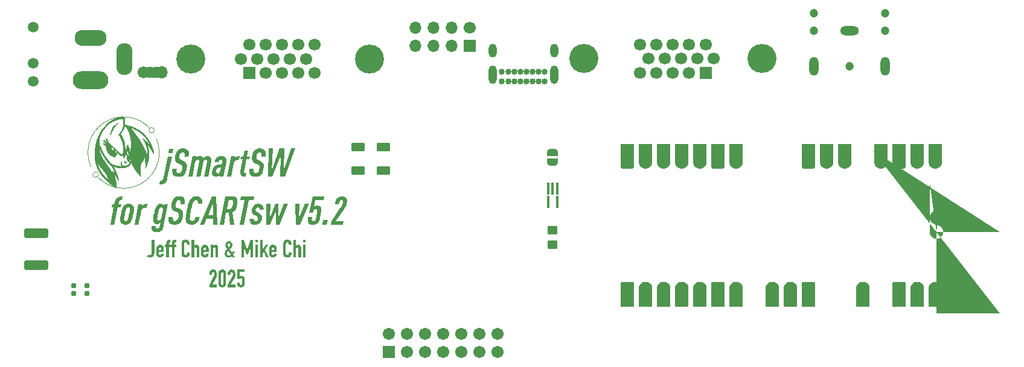
<source format=gbr>
%TF.GenerationSoftware,KiCad,Pcbnew,9.0.0*%
%TF.CreationDate,2025-04-15T08:33:07-04:00*%
%TF.ProjectId,jSmartSW,6a536d61-7274-4535-972e-6b696361645f,1.0*%
%TF.SameCoordinates,Original*%
%TF.FileFunction,Soldermask,Top*%
%TF.FilePolarity,Negative*%
%FSLAX46Y46*%
G04 Gerber Fmt 4.6, Leading zero omitted, Abs format (unit mm)*
G04 Created by KiCad (PCBNEW 9.0.0) date 2025-04-15 08:33:07*
%MOMM*%
%LPD*%
G01*
G04 APERTURE LIST*
G04 Aperture macros list*
%AMRoundRect*
0 Rectangle with rounded corners*
0 $1 Rounding radius*
0 $2 $3 $4 $5 $6 $7 $8 $9 X,Y pos of 4 corners*
0 Add a 4 corners polygon primitive as box body*
4,1,4,$2,$3,$4,$5,$6,$7,$8,$9,$2,$3,0*
0 Add four circle primitives for the rounded corners*
1,1,$1+$1,$2,$3*
1,1,$1+$1,$4,$5*
1,1,$1+$1,$6,$7*
1,1,$1+$1,$8,$9*
0 Add four rect primitives between the rounded corners*
20,1,$1+$1,$2,$3,$4,$5,0*
20,1,$1+$1,$4,$5,$6,$7,0*
20,1,$1+$1,$6,$7,$8,$9,0*
20,1,$1+$1,$8,$9,$2,$3,0*%
%AMFreePoly0*
4,1,23,0.500000,-0.750000,0.000000,-0.750000,0.000000,-0.745722,-0.065263,-0.745722,-0.191342,-0.711940,-0.304381,-0.646677,-0.396677,-0.554381,-0.461940,-0.441342,-0.495722,-0.315263,-0.495722,-0.250000,-0.500000,-0.250000,-0.500000,0.250000,-0.495722,0.250000,-0.495722,0.315263,-0.461940,0.441342,-0.396677,0.554381,-0.304381,0.646677,-0.191342,0.711940,-0.065263,0.745722,0.000000,0.745722,
0.000000,0.750000,0.500000,0.750000,0.500000,-0.750000,0.500000,-0.750000,$1*%
%AMFreePoly1*
4,1,23,0.000000,0.745722,0.065263,0.745722,0.191342,0.711940,0.304381,0.646677,0.396677,0.554381,0.461940,0.441342,0.495722,0.315263,0.495722,0.250000,0.500000,0.250000,0.500000,-0.250000,0.495722,-0.250000,0.495722,-0.315263,0.461940,-0.441342,0.396677,-0.554381,0.304381,-0.646677,0.191342,-0.711940,0.065263,-0.745722,0.000000,-0.745722,0.000000,-0.750000,-0.500000,-0.750000,
-0.500000,0.750000,0.000000,0.750000,0.000000,0.745722,0.000000,0.745722,$1*%
%AMFreePoly2*
4,1,65,0.103214,0.945947,0.266641,0.913439,0.285776,0.907635,0.439721,0.843869,0.457355,0.834443,0.595902,0.741869,0.611359,0.729184,0.729184,0.611359,0.741869,0.595902,0.834443,0.457355,0.843869,0.439721,0.907635,0.285776,0.913439,0.266641,0.945947,0.103214,0.947907,0.083315,0.947907,-0.083315,0.945947,-0.103214,0.913439,-0.266641,0.907635,-0.285776,0.843869,-0.439721,
0.834443,-0.457355,0.741869,-0.595902,0.729184,-0.611359,0.611359,-0.729184,0.595902,-0.741869,0.457355,-0.834443,0.439721,-0.843869,0.285776,-0.907635,0.266641,-0.913439,0.103214,-0.945947,0.083315,-0.947907,-0.083315,-0.947907,-0.103214,-0.945947,-0.266641,-0.913439,-0.285776,-0.907635,-0.439721,-0.843869,-0.457355,-0.834443,-0.595902,-0.741869,-0.611359,-0.729184,-0.729184,-0.611359,
-0.741869,-0.595902,-0.834443,-0.457355,-0.843869,-0.439721,-0.907635,-0.285776,-0.913439,-0.266641,-0.945947,-0.103214,-0.947907,-0.083315,-0.947907,0.083315,-0.945947,0.103214,-0.913439,0.266641,-0.907635,0.285776,-0.843869,0.439721,-0.834443,0.457355,-0.741869,0.595902,-0.729184,0.611359,-0.611359,0.729184,-0.595902,0.741869,-0.457355,0.834443,-0.439721,0.843869,-0.285776,0.907635,
-0.266641,0.913439,-0.103214,0.945947,-0.083315,0.947907,0.083315,0.947907,0.103214,0.945947,0.103214,0.945947,$1*%
G04 Aperture macros list end*
%ADD10C,0.300000*%
%ADD11C,0.750000*%
%ADD12C,0.010000*%
%ADD13C,0.120000*%
%ADD14R,0.452473X1.677078*%
%ADD15RoundRect,0.250000X1.450000X-0.400000X1.450000X0.400000X-1.450000X0.400000X-1.450000X-0.400000X0*%
%ADD16FreePoly0,90.000000*%
%ADD17FreePoly1,90.000000*%
%ADD18C,1.700000*%
%ADD19O,1.700000X1.700000*%
%ADD20C,0.854000*%
%ADD21O,1.104000X1.904000*%
%ADD22O,1.104000X2.604000*%
%ADD23RoundRect,0.250000X0.700000X-0.362500X0.700000X0.362500X-0.700000X0.362500X-0.700000X-0.362500X0*%
%ADD24RoundRect,0.175000X-0.175000X-0.175000X0.175000X-0.175000X0.175000X0.175000X-0.175000X0.175000X0*%
%ADD25FreePoly2,270.000000*%
%ADD26C,1.904000*%
%ADD27RoundRect,0.250000X-0.450000X0.350000X-0.450000X-0.350000X0.450000X-0.350000X0.450000X0.350000X0*%
%ADD28R,1.700000X1.700000*%
%ADD29FreePoly0,180.000000*%
%ADD30FreePoly1,180.000000*%
%ADD31RoundRect,0.102000X-0.754000X-0.754000X0.754000X-0.754000X0.754000X0.754000X-0.754000X0.754000X0*%
%ADD32C,1.712000*%
%ADD33O,5.000000X2.500000*%
%ADD34O,4.500000X2.250000*%
%ADD35O,2.250000X4.500000*%
%ADD36C,4.066000*%
%ADD37C,1.200000*%
%ADD38O,2.616000X1.308000*%
%ADD39O,1.308000X2.616000*%
%ADD40C,1.500000*%
G04 APERTURE END LIST*
D10*
G36*
X100285914Y-112966453D02*
G01*
X100285914Y-114876432D01*
X100275839Y-114999355D01*
X100240419Y-115124961D01*
X100179497Y-115237141D01*
X100124714Y-115304467D01*
X100030632Y-115384479D01*
X99933594Y-115438190D01*
X99814373Y-115474827D01*
X99685689Y-115486991D01*
X99676528Y-115487039D01*
X99546693Y-115474644D01*
X99428283Y-115433571D01*
X99391375Y-115411934D01*
X99289556Y-115337135D01*
X99211246Y-115262946D01*
X99490904Y-115038243D01*
X99580663Y-115103578D01*
X99686909Y-115129834D01*
X99760792Y-115117622D01*
X99841392Y-115070605D01*
X99904285Y-114980846D01*
X99928113Y-114856876D01*
X99928709Y-114828194D01*
X99928709Y-112966453D01*
X100285914Y-112966453D01*
G37*
G36*
X101217125Y-113701302D02*
G01*
X101315398Y-113731543D01*
X101423041Y-113792044D01*
X101484536Y-113846338D01*
X101558274Y-113951846D01*
X101604702Y-114072978D01*
X101623136Y-114195354D01*
X101624365Y-114238958D01*
X101624365Y-114725001D01*
X100920946Y-114725001D01*
X100920946Y-114959474D01*
X100959059Y-115077185D01*
X100967352Y-115085870D01*
X101083952Y-115129662D01*
X101093748Y-115129834D01*
X101212723Y-115091943D01*
X101227471Y-115072437D01*
X101267160Y-114957032D01*
X101624365Y-114957032D01*
X101613063Y-115080449D01*
X101573994Y-115200925D01*
X101507018Y-115303869D01*
X101481483Y-115331334D01*
X101382975Y-115409997D01*
X101313566Y-115445518D01*
X101195929Y-115479091D01*
X101093748Y-115487039D01*
X100966075Y-115475651D01*
X100847063Y-115437918D01*
X100809205Y-115418040D01*
X100711809Y-115343426D01*
X100634242Y-115241951D01*
X100630297Y-115234858D01*
X100586333Y-115118767D01*
X100577785Y-115074879D01*
X100565400Y-114949432D01*
X100563741Y-114878264D01*
X100563741Y-114298797D01*
X100565870Y-114249338D01*
X100920946Y-114249338D01*
X100920946Y-114451449D01*
X101267160Y-114451449D01*
X101267160Y-114249338D01*
X101242871Y-114129567D01*
X101220143Y-114097297D01*
X101108450Y-114047062D01*
X101093748Y-114046617D01*
X100976452Y-114088240D01*
X100967352Y-114097297D01*
X100922577Y-114212924D01*
X100920946Y-114249338D01*
X100565870Y-114249338D01*
X100569227Y-114171381D01*
X100577785Y-114101571D01*
X100610590Y-113982952D01*
X100630297Y-113942203D01*
X100706165Y-113839316D01*
X100801969Y-113763377D01*
X100809205Y-113759021D01*
X100930116Y-113709057D01*
X101052703Y-113690499D01*
X101093748Y-113689412D01*
X101217125Y-113701302D01*
G37*
G36*
X101969969Y-115467500D02*
G01*
X101969969Y-113982503D01*
X101780070Y-113982503D01*
X101780070Y-113708951D01*
X101969969Y-113708951D01*
X101969969Y-113459213D01*
X101979128Y-113335412D01*
X102006605Y-113232677D01*
X102065998Y-113124536D01*
X102106134Y-113078804D01*
X102206197Y-113006905D01*
X102244131Y-112992098D01*
X102364116Y-112968056D01*
X102405332Y-112966453D01*
X102561647Y-112966453D01*
X102561647Y-113323658D01*
X102419376Y-113323658D01*
X102329425Y-113411902D01*
X102327174Y-113447611D01*
X102327174Y-113708951D01*
X102561647Y-113708951D01*
X102561647Y-113982503D01*
X102327174Y-113982503D01*
X102327174Y-115467500D01*
X101969969Y-115467500D01*
G37*
G36*
X102746661Y-115467500D02*
G01*
X102746661Y-113982503D01*
X102556762Y-113982503D01*
X102556762Y-113708951D01*
X102746661Y-113708951D01*
X102746661Y-113459213D01*
X102755820Y-113335412D01*
X102783297Y-113232677D01*
X102842690Y-113124536D01*
X102882826Y-113078804D01*
X102982890Y-113006905D01*
X103020824Y-112992098D01*
X103140808Y-112968056D01*
X103182024Y-112966453D01*
X103338339Y-112966453D01*
X103338339Y-113323658D01*
X103196068Y-113323658D01*
X103106117Y-113411902D01*
X103103866Y-113447611D01*
X103103866Y-113708951D01*
X103338339Y-113708951D01*
X103338339Y-113982503D01*
X103103866Y-113982503D01*
X103103866Y-115467500D01*
X102746661Y-115467500D01*
G37*
G36*
X105239159Y-114756753D02*
G01*
X105239159Y-114910626D01*
X105225442Y-115036592D01*
X105195806Y-115129223D01*
X105137288Y-115238166D01*
X105077348Y-115313016D01*
X104983367Y-115392571D01*
X104899051Y-115440022D01*
X104779997Y-115478040D01*
X104680454Y-115487039D01*
X104553562Y-115476306D01*
X104476511Y-115459562D01*
X104361073Y-115411569D01*
X104290276Y-115361864D01*
X104206127Y-115270502D01*
X104153500Y-115182346D01*
X104115370Y-115065755D01*
X104101207Y-114942788D01*
X104100377Y-114900856D01*
X104100377Y-113533096D01*
X104111923Y-113408340D01*
X104141288Y-113306561D01*
X104198818Y-113197489D01*
X104258524Y-113125211D01*
X104359788Y-113045688D01*
X104440485Y-113004921D01*
X104558450Y-112970617D01*
X104673126Y-112960957D01*
X104805576Y-112973950D01*
X104923342Y-113012928D01*
X105036972Y-113086714D01*
X105077348Y-113125211D01*
X105152095Y-113225159D01*
X105195806Y-113315720D01*
X105229633Y-113437709D01*
X105239159Y-113555078D01*
X105239159Y-113694296D01*
X104881954Y-113694296D01*
X104881954Y-113575839D01*
X104857235Y-113450892D01*
X104824557Y-113395099D01*
X104721792Y-113324248D01*
X104670073Y-113318162D01*
X104548155Y-113347008D01*
X104499714Y-113399984D01*
X104463507Y-113519434D01*
X104457582Y-113607590D01*
X104457582Y-114875211D01*
X104475233Y-114996712D01*
X104502767Y-115056561D01*
X104605820Y-115124038D01*
X104666410Y-115129834D01*
X104738461Y-115117622D01*
X104811124Y-115077322D01*
X104861804Y-115000996D01*
X104881954Y-114878874D01*
X104881954Y-114756753D01*
X105239159Y-114756753D01*
G37*
G36*
X105524313Y-115467500D02*
G01*
X105524313Y-112966453D01*
X105881518Y-112966453D01*
X105881518Y-113881753D01*
X105888845Y-113881753D01*
X105971241Y-113784305D01*
X106021958Y-113743756D01*
X106136351Y-113697054D01*
X106221016Y-113689412D01*
X106344663Y-113709268D01*
X106352907Y-113712004D01*
X106460899Y-113777024D01*
X106470754Y-113786498D01*
X106541389Y-113890590D01*
X106553796Y-113920221D01*
X106581258Y-114042588D01*
X106584937Y-114119279D01*
X106584937Y-115467500D01*
X106227732Y-115467500D01*
X106227732Y-114253613D01*
X106202659Y-114132254D01*
X106183158Y-114102182D01*
X106071776Y-114047105D01*
X106056762Y-114046617D01*
X105938889Y-114084631D01*
X105919376Y-114108899D01*
X105884513Y-114226572D01*
X105881518Y-114288417D01*
X105881518Y-115467500D01*
X105524313Y-115467500D01*
G37*
G36*
X107499051Y-113701302D02*
G01*
X107597324Y-113731543D01*
X107704967Y-113792044D01*
X107766462Y-113846338D01*
X107840200Y-113951846D01*
X107886628Y-114072978D01*
X107905062Y-114195354D01*
X107906291Y-114238958D01*
X107906291Y-114725001D01*
X107202872Y-114725001D01*
X107202872Y-114959474D01*
X107240985Y-115077185D01*
X107249278Y-115085870D01*
X107365878Y-115129662D01*
X107375674Y-115129834D01*
X107494649Y-115091943D01*
X107509397Y-115072437D01*
X107549086Y-114957032D01*
X107906291Y-114957032D01*
X107894989Y-115080449D01*
X107855920Y-115200925D01*
X107788944Y-115303869D01*
X107763409Y-115331334D01*
X107664901Y-115409997D01*
X107595492Y-115445518D01*
X107477855Y-115479091D01*
X107375674Y-115487039D01*
X107248001Y-115475651D01*
X107128990Y-115437918D01*
X107091131Y-115418040D01*
X106993735Y-115343426D01*
X106916168Y-115241951D01*
X106912223Y-115234858D01*
X106868259Y-115118767D01*
X106859711Y-115074879D01*
X106847326Y-114949432D01*
X106845667Y-114878264D01*
X106845667Y-114298797D01*
X106847796Y-114249338D01*
X107202872Y-114249338D01*
X107202872Y-114451449D01*
X107549086Y-114451449D01*
X107549086Y-114249338D01*
X107524797Y-114129567D01*
X107502069Y-114097297D01*
X107390376Y-114047062D01*
X107375674Y-114046617D01*
X107258378Y-114088240D01*
X107249278Y-114097297D01*
X107204503Y-114212924D01*
X107202872Y-114249338D01*
X106847796Y-114249338D01*
X106851153Y-114171381D01*
X106859711Y-114101571D01*
X106892516Y-113982952D01*
X106912223Y-113942203D01*
X106988091Y-113839316D01*
X107083895Y-113763377D01*
X107091131Y-113759021D01*
X107212042Y-113709057D01*
X107334629Y-113690499D01*
X107375674Y-113689412D01*
X107499051Y-113701302D01*
G37*
G36*
X108179233Y-115467500D02*
G01*
X108179233Y-113708951D01*
X108536438Y-113708951D01*
X108536438Y-113881142D01*
X108543765Y-113881142D01*
X108626161Y-113784233D01*
X108676877Y-113743756D01*
X108791271Y-113697054D01*
X108875935Y-113689412D01*
X108999583Y-113709268D01*
X109007826Y-113712004D01*
X109115819Y-113777024D01*
X109125674Y-113786498D01*
X109196308Y-113890590D01*
X109208716Y-113920221D01*
X109236177Y-114042588D01*
X109239857Y-114119279D01*
X109239857Y-115467500D01*
X108882652Y-115467500D01*
X108882652Y-114253613D01*
X108857579Y-114132254D01*
X108838078Y-114102182D01*
X108726696Y-114047105D01*
X108711682Y-114046617D01*
X108593809Y-114084631D01*
X108574295Y-114108899D01*
X108539432Y-114226572D01*
X108536438Y-114288417D01*
X108536438Y-115467500D01*
X108179233Y-115467500D01*
G37*
G36*
X110886509Y-113212711D02*
G01*
X110969707Y-113238173D01*
X111079011Y-113299226D01*
X111119916Y-113334038D01*
X111195823Y-113439912D01*
X111236695Y-113562443D01*
X111244480Y-113653386D01*
X111228423Y-113784275D01*
X111185493Y-113899279D01*
X111130297Y-113989830D01*
X111047309Y-114095251D01*
X110963351Y-114186078D01*
X110871282Y-114272136D01*
X110861630Y-114280479D01*
X110931933Y-114385559D01*
X110936734Y-114393442D01*
X111003013Y-114496765D01*
X111023441Y-114527165D01*
X111092506Y-114637761D01*
X111161400Y-114741488D01*
X111207233Y-114806823D01*
X111402017Y-114541819D01*
X111622446Y-114697524D01*
X111356832Y-115043738D01*
X111626110Y-115467500D01*
X111268905Y-115467500D01*
X111143730Y-115281875D01*
X111050431Y-115361817D01*
X110940369Y-115429136D01*
X110926354Y-115435748D01*
X110805148Y-115474216D01*
X110675436Y-115486989D01*
X110666235Y-115487039D01*
X110544963Y-115472401D01*
X110465956Y-115445518D01*
X110357430Y-115379019D01*
X110301703Y-115325839D01*
X110228355Y-115226478D01*
X110190572Y-115145099D01*
X110159127Y-115025188D01*
X110150272Y-114908794D01*
X110151288Y-114895361D01*
X110462903Y-114895361D01*
X110481679Y-115016871D01*
X110538008Y-115120064D01*
X110634865Y-115195605D01*
X110727296Y-115213487D01*
X110848389Y-115182181D01*
X110880558Y-115162196D01*
X110976061Y-115080057D01*
X110991689Y-115061446D01*
X110643643Y-114510068D01*
X110565011Y-114605487D01*
X110514805Y-114685312D01*
X110471469Y-114804431D01*
X110462903Y-114895361D01*
X110151288Y-114895361D01*
X110159694Y-114784228D01*
X110191821Y-114659189D01*
X110246748Y-114546704D01*
X110319195Y-114443022D01*
X110403042Y-114344390D01*
X110489159Y-114259108D01*
X110416315Y-114149543D01*
X110354556Y-114037157D01*
X110329791Y-113984335D01*
X110289466Y-113866220D01*
X110269699Y-113743066D01*
X110267600Y-113686969D01*
X110580140Y-113686969D01*
X110600013Y-113810334D01*
X110618608Y-113862213D01*
X110672333Y-113973799D01*
X110717526Y-114050891D01*
X110787746Y-113978229D01*
X110857966Y-113888469D01*
X110910478Y-113780392D01*
X110931829Y-113659370D01*
X110931849Y-113655218D01*
X110891599Y-113538403D01*
X110886054Y-113531264D01*
X110774465Y-113474977D01*
X110759658Y-113474478D01*
X110645220Y-113521425D01*
X110628988Y-113540423D01*
X110581857Y-113657073D01*
X110580140Y-113686969D01*
X110267600Y-113686969D01*
X110267509Y-113684527D01*
X110281183Y-113559981D01*
X110299260Y-113497681D01*
X110357034Y-113385229D01*
X110392073Y-113341366D01*
X110490750Y-113266433D01*
X110545335Y-113240005D01*
X110666743Y-113207375D01*
X110762711Y-113200926D01*
X110886509Y-113212711D01*
G37*
G36*
X112521870Y-115467500D02*
G01*
X112521870Y-112966453D01*
X112861979Y-112966453D01*
X113320544Y-114290860D01*
X113327261Y-114290860D01*
X113782774Y-112966453D01*
X114129599Y-112966453D01*
X114129599Y-115467500D01*
X113772394Y-115467500D01*
X113772394Y-113946477D01*
X113765677Y-113946477D01*
X113411525Y-115021146D01*
X113232617Y-115021146D01*
X112879076Y-113946477D01*
X112879076Y-115467500D01*
X112521870Y-115467500D01*
G37*
G36*
X114466043Y-115467500D02*
G01*
X114466043Y-113708951D01*
X114823249Y-113708951D01*
X114823249Y-115467500D01*
X114466043Y-115467500D01*
G37*
G36*
X114466043Y-113323658D02*
G01*
X114466043Y-112966453D01*
X114823249Y-112966453D01*
X114823249Y-113323658D01*
X114466043Y-113323658D01*
G37*
G36*
X115115729Y-115467500D02*
G01*
X115115729Y-112966453D01*
X115472935Y-112966453D01*
X115472935Y-114475263D01*
X115480262Y-114475263D01*
X115910740Y-113708951D01*
X116267945Y-113708951D01*
X115844184Y-114423361D01*
X116355262Y-115467500D01*
X115966916Y-115467500D01*
X115644515Y-114707904D01*
X115472935Y-114974740D01*
X115472935Y-115467500D01*
X115115729Y-115467500D01*
G37*
G36*
X117048947Y-113701302D02*
G01*
X117147219Y-113731543D01*
X117254862Y-113792044D01*
X117316357Y-113846338D01*
X117390095Y-113951846D01*
X117436523Y-114072978D01*
X117454958Y-114195354D01*
X117456187Y-114238958D01*
X117456187Y-114725001D01*
X116752767Y-114725001D01*
X116752767Y-114959474D01*
X116790880Y-115077185D01*
X116799173Y-115085870D01*
X116915773Y-115129662D01*
X116925569Y-115129834D01*
X117044544Y-115091943D01*
X117059292Y-115072437D01*
X117098981Y-114957032D01*
X117456187Y-114957032D01*
X117444884Y-115080449D01*
X117405815Y-115200925D01*
X117338839Y-115303869D01*
X117313304Y-115331334D01*
X117214796Y-115409997D01*
X117145387Y-115445518D01*
X117027750Y-115479091D01*
X116925569Y-115487039D01*
X116797896Y-115475651D01*
X116678885Y-115437918D01*
X116641026Y-115418040D01*
X116543630Y-115343426D01*
X116466064Y-115241951D01*
X116462118Y-115234858D01*
X116418154Y-115118767D01*
X116409606Y-115074879D01*
X116397221Y-114949432D01*
X116395562Y-114878264D01*
X116395562Y-114298797D01*
X116397691Y-114249338D01*
X116752767Y-114249338D01*
X116752767Y-114451449D01*
X117098981Y-114451449D01*
X117098981Y-114249338D01*
X117074692Y-114129567D01*
X117051965Y-114097297D01*
X116940272Y-114047062D01*
X116925569Y-114046617D01*
X116808273Y-114088240D01*
X116799173Y-114097297D01*
X116754399Y-114212924D01*
X116752767Y-114249338D01*
X116397691Y-114249338D01*
X116401048Y-114171381D01*
X116409606Y-114101571D01*
X116442412Y-113982952D01*
X116462118Y-113942203D01*
X116537986Y-113839316D01*
X116633790Y-113763377D01*
X116641026Y-113759021D01*
X116761937Y-113709057D01*
X116884525Y-113690499D01*
X116925569Y-113689412D01*
X117048947Y-113701302D01*
G37*
G36*
X119517596Y-114756753D02*
G01*
X119517596Y-114910626D01*
X119503879Y-115036592D01*
X119474243Y-115129223D01*
X119415725Y-115238166D01*
X119355785Y-115313016D01*
X119261804Y-115392571D01*
X119177488Y-115440022D01*
X119058434Y-115478040D01*
X118958891Y-115487039D01*
X118831999Y-115476306D01*
X118754948Y-115459562D01*
X118639510Y-115411569D01*
X118568713Y-115361864D01*
X118484563Y-115270502D01*
X118431937Y-115182346D01*
X118393807Y-115065755D01*
X118379644Y-114942788D01*
X118378814Y-114900856D01*
X118378814Y-113533096D01*
X118390360Y-113408340D01*
X118419725Y-113306561D01*
X118477255Y-113197489D01*
X118536961Y-113125211D01*
X118638225Y-113045688D01*
X118718922Y-113004921D01*
X118836887Y-112970617D01*
X118951563Y-112960957D01*
X119084013Y-112973950D01*
X119201779Y-113012928D01*
X119315409Y-113086714D01*
X119355785Y-113125211D01*
X119430532Y-113225159D01*
X119474243Y-113315720D01*
X119508070Y-113437709D01*
X119517596Y-113555078D01*
X119517596Y-113694296D01*
X119160391Y-113694296D01*
X119160391Y-113575839D01*
X119135672Y-113450892D01*
X119102994Y-113395099D01*
X119000229Y-113324248D01*
X118948510Y-113318162D01*
X118826592Y-113347008D01*
X118778151Y-113399984D01*
X118741944Y-113519434D01*
X118736019Y-113607590D01*
X118736019Y-114875211D01*
X118753669Y-114996712D01*
X118781204Y-115056561D01*
X118884257Y-115124038D01*
X118944847Y-115129834D01*
X119016898Y-115117622D01*
X119089561Y-115077322D01*
X119140241Y-115000996D01*
X119160391Y-114878874D01*
X119160391Y-114756753D01*
X119517596Y-114756753D01*
G37*
G36*
X119802750Y-115467500D02*
G01*
X119802750Y-112966453D01*
X120159955Y-112966453D01*
X120159955Y-113881753D01*
X120167282Y-113881753D01*
X120249678Y-113784305D01*
X120300394Y-113743756D01*
X120414788Y-113697054D01*
X120499452Y-113689412D01*
X120623100Y-113709268D01*
X120631344Y-113712004D01*
X120739336Y-113777024D01*
X120749191Y-113786498D01*
X120819826Y-113890590D01*
X120832233Y-113920221D01*
X120859694Y-114042588D01*
X120863374Y-114119279D01*
X120863374Y-115467500D01*
X120506169Y-115467500D01*
X120506169Y-114253613D01*
X120481096Y-114132254D01*
X120461595Y-114102182D01*
X120350213Y-114047105D01*
X120335199Y-114046617D01*
X120217326Y-114084631D01*
X120197812Y-114108899D01*
X120162949Y-114226572D01*
X120159955Y-114288417D01*
X120159955Y-115467500D01*
X119802750Y-115467500D01*
G37*
G36*
X121163182Y-115467500D02*
G01*
X121163182Y-113708951D01*
X121520387Y-113708951D01*
X121520387Y-115467500D01*
X121163182Y-115467500D01*
G37*
G36*
X121163182Y-113323658D02*
G01*
X121163182Y-112966453D01*
X121520387Y-112966453D01*
X121520387Y-113323658D01*
X121163182Y-113323658D01*
G37*
G36*
X107993608Y-119667500D02*
G01*
X107993608Y-119331055D01*
X108634746Y-118121442D01*
X108681447Y-118007862D01*
X108689700Y-117963295D01*
X108696677Y-117836686D01*
X108697027Y-117794157D01*
X108697027Y-117698292D01*
X108679320Y-117609143D01*
X108626808Y-117545029D01*
X108525447Y-117518162D01*
X108406941Y-117555774D01*
X108397830Y-117563958D01*
X108351226Y-117680458D01*
X108350813Y-117696460D01*
X108350813Y-117898571D01*
X107993608Y-117898571D01*
X107993608Y-117703176D01*
X108006746Y-117581418D01*
X108035129Y-117493128D01*
X108096139Y-117385507D01*
X108150534Y-117321547D01*
X108248517Y-117241930D01*
X108317840Y-117204921D01*
X108438807Y-117168213D01*
X108527279Y-117160957D01*
X108649513Y-117172093D01*
X108766637Y-117211638D01*
X108868174Y-117280245D01*
X108932722Y-117349635D01*
X108995057Y-117461934D01*
X109024313Y-117548693D01*
X109047658Y-117671209D01*
X109054233Y-117785608D01*
X109054233Y-117908922D01*
X109054233Y-117937039D01*
X109043852Y-118054275D01*
X109008437Y-118166017D01*
X108954454Y-118277767D01*
X108941881Y-118302182D01*
X108413706Y-119310294D01*
X109054233Y-119310294D01*
X109054233Y-119667500D01*
X107993608Y-119667500D01*
G37*
G36*
X109953218Y-117175268D02*
G01*
X110026319Y-117197594D01*
X110137564Y-117256269D01*
X110196068Y-117303839D01*
X110275447Y-117402347D01*
X110312083Y-117471756D01*
X110347632Y-117590360D01*
X110356047Y-117694628D01*
X110356047Y-119153979D01*
X110343639Y-119279222D01*
X110312083Y-119376851D01*
X110250269Y-119482669D01*
X110196068Y-119544157D01*
X110095127Y-119618288D01*
X110026319Y-119650403D01*
X109903148Y-119681887D01*
X109826040Y-119687039D01*
X109704552Y-119674123D01*
X109625150Y-119650403D01*
X109514144Y-119591727D01*
X109456012Y-119544157D01*
X109375870Y-119445887D01*
X109338776Y-119376851D01*
X109303720Y-119258247D01*
X109295422Y-119153979D01*
X109295422Y-117695849D01*
X109652628Y-117695849D01*
X109652628Y-119152758D01*
X109692245Y-119270036D01*
X109700866Y-119279764D01*
X109815998Y-119329638D01*
X109825429Y-119329834D01*
X109940702Y-119288712D01*
X109949993Y-119279764D01*
X109998413Y-119166843D01*
X109998842Y-119152758D01*
X109998842Y-117695849D01*
X109958723Y-117578571D01*
X109949993Y-117568843D01*
X109834860Y-117518360D01*
X109825429Y-117518162D01*
X109710157Y-117559786D01*
X109700866Y-117568843D01*
X109653052Y-117681763D01*
X109652628Y-117695849D01*
X109295422Y-117695849D01*
X109295422Y-117694628D01*
X109307658Y-117569385D01*
X109338776Y-117471756D01*
X109401315Y-117365428D01*
X109456012Y-117303839D01*
X109556428Y-117229708D01*
X109625150Y-117197594D01*
X109748560Y-117166109D01*
X109826040Y-117160957D01*
X109953218Y-117175268D01*
G37*
G36*
X110597237Y-119667500D02*
G01*
X110597237Y-119331055D01*
X111238374Y-118121442D01*
X111285076Y-118007862D01*
X111293329Y-117963295D01*
X111300306Y-117836686D01*
X111300656Y-117794157D01*
X111300656Y-117698292D01*
X111282949Y-117609143D01*
X111230436Y-117545029D01*
X111129076Y-117518162D01*
X111010570Y-117555774D01*
X111001459Y-117563958D01*
X110954855Y-117680458D01*
X110954442Y-117696460D01*
X110954442Y-117898571D01*
X110597237Y-117898571D01*
X110597237Y-117703176D01*
X110610374Y-117581418D01*
X110638758Y-117493128D01*
X110699768Y-117385507D01*
X110754163Y-117321547D01*
X110852146Y-117241930D01*
X110921469Y-117204921D01*
X111042436Y-117168213D01*
X111130907Y-117160957D01*
X111253142Y-117172093D01*
X111370265Y-117211638D01*
X111471803Y-117280245D01*
X111536351Y-117349635D01*
X111598686Y-117461934D01*
X111627942Y-117548693D01*
X111651287Y-117671209D01*
X111657861Y-117785608D01*
X111657861Y-117908922D01*
X111657861Y-117937039D01*
X111647481Y-118054275D01*
X111612066Y-118166017D01*
X111558083Y-118277767D01*
X111545510Y-118302182D01*
X111017335Y-119310294D01*
X111657861Y-119310294D01*
X111657861Y-119667500D01*
X110597237Y-119667500D01*
G37*
G36*
X112959676Y-117166453D02*
G01*
X112959676Y-117523658D01*
X112250761Y-117523658D01*
X112250761Y-118180061D01*
X112353189Y-118108931D01*
X112376546Y-118098239D01*
X112497168Y-118067875D01*
X112549348Y-118065266D01*
X112676573Y-118080808D01*
X112792502Y-118132722D01*
X112845492Y-118175786D01*
X112919422Y-118283428D01*
X112952539Y-118403161D01*
X112959676Y-118506735D01*
X112959676Y-119151536D01*
X112947268Y-119277428D01*
X112915712Y-119375629D01*
X112853898Y-119481958D01*
X112799697Y-119543546D01*
X112698756Y-119618203D01*
X112629948Y-119650403D01*
X112506777Y-119681887D01*
X112429669Y-119687039D01*
X112308181Y-119674123D01*
X112228779Y-119650403D01*
X112117773Y-119591488D01*
X112059641Y-119543546D01*
X111979499Y-119444800D01*
X111942404Y-119375019D01*
X111907349Y-119255728D01*
X111899051Y-119150926D01*
X111899051Y-119045291D01*
X112250761Y-119045291D01*
X112250761Y-119136882D01*
X112281694Y-119255023D01*
X112301441Y-119279153D01*
X112414108Y-119329042D01*
X112433943Y-119329834D01*
X112549336Y-119289715D01*
X112557896Y-119280985D01*
X112601774Y-119165113D01*
X112602471Y-119143599D01*
X112602471Y-118557416D01*
X112563355Y-118440449D01*
X112554843Y-118430409D01*
X112443610Y-118378102D01*
X112434554Y-118377897D01*
X112357007Y-118394384D01*
X112305105Y-118431631D01*
X112273353Y-118479258D01*
X112253203Y-118511620D01*
X111938130Y-118511620D01*
X111938130Y-117166453D01*
X112959676Y-117166453D01*
G37*
D11*
G36*
X101587670Y-104278213D02*
G01*
X101527571Y-104472035D01*
X101405038Y-104638074D01*
X101215636Y-104717566D01*
X101117746Y-104724689D01*
X101017118Y-105222944D01*
X101219647Y-105218128D01*
X101430499Y-105191803D01*
X101626956Y-105123178D01*
X101739100Y-105055882D01*
X101900788Y-104908551D01*
X102009616Y-104742265D01*
X102090656Y-104539296D01*
X102142589Y-104329016D01*
X102741473Y-101283796D01*
X102181668Y-101283796D01*
X101587670Y-104278213D01*
G37*
G36*
X102259826Y-100826573D02*
G01*
X102847963Y-100826573D01*
X102971061Y-100220851D01*
X102382924Y-100220851D01*
X102259826Y-100826573D01*
G37*
G36*
X102845032Y-103034528D02*
G01*
X102813421Y-103239029D01*
X102800091Y-103438018D01*
X102823075Y-103633113D01*
X102896222Y-103814329D01*
X102979854Y-103925526D01*
X103133874Y-104049174D01*
X103334798Y-104127027D01*
X103541210Y-104156336D01*
X103662757Y-104160000D01*
X103886053Y-104147935D01*
X104099848Y-104103851D01*
X104298307Y-104014095D01*
X104447265Y-103897194D01*
X104576419Y-103742660D01*
X104668062Y-103568446D01*
X104735777Y-103370729D01*
X104788070Y-103156680D01*
X104804836Y-103074584D01*
X104840368Y-102868504D01*
X104859045Y-102665794D01*
X104861501Y-102566559D01*
X104835306Y-102359411D01*
X104732977Y-102170170D01*
X104563875Y-102026495D01*
X104381178Y-101925717D01*
X104345660Y-101909057D01*
X104027167Y-101763489D01*
X103864990Y-101644542D01*
X103808326Y-101456720D01*
X103825224Y-101259845D01*
X103836658Y-101194891D01*
X103887617Y-101000928D01*
X103981916Y-100827413D01*
X104015444Y-100791402D01*
X104194447Y-100697845D01*
X104279226Y-100690774D01*
X104466425Y-100758281D01*
X104480482Y-100774794D01*
X104541584Y-100966087D01*
X104542031Y-100993635D01*
X104525545Y-101195456D01*
X104508814Y-101283796D01*
X105101836Y-101283796D01*
X105129496Y-101089019D01*
X105140883Y-100891863D01*
X105140915Y-100881284D01*
X105119110Y-100675992D01*
X105046942Y-100482862D01*
X104984599Y-100399637D01*
X104828056Y-100273970D01*
X104635341Y-100193204D01*
X104436974Y-100162242D01*
X104318305Y-100158325D01*
X104114545Y-100172594D01*
X103918185Y-100222181D01*
X103734412Y-100317006D01*
X103595346Y-100432854D01*
X103460913Y-100598260D01*
X103366637Y-100777062D01*
X103292855Y-100986340D01*
X103242659Y-101194891D01*
X103209110Y-101398941D01*
X103197753Y-101604853D01*
X103197719Y-101617920D01*
X103225097Y-101829592D01*
X103315667Y-102004648D01*
X103482077Y-102150521D01*
X103611954Y-102221688D01*
X103982227Y-102393635D01*
X104158557Y-102504872D01*
X104248665Y-102686685D01*
X104250894Y-102727759D01*
X104236630Y-102931387D01*
X104211815Y-103068722D01*
X104163043Y-103267449D01*
X104075931Y-103454963D01*
X104015444Y-103522037D01*
X103842565Y-103618160D01*
X103713559Y-103634389D01*
X103521756Y-103579991D01*
X103472247Y-103533761D01*
X103405890Y-103349447D01*
X103404836Y-103314919D01*
X103424208Y-103117220D01*
X103439030Y-103034528D01*
X102845032Y-103034528D01*
G37*
G36*
X105056895Y-104160000D02*
G01*
X105617677Y-104160000D01*
X106031913Y-102119106D01*
X106093508Y-101927818D01*
X106217589Y-101774512D01*
X106395346Y-101720502D01*
X106577974Y-101809309D01*
X106614187Y-101944228D01*
X106591717Y-102119106D01*
X106177481Y-104160000D01*
X106737286Y-104160000D01*
X107151522Y-102119106D01*
X107213040Y-101925345D01*
X107336175Y-101772789D01*
X107510070Y-101720502D01*
X107692699Y-101809309D01*
X107728912Y-101944228D01*
X107706441Y-102119106D01*
X107292206Y-104160000D01*
X107852010Y-104160000D01*
X108266246Y-102114221D01*
X108300742Y-101920794D01*
X108311187Y-101807452D01*
X108291998Y-101605928D01*
X108227167Y-101456720D01*
X108088458Y-101303488D01*
X107885566Y-101229473D01*
X107767991Y-101221270D01*
X107572550Y-101246076D01*
X107442659Y-101294542D01*
X107270608Y-101405966D01*
X107145660Y-101524131D01*
X107036403Y-101357034D01*
X106865331Y-101252003D01*
X106653266Y-101221270D01*
X106457281Y-101249033D01*
X106356267Y-101294542D01*
X106196036Y-101419741D01*
X106138402Y-101479190D01*
X106183343Y-101266210D01*
X105645032Y-101266210D01*
X105056895Y-104160000D01*
G37*
G36*
X109731470Y-101222065D02*
G01*
X109934636Y-101246079D01*
X110119738Y-101314715D01*
X110270014Y-101445973D01*
X110301361Y-101488893D01*
X110378840Y-101675088D01*
X110398975Y-101878771D01*
X110395403Y-101955146D01*
X110365758Y-102148415D01*
X109962268Y-104116036D01*
X109429819Y-104116036D01*
X109480622Y-103868862D01*
X109423650Y-103936643D01*
X109273504Y-104065233D01*
X109150727Y-104128410D01*
X108948172Y-104160000D01*
X108797810Y-104145910D01*
X108616288Y-104066930D01*
X108478249Y-103908918D01*
X108407547Y-103729668D01*
X108388368Y-103531807D01*
X108391106Y-103460184D01*
X108398505Y-103411639D01*
X108964781Y-103411639D01*
X109016743Y-103587022D01*
X109200231Y-103661744D01*
X109361475Y-103616318D01*
X109503082Y-103462316D01*
X109570503Y-103275840D01*
X109665269Y-102846950D01*
X109486483Y-102846950D01*
X109343865Y-102855561D01*
X109161152Y-102935854D01*
X109081010Y-103025171D01*
X108996002Y-103207947D01*
X108964781Y-103411639D01*
X108398505Y-103411639D01*
X108421585Y-103260209D01*
X108452127Y-103147977D01*
X108538016Y-102953102D01*
X108657319Y-102777963D01*
X108802603Y-102634947D01*
X108866406Y-102588262D01*
X109059214Y-102497316D01*
X109251995Y-102459367D01*
X109464013Y-102449323D01*
X109743427Y-102449323D01*
X109816700Y-102089797D01*
X109839170Y-101937390D01*
X109802957Y-101802000D01*
X109620328Y-101720502D01*
X109597272Y-101721053D01*
X109413210Y-101793775D01*
X109344706Y-101882320D01*
X109278388Y-102074166D01*
X108718584Y-102074166D01*
X108751256Y-101945814D01*
X108821178Y-101754604D01*
X108926862Y-101573666D01*
X109060524Y-101429364D01*
X109103485Y-101393078D01*
X109273292Y-101296310D01*
X109477035Y-101238397D01*
X109681878Y-101221270D01*
X109731470Y-101222065D01*
G37*
G36*
X110484948Y-104160000D02*
G01*
X111045730Y-104160000D01*
X111425772Y-102290076D01*
X111493988Y-102094263D01*
X111621817Y-101922038D01*
X111788355Y-101810608D01*
X112003162Y-101765443D01*
X112193671Y-101765443D01*
X112305046Y-101221270D01*
X112097530Y-101236738D01*
X111896051Y-101294690D01*
X111829261Y-101327759D01*
X111668183Y-101441332D01*
X111548870Y-101579818D01*
X111611396Y-101266210D01*
X111073085Y-101266210D01*
X110484948Y-104160000D01*
G37*
G36*
X112315792Y-103508360D02*
G01*
X112341140Y-103716809D01*
X112431400Y-103898228D01*
X112488716Y-103963628D01*
X112655096Y-104077165D01*
X112849627Y-104137705D01*
X113067286Y-104159275D01*
X113121794Y-104160000D01*
X113217537Y-103659790D01*
X113018430Y-103617492D01*
X112897209Y-103448575D01*
X112892206Y-103390146D01*
X112914676Y-103205498D01*
X113211675Y-101703893D01*
X113597579Y-101703893D01*
X113687460Y-101283796D01*
X113295695Y-101283796D01*
X113463734Y-100470956D01*
X112903929Y-100470956D01*
X112735890Y-101283796D01*
X112449638Y-101283796D01*
X112365618Y-101703893D01*
X112651871Y-101703893D01*
X112343148Y-103238715D01*
X112318234Y-103436633D01*
X112315792Y-103508360D01*
G37*
G36*
X113630796Y-103034528D02*
G01*
X113599185Y-103239029D01*
X113585855Y-103438018D01*
X113608839Y-103633113D01*
X113681986Y-103814329D01*
X113765618Y-103925526D01*
X113919638Y-104049174D01*
X114120562Y-104127027D01*
X114326974Y-104156336D01*
X114448521Y-104160000D01*
X114671818Y-104147935D01*
X114885612Y-104103851D01*
X115084071Y-104014095D01*
X115233029Y-103897194D01*
X115362183Y-103742660D01*
X115453826Y-103568446D01*
X115521541Y-103370729D01*
X115573834Y-103156680D01*
X115590601Y-103074584D01*
X115626132Y-102868504D01*
X115644809Y-102665794D01*
X115647265Y-102566559D01*
X115621070Y-102359411D01*
X115518742Y-102170170D01*
X115349639Y-102026495D01*
X115166942Y-101925717D01*
X115131424Y-101909057D01*
X114812931Y-101763489D01*
X114650754Y-101644542D01*
X114594090Y-101456720D01*
X114610988Y-101259845D01*
X114622422Y-101194891D01*
X114673381Y-101000928D01*
X114767680Y-100827413D01*
X114801208Y-100791402D01*
X114980211Y-100697845D01*
X115064990Y-100690774D01*
X115252189Y-100758281D01*
X115266246Y-100774794D01*
X115327348Y-100966087D01*
X115327795Y-100993635D01*
X115311309Y-101195456D01*
X115294578Y-101283796D01*
X115887600Y-101283796D01*
X115915261Y-101089019D01*
X115926647Y-100891863D01*
X115926679Y-100881284D01*
X115904874Y-100675992D01*
X115832706Y-100482862D01*
X115770363Y-100399637D01*
X115613820Y-100273970D01*
X115421106Y-100193204D01*
X115222738Y-100162242D01*
X115104069Y-100158325D01*
X114900309Y-100172594D01*
X114703949Y-100222181D01*
X114520176Y-100317006D01*
X114381110Y-100432854D01*
X114246677Y-100598260D01*
X114152401Y-100777062D01*
X114078619Y-100986340D01*
X114028423Y-101194891D01*
X113994874Y-101398941D01*
X113983517Y-101604853D01*
X113983483Y-101617920D01*
X114010861Y-101829592D01*
X114101431Y-102004648D01*
X114267842Y-102150521D01*
X114397719Y-102221688D01*
X114767991Y-102393635D01*
X114944321Y-102504872D01*
X115034429Y-102686685D01*
X115036658Y-102727759D01*
X115022394Y-102931387D01*
X114997579Y-103068722D01*
X114948807Y-103267449D01*
X114861695Y-103454963D01*
X114801208Y-103522037D01*
X114628330Y-103618160D01*
X114499324Y-103634389D01*
X114307520Y-103579991D01*
X114258012Y-103533761D01*
X114191654Y-103349447D01*
X114190601Y-103314919D01*
X114209972Y-103117220D01*
X114224795Y-103034528D01*
X113630796Y-103034528D01*
G37*
G36*
X116205116Y-104160000D02*
G01*
X116871410Y-104160000D01*
X117996881Y-101119665D01*
X117951940Y-104160000D01*
X118619212Y-104160000D01*
X120058291Y-100158325D01*
X119431075Y-100158325D01*
X118456058Y-103232854D01*
X118512722Y-100158325D01*
X117863036Y-100158325D01*
X116742450Y-103232854D01*
X116944683Y-100158325D01*
X116317467Y-100158325D01*
X116205116Y-104160000D01*
G37*
G36*
X94113838Y-110880000D02*
G01*
X94673643Y-110880000D01*
X95161151Y-108441479D01*
X95552917Y-108441479D01*
X95636936Y-108022358D01*
X95251033Y-108022358D01*
X95290111Y-107801563D01*
X95358594Y-107599722D01*
X95491673Y-107449641D01*
X95695288Y-107381455D01*
X95771758Y-107377557D01*
X95872386Y-106878325D01*
X95658276Y-106884637D01*
X95462960Y-106910263D01*
X95266990Y-106977291D01*
X95144543Y-107052226D01*
X94996593Y-107184727D01*
X94884180Y-107347271D01*
X94801076Y-107541322D01*
X94747507Y-107738114D01*
X94741054Y-107768346D01*
X94691228Y-108022358D01*
X94404975Y-108022358D01*
X94320956Y-108441479D01*
X94601347Y-108441479D01*
X94113838Y-110880000D01*
G37*
G36*
X96814401Y-107944064D02*
G01*
X97029855Y-107985319D01*
X97214408Y-108086872D01*
X97341751Y-108244131D01*
X97353936Y-108266235D01*
X97420326Y-108457153D01*
X97437495Y-108658367D01*
X97431936Y-108777715D01*
X97405140Y-108989207D01*
X97368268Y-109196668D01*
X97325143Y-109408681D01*
X97296452Y-109540703D01*
X97242161Y-109773418D01*
X97177969Y-110012284D01*
X97102071Y-110236044D01*
X97008055Y-110432623D01*
X96882575Y-110606448D01*
X96791563Y-110695906D01*
X96606703Y-110808070D01*
X96396845Y-110865850D01*
X96199672Y-110880000D01*
X96117021Y-110877229D01*
X95899602Y-110836259D01*
X95712369Y-110735148D01*
X95583203Y-110578115D01*
X95572061Y-110556010D01*
X95510579Y-110364224D01*
X95494298Y-110158995D01*
X95495319Y-110137501D01*
X96048241Y-110137501D01*
X96099044Y-110318241D01*
X96261221Y-110381744D01*
X96327273Y-110374783D01*
X96496671Y-110270369D01*
X96543979Y-110197084D01*
X96619562Y-110008921D01*
X96674609Y-109811521D01*
X96722667Y-109606001D01*
X96765338Y-109408681D01*
X96789730Y-109292583D01*
X96827312Y-109100219D01*
X96863255Y-108885209D01*
X96882575Y-108684745D01*
X96832749Y-108504005D01*
X96670572Y-108440502D01*
X96604520Y-108447463D01*
X96435122Y-108551877D01*
X96387814Y-108624782D01*
X96312231Y-108811023D01*
X96257184Y-109006741D01*
X96209126Y-109211355D01*
X96166455Y-109408681D01*
X96142021Y-109525028D01*
X96104214Y-109718704D01*
X96067870Y-109935921D01*
X96048241Y-110137501D01*
X95495319Y-110137501D01*
X95499847Y-110042150D01*
X95526507Y-109831803D01*
X95563059Y-109623198D01*
X95605673Y-109408681D01*
X95634471Y-109277518D01*
X95688599Y-109046208D01*
X95752145Y-108808581D01*
X95827148Y-108585699D01*
X95920838Y-108389547D01*
X96048241Y-108215799D01*
X96156266Y-108112872D01*
X96324968Y-108013688D01*
X96534938Y-107955538D01*
X96732121Y-107941270D01*
X96814401Y-107944064D01*
G37*
G36*
X97493182Y-110880000D02*
G01*
X98053964Y-110880000D01*
X98434005Y-109010076D01*
X98502222Y-108814263D01*
X98630051Y-108642038D01*
X98796589Y-108530608D01*
X99011395Y-108485443D01*
X99201905Y-108485443D01*
X99313280Y-107941270D01*
X99105764Y-107956738D01*
X98904285Y-108014690D01*
X98837495Y-108047759D01*
X98676416Y-108161332D01*
X98557104Y-108299818D01*
X98619630Y-107986210D01*
X98081319Y-107986210D01*
X97493182Y-110880000D01*
G37*
G36*
X101294187Y-107947971D02*
G01*
X101483133Y-108025289D01*
X101513512Y-108049894D01*
X101634564Y-108210914D01*
X101679504Y-107986210D01*
X102216839Y-107986210D01*
X101612093Y-110985512D01*
X101565888Y-111179805D01*
X101493757Y-111393702D01*
X101390256Y-111584289D01*
X101253545Y-111735826D01*
X101202250Y-111776983D01*
X101023457Y-111874280D01*
X100829570Y-111926382D01*
X100615582Y-111942944D01*
X100385063Y-111916057D01*
X100194201Y-111838719D01*
X100027270Y-111691377D01*
X99926738Y-111490066D01*
X99898485Y-111280558D01*
X99915094Y-111091025D01*
X100470014Y-111091025D01*
X100458290Y-111227801D01*
X100496619Y-111358908D01*
X100682994Y-111439804D01*
X100719265Y-111438170D01*
X100900858Y-111359692D01*
X101001573Y-111193209D01*
X101052289Y-110995282D01*
X101130446Y-110591793D01*
X101114639Y-110610169D01*
X100957522Y-110737362D01*
X100855994Y-110782150D01*
X100660523Y-110816496D01*
X100542863Y-110807738D01*
X100349514Y-110735543D01*
X100212093Y-110586908D01*
X100139338Y-110396679D01*
X100122212Y-110201981D01*
X100128963Y-110058367D01*
X100699602Y-110058367D01*
X100755289Y-110245945D01*
X100923328Y-110317264D01*
X100945027Y-110316543D01*
X101125562Y-110235198D01*
X101207646Y-110123643D01*
X101265268Y-109936245D01*
X101488995Y-108821521D01*
X101505603Y-108672044D01*
X101449916Y-108501074D01*
X101293601Y-108440502D01*
X101247982Y-108443464D01*
X101074759Y-108534291D01*
X101034633Y-108581342D01*
X100947365Y-108769645D01*
X100891631Y-108964065D01*
X100843250Y-109173566D01*
X100800230Y-109379371D01*
X100787186Y-109444624D01*
X100749315Y-109643911D01*
X100714678Y-109861551D01*
X100699602Y-110058367D01*
X100128963Y-110058367D01*
X100130379Y-110028248D01*
X100157772Y-109815095D01*
X100196581Y-109598434D01*
X100240425Y-109379371D01*
X100285750Y-109164368D01*
X100341056Y-108921239D01*
X100392121Y-108722363D01*
X100452673Y-108526842D01*
X100537495Y-108331145D01*
X100660523Y-108165973D01*
X100812125Y-108044694D01*
X100992277Y-107966231D01*
X101197857Y-107941270D01*
X101294187Y-107947971D01*
G37*
G36*
X102303789Y-109754528D02*
G01*
X102272178Y-109959029D01*
X102258848Y-110158018D01*
X102281832Y-110353113D01*
X102354979Y-110534329D01*
X102438611Y-110645526D01*
X102592631Y-110769174D01*
X102793555Y-110847027D01*
X102999967Y-110876336D01*
X103121514Y-110880000D01*
X103344811Y-110867935D01*
X103558605Y-110823851D01*
X103757065Y-110734095D01*
X103906022Y-110617194D01*
X104035176Y-110462660D01*
X104126819Y-110288446D01*
X104194534Y-110090729D01*
X104246827Y-109876680D01*
X104263594Y-109794584D01*
X104299125Y-109588504D01*
X104317802Y-109385794D01*
X104320258Y-109286559D01*
X104294063Y-109079411D01*
X104191735Y-108890170D01*
X104022632Y-108746495D01*
X103839935Y-108645717D01*
X103804417Y-108629057D01*
X103485924Y-108483489D01*
X103323747Y-108364542D01*
X103267083Y-108176720D01*
X103283981Y-107979845D01*
X103295415Y-107914891D01*
X103346374Y-107720928D01*
X103440673Y-107547413D01*
X103474201Y-107511402D01*
X103653204Y-107417845D01*
X103737983Y-107410774D01*
X103925182Y-107478281D01*
X103939239Y-107494794D01*
X104000341Y-107686087D01*
X104000788Y-107713635D01*
X103984302Y-107915456D01*
X103967571Y-108003796D01*
X104560593Y-108003796D01*
X104588254Y-107809019D01*
X104599640Y-107611863D01*
X104599672Y-107601284D01*
X104577868Y-107395992D01*
X104505699Y-107202862D01*
X104443356Y-107119637D01*
X104286813Y-106993970D01*
X104094099Y-106913204D01*
X103895731Y-106882242D01*
X103777062Y-106878325D01*
X103573302Y-106892594D01*
X103376942Y-106942181D01*
X103193169Y-107037006D01*
X103054103Y-107152854D01*
X102919670Y-107318260D01*
X102825394Y-107497062D01*
X102751613Y-107706340D01*
X102701416Y-107914891D01*
X102667867Y-108118941D01*
X102656510Y-108324853D01*
X102656476Y-108337920D01*
X102683855Y-108549592D01*
X102774424Y-108724648D01*
X102940835Y-108870521D01*
X103070712Y-108941688D01*
X103440984Y-109113635D01*
X103617314Y-109224872D01*
X103707422Y-109406685D01*
X103709651Y-109447759D01*
X103695387Y-109651387D01*
X103670572Y-109788722D01*
X103621800Y-109987449D01*
X103534688Y-110174963D01*
X103474201Y-110242037D01*
X103301323Y-110338160D01*
X103172317Y-110354389D01*
X102980513Y-110299991D01*
X102931005Y-110253761D01*
X102864647Y-110069447D01*
X102863594Y-110034919D01*
X102882965Y-109837220D01*
X102897788Y-109754528D01*
X102303789Y-109754528D01*
G37*
G36*
X104683691Y-110027103D02*
G01*
X104697122Y-110237803D01*
X104748656Y-110427104D01*
X104818513Y-110561507D01*
X104948370Y-110710639D01*
X105124755Y-110815462D01*
X105325977Y-110867854D01*
X105507278Y-110880000D01*
X105709600Y-110868831D01*
X105902085Y-110828983D01*
X106081279Y-110750169D01*
X106218513Y-110650411D01*
X106371791Y-110489699D01*
X106491455Y-110303342D01*
X106573555Y-110112042D01*
X106630503Y-109922210D01*
X106655220Y-109817055D01*
X106056336Y-109817055D01*
X105993720Y-110012961D01*
X105887984Y-110189512D01*
X105871689Y-110208820D01*
X105713327Y-110323364D01*
X105562966Y-110348527D01*
X105373503Y-110291832D01*
X105283970Y-110112485D01*
X105277690Y-110021242D01*
X105289795Y-109816047D01*
X105318604Y-109588611D01*
X105355120Y-109362093D01*
X105392855Y-109153487D01*
X105436394Y-108928799D01*
X105445729Y-108882093D01*
X105499132Y-108628872D01*
X105546828Y-108411097D01*
X105603352Y-108170259D01*
X105654059Y-107978971D01*
X105724624Y-107768117D01*
X105821436Y-107588598D01*
X105876573Y-107525080D01*
X106046981Y-107424281D01*
X106162826Y-107410774D01*
X106357308Y-107473224D01*
X106439170Y-107661913D01*
X106442240Y-107725359D01*
X106428555Y-107926255D01*
X106425631Y-107941270D01*
X107019630Y-107941270D01*
X107036065Y-107744713D01*
X107036238Y-107692142D01*
X107015094Y-107484258D01*
X106954361Y-107289081D01*
X106868199Y-107142107D01*
X106711727Y-107003869D01*
X106530012Y-106922433D01*
X106313348Y-106882526D01*
X106206790Y-106878325D01*
X106007672Y-106891340D01*
X105810055Y-106938680D01*
X105618363Y-107034533D01*
X105468199Y-107158715D01*
X105338807Y-107307711D01*
X105227292Y-107499984D01*
X105140548Y-107717355D01*
X105070887Y-107942566D01*
X105016472Y-108147899D01*
X104958760Y-108389090D01*
X104896456Y-108670312D01*
X104851730Y-108882093D01*
X104813936Y-109074948D01*
X104772914Y-109295881D01*
X104739159Y-109494548D01*
X104708782Y-109703713D01*
X104688136Y-109907673D01*
X104683691Y-110027103D01*
G37*
G36*
X109089832Y-110880000D02*
G01*
X108496811Y-110880000D01*
X108501696Y-110067159D01*
X107622421Y-110067159D01*
X107298067Y-110880000D01*
X106664989Y-110880000D01*
X107242624Y-109535687D01*
X107835401Y-109535687D01*
X108496811Y-109535687D01*
X108507557Y-107794724D01*
X107835401Y-109535687D01*
X107242624Y-109535687D01*
X108384459Y-106878325D01*
X108966734Y-106878325D01*
X109089832Y-110880000D01*
G37*
G36*
X111312126Y-106885900D02*
G01*
X111528170Y-106930684D01*
X111726264Y-107033136D01*
X111862019Y-107182960D01*
X111940072Y-107374052D01*
X111965059Y-107600307D01*
X111964281Y-107649354D01*
X111947494Y-107852042D01*
X111915234Y-108051667D01*
X111874283Y-108233673D01*
X111814878Y-108440665D01*
X111731513Y-108648818D01*
X111615581Y-108836806D01*
X111454209Y-108991433D01*
X111259686Y-109100935D01*
X111472666Y-110880000D01*
X110878667Y-110880000D01*
X110699881Y-109207424D01*
X110352079Y-109207424D01*
X110021863Y-110880000D01*
X109427864Y-110880000D01*
X109862769Y-108691584D01*
X110452707Y-108691584D01*
X110811256Y-108691584D01*
X110864103Y-108688798D01*
X111061728Y-108609908D01*
X111189127Y-108454794D01*
X111270097Y-108259465D01*
X111321235Y-108051667D01*
X111341893Y-107933520D01*
X111360314Y-107734152D01*
X111352051Y-107629575D01*
X111239573Y-107452319D01*
X111046706Y-107410774D01*
X110710628Y-107410774D01*
X110452707Y-108691584D01*
X109862769Y-108691584D01*
X110223119Y-106878325D01*
X111159058Y-106878325D01*
X111312126Y-106885900D01*
G37*
G36*
X112278667Y-110880000D02*
G01*
X112871689Y-110880000D01*
X113561430Y-107410774D01*
X114193531Y-107410774D01*
X114300021Y-106878325D01*
X112440844Y-106878325D01*
X112334354Y-107410774D01*
X112967432Y-107410774D01*
X112278667Y-110880000D01*
G37*
G36*
X113804696Y-110650411D02*
G01*
X113971207Y-110783004D01*
X114159446Y-110853855D01*
X114368668Y-110879149D01*
X114421165Y-110880000D01*
X114631453Y-110863691D01*
X114820310Y-110812592D01*
X115007712Y-110711046D01*
X115076713Y-110656273D01*
X115217181Y-110496322D01*
X115316683Y-110312890D01*
X115381346Y-110098740D01*
X115401067Y-109892281D01*
X115377025Y-109694231D01*
X115287614Y-109495391D01*
X115146319Y-109342179D01*
X114970223Y-109227941D01*
X114706441Y-109089211D01*
X114548294Y-108967090D01*
X114499323Y-108812728D01*
X114540653Y-108618329D01*
X114616559Y-108514752D01*
X114799791Y-108441929D01*
X114829539Y-108440502D01*
X115017351Y-108501199D01*
X115025910Y-108509867D01*
X115081598Y-108669113D01*
X115070851Y-108797096D01*
X115602324Y-108797096D01*
X115630531Y-108601889D01*
X115630656Y-108589002D01*
X115602957Y-108391012D01*
X115518574Y-108214611D01*
X115495834Y-108182581D01*
X115345110Y-108051992D01*
X115156196Y-107973345D01*
X114943765Y-107942380D01*
X114891088Y-107941270D01*
X114684986Y-107957506D01*
X114482359Y-108014814D01*
X114309570Y-108115360D01*
X114263873Y-108154249D01*
X114116335Y-108320044D01*
X114015600Y-108507547D01*
X113957913Y-108706956D01*
X113939518Y-108908471D01*
X113965267Y-109105343D01*
X114063531Y-109299368D01*
X114226935Y-109447601D01*
X114325422Y-109504424D01*
X114595066Y-109642177D01*
X114754400Y-109759368D01*
X114833989Y-109942086D01*
X114835401Y-109977278D01*
X114799710Y-110172490D01*
X114723049Y-110286001D01*
X114543239Y-110377236D01*
X114482714Y-110381744D01*
X114295278Y-110325512D01*
X114269735Y-110302609D01*
X114214047Y-110126755D01*
X114224794Y-110004633D01*
X113670851Y-110004633D01*
X113648398Y-110201353D01*
X113648381Y-110206866D01*
X113673509Y-110403052D01*
X113758903Y-110592329D01*
X113804696Y-110650411D01*
G37*
G36*
X115986273Y-110880000D02*
G01*
X116507976Y-110880000D01*
X117303231Y-108928988D01*
X117303231Y-110880000D01*
X117812233Y-110880000D01*
X119005115Y-107941270D01*
X118412093Y-107941270D01*
X117717467Y-109971416D01*
X117722352Y-107941270D01*
X117263175Y-107941270D01*
X116457174Y-109965554D01*
X116563663Y-107941270D01*
X115986273Y-107941270D01*
X115986273Y-110880000D01*
G37*
G36*
X120118862Y-110880000D02*
G01*
X120712861Y-110880000D01*
X121989763Y-107941270D01*
X121395764Y-107941270D01*
X120589763Y-109988025D01*
X120606371Y-107941270D01*
X120018234Y-107941270D01*
X120118862Y-110880000D01*
G37*
G36*
X121850056Y-109817055D02*
G01*
X121821723Y-109946992D01*
X121792356Y-110140282D01*
X121788506Y-110226406D01*
X121816360Y-110427379D01*
X121903697Y-110609432D01*
X121934075Y-110650411D01*
X122093557Y-110780401D01*
X122284623Y-110852492D01*
X122482022Y-110879085D01*
X122528074Y-110880000D01*
X122731146Y-110864734D01*
X122931335Y-110812619D01*
X123114225Y-110714379D01*
X123188506Y-110650411D01*
X123315604Y-110498080D01*
X123414675Y-110300045D01*
X123481716Y-110090726D01*
X123539121Y-109859072D01*
X123589304Y-109627295D01*
X123602742Y-109562065D01*
X123643319Y-109337487D01*
X123675524Y-109130457D01*
X123697705Y-108929829D01*
X123704347Y-108759972D01*
X123679032Y-108562591D01*
X123590681Y-108380634D01*
X123575387Y-108361367D01*
X123411378Y-108239612D01*
X123205935Y-108194110D01*
X123171898Y-108193328D01*
X122971905Y-108219661D01*
X122869037Y-108260739D01*
X122705998Y-108373331D01*
X122667781Y-108412170D01*
X122874899Y-107377557D01*
X123989623Y-107377557D01*
X124090251Y-106878325D01*
X122471409Y-106878325D01*
X122007348Y-109158576D01*
X122538820Y-109158576D01*
X122555429Y-109066741D01*
X122628435Y-108874099D01*
X122769187Y-108730581D01*
X122913977Y-108691584D01*
X123088725Y-108779411D01*
X123132819Y-108959274D01*
X123111587Y-109171438D01*
X123076264Y-109381634D01*
X123042938Y-109562065D01*
X123001057Y-109770134D01*
X122956058Y-109960469D01*
X122893921Y-110149612D01*
X122807488Y-110285024D01*
X122632091Y-110378344D01*
X122583761Y-110381744D01*
X122404014Y-110294688D01*
X122360035Y-110129685D01*
X122382505Y-109946992D01*
X122409860Y-109817055D01*
X121850056Y-109817055D01*
G37*
G36*
X123843077Y-110880000D02*
G01*
X124486901Y-110880000D01*
X124621723Y-110192212D01*
X123977899Y-110192212D01*
X123843077Y-110880000D01*
G37*
G36*
X125028144Y-110880000D02*
G01*
X126702673Y-110880000D01*
X126797439Y-110381744D01*
X125721793Y-110381744D01*
X126893182Y-108673998D01*
X127018606Y-108481444D01*
X127122117Y-108298376D01*
X127217781Y-108090868D01*
X127282739Y-107896241D01*
X127320333Y-107684887D01*
X127324026Y-107599330D01*
X127304682Y-107402834D01*
X127234175Y-107208602D01*
X127166734Y-107108890D01*
X127013204Y-106976690D01*
X126829168Y-106904645D01*
X126616774Y-106878603D01*
X126590321Y-106878325D01*
X126382959Y-106898570D01*
X126185014Y-106959943D01*
X126024654Y-107052226D01*
X125882334Y-107195235D01*
X125779279Y-107361580D01*
X125699443Y-107562650D01*
X125649497Y-107765415D01*
X125610418Y-107987187D01*
X126170223Y-107987187D01*
X126215164Y-107748806D01*
X126278277Y-107556286D01*
X126415504Y-107407777D01*
X126545380Y-107377557D01*
X126722540Y-107471229D01*
X126758360Y-107632547D01*
X126734089Y-107828583D01*
X126670524Y-108030833D01*
X126581131Y-108225507D01*
X126478542Y-108402985D01*
X126438890Y-108463949D01*
X125117048Y-110410076D01*
X125028144Y-110880000D01*
G37*
D12*
%TO.C,U1*%
X170029971Y-102018421D02*
X170028971Y-102065421D01*
X170024971Y-102112421D01*
X170018971Y-102159421D01*
X170009971Y-102205421D01*
X169998971Y-102251421D01*
X169985971Y-102296421D01*
X169969971Y-102341421D01*
X169951971Y-102384421D01*
X169931971Y-102427421D01*
X169908971Y-102468421D01*
X169884971Y-102508421D01*
X169857971Y-102547421D01*
X169828971Y-102584421D01*
X169798970Y-102620421D01*
X169765971Y-102654422D01*
X169731971Y-102687421D01*
X169695971Y-102717421D01*
X169658971Y-102746421D01*
X169619971Y-102773421D01*
X169579971Y-102797421D01*
X169538971Y-102820421D01*
X169495972Y-102840421D01*
X169452971Y-102858421D01*
X169407971Y-102874421D01*
X169362970Y-102887421D01*
X169316971Y-102898421D01*
X169270971Y-102907422D01*
X169223971Y-102913421D01*
X169176971Y-102917421D01*
X169129971Y-102918421D01*
X169082971Y-102917421D01*
X169035971Y-102913421D01*
X168988971Y-102907422D01*
X168942971Y-102898421D01*
X168896971Y-102887421D01*
X168851970Y-102874421D01*
X168806971Y-102858421D01*
X168763970Y-102840421D01*
X168720971Y-102820421D01*
X168679971Y-102797421D01*
X168639971Y-102773421D01*
X168600971Y-102746421D01*
X168563971Y-102717421D01*
X168527971Y-102687421D01*
X168493972Y-102654421D01*
X168460972Y-102620421D01*
X168430971Y-102584421D01*
X168401971Y-102547421D01*
X168374970Y-102508421D01*
X168350971Y-102468421D01*
X168327971Y-102427421D01*
X168307971Y-102384421D01*
X168289971Y-102341421D01*
X168273971Y-102296421D01*
X168260971Y-102251421D01*
X168249971Y-102205421D01*
X168240971Y-102159421D01*
X168234971Y-102112421D01*
X168230971Y-102065421D01*
X168229971Y-102018421D01*
X168229971Y-99518421D01*
X170029971Y-99518421D01*
X170029971Y-102018421D01*
G36*
X170029971Y-102018421D02*
G01*
X170028971Y-102065421D01*
X170024971Y-102112421D01*
X170018971Y-102159421D01*
X170009971Y-102205421D01*
X169998971Y-102251421D01*
X169985971Y-102296421D01*
X169969971Y-102341421D01*
X169951971Y-102384421D01*
X169931971Y-102427421D01*
X169908971Y-102468421D01*
X169884971Y-102508421D01*
X169857971Y-102547421D01*
X169828971Y-102584421D01*
X169798970Y-102620421D01*
X169765971Y-102654422D01*
X169731971Y-102687421D01*
X169695971Y-102717421D01*
X169658971Y-102746421D01*
X169619971Y-102773421D01*
X169579971Y-102797421D01*
X169538971Y-102820421D01*
X169495972Y-102840421D01*
X169452971Y-102858421D01*
X169407971Y-102874421D01*
X169362970Y-102887421D01*
X169316971Y-102898421D01*
X169270971Y-102907422D01*
X169223971Y-102913421D01*
X169176971Y-102917421D01*
X169129971Y-102918421D01*
X169082971Y-102917421D01*
X169035971Y-102913421D01*
X168988971Y-102907422D01*
X168942971Y-102898421D01*
X168896971Y-102887421D01*
X168851970Y-102874421D01*
X168806971Y-102858421D01*
X168763970Y-102840421D01*
X168720971Y-102820421D01*
X168679971Y-102797421D01*
X168639971Y-102773421D01*
X168600971Y-102746421D01*
X168563971Y-102717421D01*
X168527971Y-102687421D01*
X168493972Y-102654421D01*
X168460972Y-102620421D01*
X168430971Y-102584421D01*
X168401971Y-102547421D01*
X168374970Y-102508421D01*
X168350971Y-102468421D01*
X168327971Y-102427421D01*
X168307971Y-102384421D01*
X168289971Y-102341421D01*
X168273971Y-102296421D01*
X168260971Y-102251421D01*
X168249971Y-102205421D01*
X168240971Y-102159421D01*
X168234971Y-102112421D01*
X168230971Y-102065421D01*
X168229971Y-102018421D01*
X168229971Y-99518421D01*
X170029971Y-99518421D01*
X170029971Y-102018421D01*
G37*
X169176971Y-118899421D02*
X169223971Y-118903421D01*
X169270971Y-118909420D01*
X169316971Y-118918421D01*
X169362970Y-118929421D01*
X169407971Y-118942421D01*
X169452971Y-118958421D01*
X169495972Y-118976421D01*
X169538971Y-118996421D01*
X169579971Y-119019421D01*
X169619971Y-119043421D01*
X169658971Y-119070421D01*
X169695971Y-119099421D01*
X169731971Y-119129421D01*
X169765971Y-119162420D01*
X169798970Y-119196421D01*
X169828971Y-119232421D01*
X169857971Y-119269421D01*
X169884971Y-119308421D01*
X169908971Y-119348421D01*
X169931971Y-119389421D01*
X169951971Y-119432421D01*
X169969971Y-119475421D01*
X169985971Y-119520421D01*
X169998971Y-119565421D01*
X170009971Y-119611421D01*
X170018971Y-119657421D01*
X170024971Y-119704421D01*
X170028971Y-119751421D01*
X170029971Y-119798421D01*
X170029971Y-122298421D01*
X168229971Y-122298421D01*
X168229971Y-119798421D01*
X168230971Y-119751421D01*
X168234971Y-119704421D01*
X168240971Y-119657421D01*
X168249971Y-119611421D01*
X168260971Y-119565421D01*
X168273971Y-119520421D01*
X168289971Y-119475421D01*
X168307971Y-119432421D01*
X168327971Y-119389421D01*
X168350971Y-119348421D01*
X168374970Y-119308421D01*
X168401971Y-119269421D01*
X168430971Y-119232421D01*
X168460972Y-119196421D01*
X168493972Y-119162421D01*
X168527971Y-119129421D01*
X168563971Y-119099421D01*
X168600971Y-119070421D01*
X168639971Y-119043421D01*
X168679971Y-119019421D01*
X168720971Y-118996421D01*
X168763970Y-118976421D01*
X168806971Y-118958421D01*
X168851970Y-118942421D01*
X168896971Y-118929421D01*
X168942971Y-118918421D01*
X168988971Y-118909420D01*
X169035971Y-118903421D01*
X169082971Y-118899421D01*
X169129971Y-118898421D01*
X169176971Y-118899421D01*
G36*
X169176971Y-118899421D02*
G01*
X169223971Y-118903421D01*
X169270971Y-118909420D01*
X169316971Y-118918421D01*
X169362970Y-118929421D01*
X169407971Y-118942421D01*
X169452971Y-118958421D01*
X169495972Y-118976421D01*
X169538971Y-118996421D01*
X169579971Y-119019421D01*
X169619971Y-119043421D01*
X169658971Y-119070421D01*
X169695971Y-119099421D01*
X169731971Y-119129421D01*
X169765971Y-119162420D01*
X169798970Y-119196421D01*
X169828971Y-119232421D01*
X169857971Y-119269421D01*
X169884971Y-119308421D01*
X169908971Y-119348421D01*
X169931971Y-119389421D01*
X169951971Y-119432421D01*
X169969971Y-119475421D01*
X169985971Y-119520421D01*
X169998971Y-119565421D01*
X170009971Y-119611421D01*
X170018971Y-119657421D01*
X170024971Y-119704421D01*
X170028971Y-119751421D01*
X170029971Y-119798421D01*
X170029971Y-122298421D01*
X168229971Y-122298421D01*
X168229971Y-119798421D01*
X168230971Y-119751421D01*
X168234971Y-119704421D01*
X168240971Y-119657421D01*
X168249971Y-119611421D01*
X168260971Y-119565421D01*
X168273971Y-119520421D01*
X168289971Y-119475421D01*
X168307971Y-119432421D01*
X168327971Y-119389421D01*
X168350971Y-119348421D01*
X168374970Y-119308421D01*
X168401971Y-119269421D01*
X168430971Y-119232421D01*
X168460972Y-119196421D01*
X168493972Y-119162421D01*
X168527971Y-119129421D01*
X168563971Y-119099421D01*
X168600971Y-119070421D01*
X168639971Y-119043421D01*
X168679971Y-119019421D01*
X168720971Y-118996421D01*
X168763970Y-118976421D01*
X168806971Y-118958421D01*
X168851970Y-118942421D01*
X168896971Y-118929421D01*
X168942971Y-118918421D01*
X168988971Y-118909420D01*
X169035971Y-118903421D01*
X169082971Y-118899421D01*
X169129971Y-118898421D01*
X169176971Y-118899421D01*
G37*
X172569971Y-102018421D02*
X172568971Y-102065421D01*
X172564971Y-102112421D01*
X172558971Y-102159421D01*
X172549971Y-102205421D01*
X172538971Y-102251422D01*
X172525971Y-102296421D01*
X172509971Y-102341421D01*
X172491971Y-102384421D01*
X172471971Y-102427420D01*
X172448971Y-102468421D01*
X172424971Y-102508421D01*
X172397971Y-102547421D01*
X172368971Y-102584421D01*
X172338971Y-102620421D01*
X172305971Y-102654421D01*
X172271971Y-102687421D01*
X172235971Y-102717421D01*
X172198971Y-102746421D01*
X172159971Y-102773421D01*
X172119971Y-102797421D01*
X172078971Y-102820420D01*
X172035971Y-102840421D01*
X171992971Y-102858421D01*
X171947971Y-102874421D01*
X171902971Y-102887421D01*
X171856971Y-102898421D01*
X171810971Y-102907421D01*
X171763971Y-102913421D01*
X171716971Y-102917421D01*
X171669971Y-102918421D01*
X171622971Y-102917421D01*
X171575971Y-102913421D01*
X171528971Y-102907421D01*
X171482971Y-102898421D01*
X171436971Y-102887421D01*
X171391971Y-102874422D01*
X171346971Y-102858421D01*
X171303971Y-102840421D01*
X171260971Y-102820421D01*
X171219971Y-102797421D01*
X171179971Y-102773421D01*
X171140971Y-102746421D01*
X171103971Y-102717421D01*
X171067971Y-102687421D01*
X171033971Y-102654421D01*
X171000971Y-102620421D01*
X170970971Y-102584421D01*
X170941971Y-102547421D01*
X170914971Y-102508421D01*
X170890971Y-102468421D01*
X170867971Y-102427421D01*
X170847971Y-102384421D01*
X170829971Y-102341421D01*
X170813970Y-102296421D01*
X170800971Y-102251421D01*
X170789971Y-102205421D01*
X170780971Y-102159421D01*
X170774971Y-102112421D01*
X170770971Y-102065421D01*
X170769971Y-102018421D01*
X170769971Y-99518421D01*
X172569971Y-99518421D01*
X172569971Y-102018421D01*
G36*
X172569971Y-102018421D02*
G01*
X172568971Y-102065421D01*
X172564971Y-102112421D01*
X172558971Y-102159421D01*
X172549971Y-102205421D01*
X172538971Y-102251422D01*
X172525971Y-102296421D01*
X172509971Y-102341421D01*
X172491971Y-102384421D01*
X172471971Y-102427420D01*
X172448971Y-102468421D01*
X172424971Y-102508421D01*
X172397971Y-102547421D01*
X172368971Y-102584421D01*
X172338971Y-102620421D01*
X172305971Y-102654421D01*
X172271971Y-102687421D01*
X172235971Y-102717421D01*
X172198971Y-102746421D01*
X172159971Y-102773421D01*
X172119971Y-102797421D01*
X172078971Y-102820420D01*
X172035971Y-102840421D01*
X171992971Y-102858421D01*
X171947971Y-102874421D01*
X171902971Y-102887421D01*
X171856971Y-102898421D01*
X171810971Y-102907421D01*
X171763971Y-102913421D01*
X171716971Y-102917421D01*
X171669971Y-102918421D01*
X171622971Y-102917421D01*
X171575971Y-102913421D01*
X171528971Y-102907421D01*
X171482971Y-102898421D01*
X171436971Y-102887421D01*
X171391971Y-102874422D01*
X171346971Y-102858421D01*
X171303971Y-102840421D01*
X171260971Y-102820421D01*
X171219971Y-102797421D01*
X171179971Y-102773421D01*
X171140971Y-102746421D01*
X171103971Y-102717421D01*
X171067971Y-102687421D01*
X171033971Y-102654421D01*
X171000971Y-102620421D01*
X170970971Y-102584421D01*
X170941971Y-102547421D01*
X170914971Y-102508421D01*
X170890971Y-102468421D01*
X170867971Y-102427421D01*
X170847971Y-102384421D01*
X170829971Y-102341421D01*
X170813970Y-102296421D01*
X170800971Y-102251421D01*
X170789971Y-102205421D01*
X170780971Y-102159421D01*
X170774971Y-102112421D01*
X170770971Y-102065421D01*
X170769971Y-102018421D01*
X170769971Y-99518421D01*
X172569971Y-99518421D01*
X172569971Y-102018421D01*
G37*
X171716971Y-118899421D02*
X171763971Y-118903421D01*
X171810971Y-118909421D01*
X171856971Y-118918421D01*
X171902971Y-118929421D01*
X171947971Y-118942421D01*
X171992971Y-118958421D01*
X172035971Y-118976421D01*
X172078971Y-118996422D01*
X172119971Y-119019421D01*
X172159971Y-119043421D01*
X172198971Y-119070421D01*
X172235971Y-119099421D01*
X172271971Y-119129421D01*
X172305971Y-119162421D01*
X172338971Y-119196421D01*
X172368971Y-119232421D01*
X172397971Y-119269421D01*
X172424971Y-119308421D01*
X172448971Y-119348421D01*
X172471971Y-119389422D01*
X172491971Y-119432421D01*
X172509971Y-119475421D01*
X172525971Y-119520421D01*
X172538971Y-119565420D01*
X172549971Y-119611421D01*
X172558971Y-119657421D01*
X172564971Y-119704421D01*
X172568971Y-119751421D01*
X172569971Y-119798421D01*
X172569971Y-122298421D01*
X170769971Y-122298421D01*
X170769971Y-119798421D01*
X170770971Y-119751421D01*
X170774971Y-119704421D01*
X170780971Y-119657421D01*
X170789971Y-119611421D01*
X170800971Y-119565421D01*
X170813970Y-119520421D01*
X170829971Y-119475421D01*
X170847971Y-119432421D01*
X170867971Y-119389421D01*
X170890971Y-119348421D01*
X170914971Y-119308421D01*
X170941971Y-119269421D01*
X170970971Y-119232421D01*
X171000971Y-119196421D01*
X171033971Y-119162421D01*
X171067971Y-119129421D01*
X171103971Y-119099421D01*
X171140971Y-119070421D01*
X171179971Y-119043421D01*
X171219971Y-119019421D01*
X171260971Y-118996421D01*
X171303971Y-118976421D01*
X171346971Y-118958421D01*
X171391971Y-118942420D01*
X171436971Y-118929421D01*
X171482971Y-118918421D01*
X171528971Y-118909421D01*
X171575971Y-118903421D01*
X171622971Y-118899421D01*
X171669971Y-118898421D01*
X171716971Y-118899421D01*
G36*
X171716971Y-118899421D02*
G01*
X171763971Y-118903421D01*
X171810971Y-118909421D01*
X171856971Y-118918421D01*
X171902971Y-118929421D01*
X171947971Y-118942421D01*
X171992971Y-118958421D01*
X172035971Y-118976421D01*
X172078971Y-118996422D01*
X172119971Y-119019421D01*
X172159971Y-119043421D01*
X172198971Y-119070421D01*
X172235971Y-119099421D01*
X172271971Y-119129421D01*
X172305971Y-119162421D01*
X172338971Y-119196421D01*
X172368971Y-119232421D01*
X172397971Y-119269421D01*
X172424971Y-119308421D01*
X172448971Y-119348421D01*
X172471971Y-119389422D01*
X172491971Y-119432421D01*
X172509971Y-119475421D01*
X172525971Y-119520421D01*
X172538971Y-119565420D01*
X172549971Y-119611421D01*
X172558971Y-119657421D01*
X172564971Y-119704421D01*
X172568971Y-119751421D01*
X172569971Y-119798421D01*
X172569971Y-122298421D01*
X170769971Y-122298421D01*
X170769971Y-119798421D01*
X170770971Y-119751421D01*
X170774971Y-119704421D01*
X170780971Y-119657421D01*
X170789971Y-119611421D01*
X170800971Y-119565421D01*
X170813970Y-119520421D01*
X170829971Y-119475421D01*
X170847971Y-119432421D01*
X170867971Y-119389421D01*
X170890971Y-119348421D01*
X170914971Y-119308421D01*
X170941971Y-119269421D01*
X170970971Y-119232421D01*
X171000971Y-119196421D01*
X171033971Y-119162421D01*
X171067971Y-119129421D01*
X171103971Y-119099421D01*
X171140971Y-119070421D01*
X171179971Y-119043421D01*
X171219971Y-119019421D01*
X171260971Y-118996421D01*
X171303971Y-118976421D01*
X171346971Y-118958421D01*
X171391971Y-118942420D01*
X171436971Y-118929421D01*
X171482971Y-118918421D01*
X171528971Y-118909421D01*
X171575971Y-118903421D01*
X171622971Y-118899421D01*
X171669971Y-118898421D01*
X171716971Y-118899421D01*
G37*
X175109971Y-102018421D02*
X175108971Y-102065421D01*
X175104971Y-102112421D01*
X175098971Y-102159421D01*
X175089971Y-102205421D01*
X175078971Y-102251421D01*
X175065970Y-102296421D01*
X175049971Y-102341421D01*
X175031971Y-102384421D01*
X175011972Y-102427421D01*
X174988971Y-102468421D01*
X174964971Y-102508421D01*
X174937971Y-102547421D01*
X174908971Y-102584421D01*
X174878971Y-102620421D01*
X174845971Y-102654421D01*
X174811971Y-102687421D01*
X174775971Y-102717420D01*
X174738971Y-102746420D01*
X174699971Y-102773421D01*
X174659971Y-102797420D01*
X174618971Y-102820421D01*
X174575971Y-102840421D01*
X174532971Y-102858420D01*
X174487971Y-102874421D01*
X174442971Y-102887421D01*
X174396971Y-102898421D01*
X174350971Y-102907421D01*
X174303971Y-102913421D01*
X174256971Y-102917421D01*
X174209971Y-102918421D01*
X174162971Y-102917421D01*
X174115971Y-102913421D01*
X174068971Y-102907421D01*
X174022971Y-102898421D01*
X173976971Y-102887421D01*
X173931971Y-102874421D01*
X173886971Y-102858420D01*
X173843971Y-102840421D01*
X173800971Y-102820421D01*
X173759971Y-102797420D01*
X173719971Y-102773421D01*
X173680971Y-102746420D01*
X173643971Y-102717420D01*
X173607971Y-102687421D01*
X173573971Y-102654421D01*
X173540971Y-102620421D01*
X173510971Y-102584421D01*
X173481971Y-102547421D01*
X173454971Y-102508421D01*
X173430971Y-102468421D01*
X173407971Y-102427421D01*
X173387971Y-102384421D01*
X173369971Y-102341421D01*
X173353971Y-102296420D01*
X173340971Y-102251421D01*
X173329971Y-102205421D01*
X173320971Y-102159421D01*
X173314971Y-102112421D01*
X173310971Y-102065421D01*
X173309971Y-102018421D01*
X173309971Y-99518421D01*
X175109971Y-99518421D01*
X175109971Y-102018421D01*
G36*
X175109971Y-102018421D02*
G01*
X175108971Y-102065421D01*
X175104971Y-102112421D01*
X175098971Y-102159421D01*
X175089971Y-102205421D01*
X175078971Y-102251421D01*
X175065970Y-102296421D01*
X175049971Y-102341421D01*
X175031971Y-102384421D01*
X175011972Y-102427421D01*
X174988971Y-102468421D01*
X174964971Y-102508421D01*
X174937971Y-102547421D01*
X174908971Y-102584421D01*
X174878971Y-102620421D01*
X174845971Y-102654421D01*
X174811971Y-102687421D01*
X174775971Y-102717420D01*
X174738971Y-102746420D01*
X174699971Y-102773421D01*
X174659971Y-102797420D01*
X174618971Y-102820421D01*
X174575971Y-102840421D01*
X174532971Y-102858420D01*
X174487971Y-102874421D01*
X174442971Y-102887421D01*
X174396971Y-102898421D01*
X174350971Y-102907421D01*
X174303971Y-102913421D01*
X174256971Y-102917421D01*
X174209971Y-102918421D01*
X174162971Y-102917421D01*
X174115971Y-102913421D01*
X174068971Y-102907421D01*
X174022971Y-102898421D01*
X173976971Y-102887421D01*
X173931971Y-102874421D01*
X173886971Y-102858420D01*
X173843971Y-102840421D01*
X173800971Y-102820421D01*
X173759971Y-102797420D01*
X173719971Y-102773421D01*
X173680971Y-102746420D01*
X173643971Y-102717420D01*
X173607971Y-102687421D01*
X173573971Y-102654421D01*
X173540971Y-102620421D01*
X173510971Y-102584421D01*
X173481971Y-102547421D01*
X173454971Y-102508421D01*
X173430971Y-102468421D01*
X173407971Y-102427421D01*
X173387971Y-102384421D01*
X173369971Y-102341421D01*
X173353971Y-102296420D01*
X173340971Y-102251421D01*
X173329971Y-102205421D01*
X173320971Y-102159421D01*
X173314971Y-102112421D01*
X173310971Y-102065421D01*
X173309971Y-102018421D01*
X173309971Y-99518421D01*
X175109971Y-99518421D01*
X175109971Y-102018421D01*
G37*
X174256971Y-118899421D02*
X174303971Y-118903421D01*
X174350971Y-118909421D01*
X174396971Y-118918421D01*
X174442971Y-118929421D01*
X174487971Y-118942421D01*
X174532971Y-118958422D01*
X174575971Y-118976421D01*
X174618971Y-118996421D01*
X174659971Y-119019422D01*
X174699971Y-119043421D01*
X174738971Y-119070422D01*
X174775971Y-119099422D01*
X174811971Y-119129421D01*
X174845971Y-119162421D01*
X174878971Y-119196421D01*
X174908971Y-119232421D01*
X174937971Y-119269421D01*
X174964971Y-119308421D01*
X174988971Y-119348421D01*
X175011972Y-119389421D01*
X175031971Y-119432421D01*
X175049971Y-119475421D01*
X175065970Y-119520421D01*
X175078971Y-119565421D01*
X175089971Y-119611421D01*
X175098971Y-119657421D01*
X175104971Y-119704421D01*
X175108971Y-119751421D01*
X175109971Y-119798421D01*
X175109971Y-122298421D01*
X173309971Y-122298421D01*
X173309971Y-119798421D01*
X173310971Y-119751421D01*
X173314971Y-119704421D01*
X173320971Y-119657421D01*
X173329971Y-119611421D01*
X173340971Y-119565421D01*
X173353971Y-119520422D01*
X173369971Y-119475421D01*
X173387971Y-119432421D01*
X173407971Y-119389421D01*
X173430971Y-119348421D01*
X173454971Y-119308421D01*
X173481971Y-119269421D01*
X173510971Y-119232421D01*
X173540971Y-119196421D01*
X173573971Y-119162421D01*
X173607971Y-119129421D01*
X173643971Y-119099422D01*
X173680971Y-119070422D01*
X173719971Y-119043421D01*
X173759971Y-119019422D01*
X173800971Y-118996421D01*
X173843971Y-118976421D01*
X173886971Y-118958422D01*
X173931971Y-118942421D01*
X173976971Y-118929421D01*
X174022971Y-118918421D01*
X174068971Y-118909421D01*
X174115971Y-118903421D01*
X174162971Y-118899421D01*
X174209971Y-118898421D01*
X174256971Y-118899421D01*
G36*
X174256971Y-118899421D02*
G01*
X174303971Y-118903421D01*
X174350971Y-118909421D01*
X174396971Y-118918421D01*
X174442971Y-118929421D01*
X174487971Y-118942421D01*
X174532971Y-118958422D01*
X174575971Y-118976421D01*
X174618971Y-118996421D01*
X174659971Y-119019422D01*
X174699971Y-119043421D01*
X174738971Y-119070422D01*
X174775971Y-119099422D01*
X174811971Y-119129421D01*
X174845971Y-119162421D01*
X174878971Y-119196421D01*
X174908971Y-119232421D01*
X174937971Y-119269421D01*
X174964971Y-119308421D01*
X174988971Y-119348421D01*
X175011972Y-119389421D01*
X175031971Y-119432421D01*
X175049971Y-119475421D01*
X175065970Y-119520421D01*
X175078971Y-119565421D01*
X175089971Y-119611421D01*
X175098971Y-119657421D01*
X175104971Y-119704421D01*
X175108971Y-119751421D01*
X175109971Y-119798421D01*
X175109971Y-122298421D01*
X173309971Y-122298421D01*
X173309971Y-119798421D01*
X173310971Y-119751421D01*
X173314971Y-119704421D01*
X173320971Y-119657421D01*
X173329971Y-119611421D01*
X173340971Y-119565421D01*
X173353971Y-119520422D01*
X173369971Y-119475421D01*
X173387971Y-119432421D01*
X173407971Y-119389421D01*
X173430971Y-119348421D01*
X173454971Y-119308421D01*
X173481971Y-119269421D01*
X173510971Y-119232421D01*
X173540971Y-119196421D01*
X173573971Y-119162421D01*
X173607971Y-119129421D01*
X173643971Y-119099422D01*
X173680971Y-119070422D01*
X173719971Y-119043421D01*
X173759971Y-119019422D01*
X173800971Y-118996421D01*
X173843971Y-118976421D01*
X173886971Y-118958422D01*
X173931971Y-118942421D01*
X173976971Y-118929421D01*
X174022971Y-118918421D01*
X174068971Y-118909421D01*
X174115971Y-118903421D01*
X174162971Y-118899421D01*
X174209971Y-118898421D01*
X174256971Y-118899421D01*
G37*
X177649971Y-102018421D02*
X177648971Y-102065421D01*
X177644971Y-102112421D01*
X177638971Y-102159421D01*
X177629971Y-102205421D01*
X177618971Y-102251421D01*
X177605972Y-102296421D01*
X177589971Y-102341421D01*
X177571971Y-102384421D01*
X177551971Y-102427421D01*
X177528971Y-102468421D01*
X177504971Y-102508421D01*
X177477971Y-102547421D01*
X177448971Y-102584421D01*
X177418971Y-102620421D01*
X177385971Y-102654421D01*
X177351971Y-102687421D01*
X177315971Y-102717421D01*
X177278971Y-102746421D01*
X177239971Y-102773421D01*
X177199971Y-102797421D01*
X177158971Y-102820421D01*
X177115971Y-102840421D01*
X177072971Y-102858421D01*
X177027971Y-102874422D01*
X176982971Y-102887421D01*
X176936971Y-102898421D01*
X176890971Y-102907421D01*
X176843971Y-102913421D01*
X176796971Y-102917421D01*
X176749971Y-102918421D01*
X176702971Y-102917421D01*
X176655971Y-102913421D01*
X176608971Y-102907421D01*
X176562971Y-102898421D01*
X176516971Y-102887421D01*
X176471971Y-102874421D01*
X176426971Y-102858421D01*
X176383971Y-102840421D01*
X176340971Y-102820420D01*
X176299971Y-102797421D01*
X176259971Y-102773421D01*
X176220971Y-102746421D01*
X176183971Y-102717421D01*
X176147971Y-102687421D01*
X176113971Y-102654421D01*
X176080971Y-102620421D01*
X176050971Y-102584421D01*
X176021971Y-102547421D01*
X175994971Y-102508421D01*
X175970971Y-102468421D01*
X175947971Y-102427420D01*
X175927971Y-102384421D01*
X175909971Y-102341421D01*
X175893971Y-102296421D01*
X175880971Y-102251422D01*
X175869971Y-102205421D01*
X175860971Y-102159421D01*
X175854971Y-102112421D01*
X175850971Y-102065421D01*
X175849971Y-102018421D01*
X175849971Y-99518421D01*
X177649971Y-99518421D01*
X177649971Y-102018421D01*
G36*
X177649971Y-102018421D02*
G01*
X177648971Y-102065421D01*
X177644971Y-102112421D01*
X177638971Y-102159421D01*
X177629971Y-102205421D01*
X177618971Y-102251421D01*
X177605972Y-102296421D01*
X177589971Y-102341421D01*
X177571971Y-102384421D01*
X177551971Y-102427421D01*
X177528971Y-102468421D01*
X177504971Y-102508421D01*
X177477971Y-102547421D01*
X177448971Y-102584421D01*
X177418971Y-102620421D01*
X177385971Y-102654421D01*
X177351971Y-102687421D01*
X177315971Y-102717421D01*
X177278971Y-102746421D01*
X177239971Y-102773421D01*
X177199971Y-102797421D01*
X177158971Y-102820421D01*
X177115971Y-102840421D01*
X177072971Y-102858421D01*
X177027971Y-102874422D01*
X176982971Y-102887421D01*
X176936971Y-102898421D01*
X176890971Y-102907421D01*
X176843971Y-102913421D01*
X176796971Y-102917421D01*
X176749971Y-102918421D01*
X176702971Y-102917421D01*
X176655971Y-102913421D01*
X176608971Y-102907421D01*
X176562971Y-102898421D01*
X176516971Y-102887421D01*
X176471971Y-102874421D01*
X176426971Y-102858421D01*
X176383971Y-102840421D01*
X176340971Y-102820420D01*
X176299971Y-102797421D01*
X176259971Y-102773421D01*
X176220971Y-102746421D01*
X176183971Y-102717421D01*
X176147971Y-102687421D01*
X176113971Y-102654421D01*
X176080971Y-102620421D01*
X176050971Y-102584421D01*
X176021971Y-102547421D01*
X175994971Y-102508421D01*
X175970971Y-102468421D01*
X175947971Y-102427420D01*
X175927971Y-102384421D01*
X175909971Y-102341421D01*
X175893971Y-102296421D01*
X175880971Y-102251422D01*
X175869971Y-102205421D01*
X175860971Y-102159421D01*
X175854971Y-102112421D01*
X175850971Y-102065421D01*
X175849971Y-102018421D01*
X175849971Y-99518421D01*
X177649971Y-99518421D01*
X177649971Y-102018421D01*
G37*
X176796971Y-118899421D02*
X176843971Y-118903421D01*
X176890971Y-118909421D01*
X176936971Y-118918421D01*
X176982971Y-118929421D01*
X177027971Y-118942420D01*
X177072971Y-118958421D01*
X177115971Y-118976421D01*
X177158971Y-118996421D01*
X177199971Y-119019421D01*
X177239971Y-119043421D01*
X177278971Y-119070421D01*
X177315971Y-119099421D01*
X177351971Y-119129421D01*
X177385971Y-119162421D01*
X177418971Y-119196421D01*
X177448971Y-119232421D01*
X177477971Y-119269421D01*
X177504971Y-119308421D01*
X177528971Y-119348421D01*
X177551971Y-119389421D01*
X177571971Y-119432421D01*
X177589971Y-119475421D01*
X177605972Y-119520421D01*
X177618971Y-119565421D01*
X177629971Y-119611421D01*
X177638971Y-119657421D01*
X177644971Y-119704421D01*
X177648971Y-119751421D01*
X177649971Y-119798421D01*
X177649971Y-122298421D01*
X175849971Y-122298421D01*
X175849971Y-119798421D01*
X175850971Y-119751421D01*
X175854971Y-119704421D01*
X175860971Y-119657421D01*
X175869971Y-119611421D01*
X175880971Y-119565420D01*
X175893971Y-119520421D01*
X175909971Y-119475421D01*
X175927971Y-119432421D01*
X175947971Y-119389422D01*
X175970971Y-119348421D01*
X175994971Y-119308421D01*
X176021971Y-119269421D01*
X176050971Y-119232421D01*
X176080971Y-119196421D01*
X176113971Y-119162421D01*
X176147971Y-119129421D01*
X176183971Y-119099421D01*
X176220971Y-119070421D01*
X176259971Y-119043421D01*
X176299971Y-119019421D01*
X176340971Y-118996422D01*
X176383971Y-118976421D01*
X176426971Y-118958421D01*
X176471971Y-118942421D01*
X176516971Y-118929421D01*
X176562971Y-118918421D01*
X176608971Y-118909421D01*
X176655971Y-118903421D01*
X176702971Y-118899421D01*
X176749971Y-118898421D01*
X176796971Y-118899421D01*
G36*
X176796971Y-118899421D02*
G01*
X176843971Y-118903421D01*
X176890971Y-118909421D01*
X176936971Y-118918421D01*
X176982971Y-118929421D01*
X177027971Y-118942420D01*
X177072971Y-118958421D01*
X177115971Y-118976421D01*
X177158971Y-118996421D01*
X177199971Y-119019421D01*
X177239971Y-119043421D01*
X177278971Y-119070421D01*
X177315971Y-119099421D01*
X177351971Y-119129421D01*
X177385971Y-119162421D01*
X177418971Y-119196421D01*
X177448971Y-119232421D01*
X177477971Y-119269421D01*
X177504971Y-119308421D01*
X177528971Y-119348421D01*
X177551971Y-119389421D01*
X177571971Y-119432421D01*
X177589971Y-119475421D01*
X177605972Y-119520421D01*
X177618971Y-119565421D01*
X177629971Y-119611421D01*
X177638971Y-119657421D01*
X177644971Y-119704421D01*
X177648971Y-119751421D01*
X177649971Y-119798421D01*
X177649971Y-122298421D01*
X175849971Y-122298421D01*
X175849971Y-119798421D01*
X175850971Y-119751421D01*
X175854971Y-119704421D01*
X175860971Y-119657421D01*
X175869971Y-119611421D01*
X175880971Y-119565420D01*
X175893971Y-119520421D01*
X175909971Y-119475421D01*
X175927971Y-119432421D01*
X175947971Y-119389422D01*
X175970971Y-119348421D01*
X175994971Y-119308421D01*
X176021971Y-119269421D01*
X176050971Y-119232421D01*
X176080971Y-119196421D01*
X176113971Y-119162421D01*
X176147971Y-119129421D01*
X176183971Y-119099421D01*
X176220971Y-119070421D01*
X176259971Y-119043421D01*
X176299971Y-119019421D01*
X176340971Y-118996422D01*
X176383971Y-118976421D01*
X176426971Y-118958421D01*
X176471971Y-118942421D01*
X176516971Y-118929421D01*
X176562971Y-118918421D01*
X176608971Y-118909421D01*
X176655971Y-118903421D01*
X176702971Y-118899421D01*
X176749971Y-118898421D01*
X176796971Y-118899421D01*
G37*
X182729971Y-102018421D02*
X182728971Y-102065421D01*
X182724971Y-102112421D01*
X182718971Y-102159421D01*
X182709971Y-102205421D01*
X182698971Y-102251422D01*
X182685971Y-102296421D01*
X182669971Y-102341421D01*
X182651971Y-102384421D01*
X182631971Y-102427421D01*
X182608971Y-102468421D01*
X182584971Y-102508421D01*
X182557971Y-102547421D01*
X182528971Y-102584421D01*
X182498972Y-102620421D01*
X182465971Y-102654422D01*
X182431971Y-102687421D01*
X182395971Y-102717421D01*
X182358971Y-102746421D01*
X182319971Y-102773421D01*
X182279971Y-102797421D01*
X182238971Y-102820421D01*
X182195971Y-102840421D01*
X182152971Y-102858421D01*
X182107971Y-102874421D01*
X182062972Y-102887421D01*
X182016971Y-102898421D01*
X181970971Y-102907421D01*
X181923971Y-102913421D01*
X181876971Y-102917421D01*
X181829971Y-102918421D01*
X181782971Y-102917421D01*
X181735971Y-102913421D01*
X181688971Y-102907422D01*
X181642971Y-102898421D01*
X181596971Y-102887421D01*
X181551971Y-102874422D01*
X181506971Y-102858421D01*
X181463972Y-102840421D01*
X181420971Y-102820421D01*
X181379971Y-102797421D01*
X181339971Y-102773421D01*
X181300971Y-102746421D01*
X181263971Y-102717421D01*
X181227971Y-102687421D01*
X181193971Y-102654421D01*
X181160971Y-102620421D01*
X181130971Y-102584421D01*
X181101971Y-102547421D01*
X181074972Y-102508421D01*
X181050971Y-102468421D01*
X181027971Y-102427421D01*
X181007971Y-102384421D01*
X180989971Y-102341421D01*
X180973971Y-102296421D01*
X180960971Y-102251421D01*
X180949971Y-102205421D01*
X180940971Y-102159421D01*
X180934971Y-102112421D01*
X180930971Y-102065421D01*
X180929971Y-102018421D01*
X180929971Y-99518421D01*
X182729971Y-99518421D01*
X182729971Y-102018421D01*
G36*
X182729971Y-102018421D02*
G01*
X182728971Y-102065421D01*
X182724971Y-102112421D01*
X182718971Y-102159421D01*
X182709971Y-102205421D01*
X182698971Y-102251422D01*
X182685971Y-102296421D01*
X182669971Y-102341421D01*
X182651971Y-102384421D01*
X182631971Y-102427421D01*
X182608971Y-102468421D01*
X182584971Y-102508421D01*
X182557971Y-102547421D01*
X182528971Y-102584421D01*
X182498972Y-102620421D01*
X182465971Y-102654422D01*
X182431971Y-102687421D01*
X182395971Y-102717421D01*
X182358971Y-102746421D01*
X182319971Y-102773421D01*
X182279971Y-102797421D01*
X182238971Y-102820421D01*
X182195971Y-102840421D01*
X182152971Y-102858421D01*
X182107971Y-102874421D01*
X182062972Y-102887421D01*
X182016971Y-102898421D01*
X181970971Y-102907421D01*
X181923971Y-102913421D01*
X181876971Y-102917421D01*
X181829971Y-102918421D01*
X181782971Y-102917421D01*
X181735971Y-102913421D01*
X181688971Y-102907422D01*
X181642971Y-102898421D01*
X181596971Y-102887421D01*
X181551971Y-102874422D01*
X181506971Y-102858421D01*
X181463972Y-102840421D01*
X181420971Y-102820421D01*
X181379971Y-102797421D01*
X181339971Y-102773421D01*
X181300971Y-102746421D01*
X181263971Y-102717421D01*
X181227971Y-102687421D01*
X181193971Y-102654421D01*
X181160971Y-102620421D01*
X181130971Y-102584421D01*
X181101971Y-102547421D01*
X181074972Y-102508421D01*
X181050971Y-102468421D01*
X181027971Y-102427421D01*
X181007971Y-102384421D01*
X180989971Y-102341421D01*
X180973971Y-102296421D01*
X180960971Y-102251421D01*
X180949971Y-102205421D01*
X180940971Y-102159421D01*
X180934971Y-102112421D01*
X180930971Y-102065421D01*
X180929971Y-102018421D01*
X180929971Y-99518421D01*
X182729971Y-99518421D01*
X182729971Y-102018421D01*
G37*
X181876971Y-118899421D02*
X181923971Y-118903421D01*
X181970971Y-118909421D01*
X182016971Y-118918421D01*
X182062972Y-118929421D01*
X182107971Y-118942421D01*
X182152971Y-118958421D01*
X182195971Y-118976421D01*
X182238971Y-118996421D01*
X182279971Y-119019421D01*
X182319971Y-119043421D01*
X182358971Y-119070421D01*
X182395971Y-119099421D01*
X182431971Y-119129421D01*
X182465971Y-119162420D01*
X182498972Y-119196421D01*
X182528971Y-119232421D01*
X182557971Y-119269421D01*
X182584971Y-119308421D01*
X182608971Y-119348421D01*
X182631971Y-119389421D01*
X182651971Y-119432421D01*
X182669971Y-119475421D01*
X182685971Y-119520421D01*
X182698971Y-119565420D01*
X182709971Y-119611421D01*
X182718971Y-119657421D01*
X182724971Y-119704421D01*
X182728971Y-119751421D01*
X182729971Y-119798421D01*
X182729971Y-122298421D01*
X180929971Y-122298421D01*
X180929971Y-119798421D01*
X180930971Y-119751421D01*
X180934971Y-119704421D01*
X180940971Y-119657421D01*
X180949971Y-119611421D01*
X180960971Y-119565421D01*
X180973971Y-119520421D01*
X180989971Y-119475421D01*
X181007971Y-119432421D01*
X181027971Y-119389421D01*
X181050971Y-119348421D01*
X181074972Y-119308421D01*
X181101971Y-119269421D01*
X181130971Y-119232421D01*
X181160971Y-119196421D01*
X181193971Y-119162421D01*
X181227971Y-119129421D01*
X181263971Y-119099421D01*
X181300971Y-119070421D01*
X181339971Y-119043421D01*
X181379971Y-119019421D01*
X181420971Y-118996421D01*
X181463972Y-118976421D01*
X181506971Y-118958421D01*
X181551971Y-118942420D01*
X181596971Y-118929421D01*
X181642971Y-118918421D01*
X181688971Y-118909420D01*
X181735971Y-118903421D01*
X181782971Y-118899421D01*
X181829971Y-118898421D01*
X181876971Y-118899421D01*
G36*
X181876971Y-118899421D02*
G01*
X181923971Y-118903421D01*
X181970971Y-118909421D01*
X182016971Y-118918421D01*
X182062972Y-118929421D01*
X182107971Y-118942421D01*
X182152971Y-118958421D01*
X182195971Y-118976421D01*
X182238971Y-118996421D01*
X182279971Y-119019421D01*
X182319971Y-119043421D01*
X182358971Y-119070421D01*
X182395971Y-119099421D01*
X182431971Y-119129421D01*
X182465971Y-119162420D01*
X182498972Y-119196421D01*
X182528971Y-119232421D01*
X182557971Y-119269421D01*
X182584971Y-119308421D01*
X182608971Y-119348421D01*
X182631971Y-119389421D01*
X182651971Y-119432421D01*
X182669971Y-119475421D01*
X182685971Y-119520421D01*
X182698971Y-119565420D01*
X182709971Y-119611421D01*
X182718971Y-119657421D01*
X182724971Y-119704421D01*
X182728971Y-119751421D01*
X182729971Y-119798421D01*
X182729971Y-122298421D01*
X180929971Y-122298421D01*
X180929971Y-119798421D01*
X180930971Y-119751421D01*
X180934971Y-119704421D01*
X180940971Y-119657421D01*
X180949971Y-119611421D01*
X180960971Y-119565421D01*
X180973971Y-119520421D01*
X180989971Y-119475421D01*
X181007971Y-119432421D01*
X181027971Y-119389421D01*
X181050971Y-119348421D01*
X181074972Y-119308421D01*
X181101971Y-119269421D01*
X181130971Y-119232421D01*
X181160971Y-119196421D01*
X181193971Y-119162421D01*
X181227971Y-119129421D01*
X181263971Y-119099421D01*
X181300971Y-119070421D01*
X181339971Y-119043421D01*
X181379971Y-119019421D01*
X181420971Y-118996421D01*
X181463972Y-118976421D01*
X181506971Y-118958421D01*
X181551971Y-118942420D01*
X181596971Y-118929421D01*
X181642971Y-118918421D01*
X181688971Y-118909420D01*
X181735971Y-118903421D01*
X181782971Y-118899421D01*
X181829971Y-118898421D01*
X181876971Y-118899421D01*
G37*
X186956971Y-118899421D02*
X187003971Y-118903421D01*
X187050971Y-118909421D01*
X187096971Y-118918421D01*
X187142971Y-118929421D01*
X187187971Y-118942421D01*
X187232972Y-118958421D01*
X187275971Y-118976421D01*
X187318971Y-118996421D01*
X187359971Y-119019421D01*
X187399971Y-119043421D01*
X187438972Y-119070421D01*
X187475971Y-119099422D01*
X187511971Y-119129421D01*
X187545971Y-119162421D01*
X187578971Y-119196421D01*
X187608971Y-119232421D01*
X187637971Y-119269421D01*
X187664971Y-119308421D01*
X187688971Y-119348421D01*
X187711971Y-119389421D01*
X187731971Y-119432421D01*
X187749971Y-119475421D01*
X187765971Y-119520422D01*
X187778971Y-119565421D01*
X187789971Y-119611421D01*
X187798971Y-119657421D01*
X187804971Y-119704421D01*
X187808971Y-119751421D01*
X187809971Y-119798421D01*
X187809971Y-122298421D01*
X186009971Y-122298421D01*
X186009971Y-119798421D01*
X186010971Y-119751421D01*
X186014971Y-119704421D01*
X186020971Y-119657421D01*
X186029971Y-119611421D01*
X186040971Y-119565421D01*
X186053971Y-119520421D01*
X186069971Y-119475421D01*
X186087971Y-119432421D01*
X186107971Y-119389422D01*
X186130971Y-119348421D01*
X186154971Y-119308421D01*
X186181971Y-119269421D01*
X186210971Y-119232421D01*
X186240971Y-119196421D01*
X186273971Y-119162421D01*
X186307971Y-119129421D01*
X186343971Y-119099421D01*
X186380972Y-119070421D01*
X186419971Y-119043421D01*
X186459971Y-119019422D01*
X186500971Y-118996422D01*
X186543971Y-118976421D01*
X186586972Y-118958421D01*
X186631971Y-118942421D01*
X186676971Y-118929421D01*
X186722971Y-118918421D01*
X186768971Y-118909421D01*
X186815971Y-118903421D01*
X186862971Y-118899421D01*
X186909971Y-118898421D01*
X186956971Y-118899421D01*
G36*
X186956971Y-118899421D02*
G01*
X187003971Y-118903421D01*
X187050971Y-118909421D01*
X187096971Y-118918421D01*
X187142971Y-118929421D01*
X187187971Y-118942421D01*
X187232972Y-118958421D01*
X187275971Y-118976421D01*
X187318971Y-118996421D01*
X187359971Y-119019421D01*
X187399971Y-119043421D01*
X187438972Y-119070421D01*
X187475971Y-119099422D01*
X187511971Y-119129421D01*
X187545971Y-119162421D01*
X187578971Y-119196421D01*
X187608971Y-119232421D01*
X187637971Y-119269421D01*
X187664971Y-119308421D01*
X187688971Y-119348421D01*
X187711971Y-119389421D01*
X187731971Y-119432421D01*
X187749971Y-119475421D01*
X187765971Y-119520422D01*
X187778971Y-119565421D01*
X187789971Y-119611421D01*
X187798971Y-119657421D01*
X187804971Y-119704421D01*
X187808971Y-119751421D01*
X187809971Y-119798421D01*
X187809971Y-122298421D01*
X186009971Y-122298421D01*
X186009971Y-119798421D01*
X186010971Y-119751421D01*
X186014971Y-119704421D01*
X186020971Y-119657421D01*
X186029971Y-119611421D01*
X186040971Y-119565421D01*
X186053971Y-119520421D01*
X186069971Y-119475421D01*
X186087971Y-119432421D01*
X186107971Y-119389422D01*
X186130971Y-119348421D01*
X186154971Y-119308421D01*
X186181971Y-119269421D01*
X186210971Y-119232421D01*
X186240971Y-119196421D01*
X186273971Y-119162421D01*
X186307971Y-119129421D01*
X186343971Y-119099421D01*
X186380972Y-119070421D01*
X186419971Y-119043421D01*
X186459971Y-119019422D01*
X186500971Y-118996422D01*
X186543971Y-118976421D01*
X186586972Y-118958421D01*
X186631971Y-118942421D01*
X186676971Y-118929421D01*
X186722971Y-118918421D01*
X186768971Y-118909421D01*
X186815971Y-118903421D01*
X186862971Y-118899421D01*
X186909971Y-118898421D01*
X186956971Y-118899421D01*
G37*
X189496971Y-118899421D02*
X189543971Y-118903421D01*
X189590971Y-118909420D01*
X189636971Y-118918421D01*
X189682971Y-118929421D01*
X189727971Y-118942420D01*
X189772971Y-118958421D01*
X189815970Y-118976421D01*
X189858971Y-118996421D01*
X189899971Y-119019421D01*
X189939971Y-119043421D01*
X189978971Y-119070421D01*
X190015971Y-119099421D01*
X190051971Y-119129421D01*
X190085971Y-119162421D01*
X190118971Y-119196421D01*
X190148971Y-119232421D01*
X190177971Y-119269421D01*
X190204970Y-119308421D01*
X190228971Y-119348421D01*
X190251971Y-119389421D01*
X190271971Y-119432421D01*
X190289971Y-119475421D01*
X190305971Y-119520421D01*
X190318971Y-119565421D01*
X190329971Y-119611421D01*
X190338971Y-119657421D01*
X190344971Y-119704421D01*
X190348971Y-119751421D01*
X190349971Y-119798421D01*
X190349971Y-122298421D01*
X188549971Y-122298421D01*
X188549971Y-119798421D01*
X188550971Y-119751421D01*
X188554971Y-119704421D01*
X188560971Y-119657421D01*
X188569971Y-119611421D01*
X188580971Y-119565420D01*
X188593971Y-119520421D01*
X188609971Y-119475421D01*
X188627971Y-119432421D01*
X188647971Y-119389421D01*
X188670971Y-119348421D01*
X188694971Y-119308421D01*
X188721971Y-119269421D01*
X188750971Y-119232421D01*
X188780970Y-119196421D01*
X188813971Y-119162420D01*
X188847971Y-119129421D01*
X188883971Y-119099421D01*
X188920971Y-119070421D01*
X188959971Y-119043421D01*
X188999971Y-119019421D01*
X189040971Y-118996421D01*
X189083971Y-118976421D01*
X189126971Y-118958421D01*
X189171971Y-118942421D01*
X189216970Y-118929421D01*
X189262971Y-118918421D01*
X189308971Y-118909421D01*
X189355971Y-118903421D01*
X189402971Y-118899421D01*
X189449971Y-118898421D01*
X189496971Y-118899421D01*
G36*
X189496971Y-118899421D02*
G01*
X189543971Y-118903421D01*
X189590971Y-118909420D01*
X189636971Y-118918421D01*
X189682971Y-118929421D01*
X189727971Y-118942420D01*
X189772971Y-118958421D01*
X189815970Y-118976421D01*
X189858971Y-118996421D01*
X189899971Y-119019421D01*
X189939971Y-119043421D01*
X189978971Y-119070421D01*
X190015971Y-119099421D01*
X190051971Y-119129421D01*
X190085971Y-119162421D01*
X190118971Y-119196421D01*
X190148971Y-119232421D01*
X190177971Y-119269421D01*
X190204970Y-119308421D01*
X190228971Y-119348421D01*
X190251971Y-119389421D01*
X190271971Y-119432421D01*
X190289971Y-119475421D01*
X190305971Y-119520421D01*
X190318971Y-119565421D01*
X190329971Y-119611421D01*
X190338971Y-119657421D01*
X190344971Y-119704421D01*
X190348971Y-119751421D01*
X190349971Y-119798421D01*
X190349971Y-122298421D01*
X188549971Y-122298421D01*
X188549971Y-119798421D01*
X188550971Y-119751421D01*
X188554971Y-119704421D01*
X188560971Y-119657421D01*
X188569971Y-119611421D01*
X188580971Y-119565420D01*
X188593971Y-119520421D01*
X188609971Y-119475421D01*
X188627971Y-119432421D01*
X188647971Y-119389421D01*
X188670971Y-119348421D01*
X188694971Y-119308421D01*
X188721971Y-119269421D01*
X188750971Y-119232421D01*
X188780970Y-119196421D01*
X188813971Y-119162420D01*
X188847971Y-119129421D01*
X188883971Y-119099421D01*
X188920971Y-119070421D01*
X188959971Y-119043421D01*
X188999971Y-119019421D01*
X189040971Y-118996421D01*
X189083971Y-118976421D01*
X189126971Y-118958421D01*
X189171971Y-118942421D01*
X189216970Y-118929421D01*
X189262971Y-118918421D01*
X189308971Y-118909421D01*
X189355971Y-118903421D01*
X189402971Y-118899421D01*
X189449971Y-118898421D01*
X189496971Y-118899421D01*
G37*
X195429971Y-102018421D02*
X195428971Y-102065421D01*
X195424971Y-102112421D01*
X195418971Y-102159421D01*
X195409971Y-102205421D01*
X195398971Y-102251422D01*
X195385971Y-102296421D01*
X195369971Y-102341421D01*
X195351971Y-102384421D01*
X195331971Y-102427420D01*
X195308971Y-102468421D01*
X195284971Y-102508421D01*
X195257971Y-102547421D01*
X195228971Y-102584421D01*
X195198971Y-102620421D01*
X195165971Y-102654421D01*
X195131971Y-102687421D01*
X195095971Y-102717421D01*
X195058971Y-102746421D01*
X195019971Y-102773421D01*
X194979971Y-102797421D01*
X194938971Y-102820420D01*
X194895971Y-102840421D01*
X194852971Y-102858421D01*
X194807971Y-102874421D01*
X194762971Y-102887421D01*
X194716971Y-102898421D01*
X194670971Y-102907421D01*
X194623971Y-102913421D01*
X194576971Y-102917421D01*
X194529971Y-102918421D01*
X194482971Y-102917421D01*
X194435971Y-102913421D01*
X194388971Y-102907421D01*
X194342971Y-102898421D01*
X194296971Y-102887421D01*
X194251971Y-102874422D01*
X194206971Y-102858421D01*
X194163971Y-102840421D01*
X194120971Y-102820421D01*
X194079971Y-102797421D01*
X194039971Y-102773421D01*
X194000971Y-102746421D01*
X193963971Y-102717421D01*
X193927971Y-102687421D01*
X193893971Y-102654421D01*
X193860971Y-102620421D01*
X193830971Y-102584421D01*
X193801971Y-102547421D01*
X193774971Y-102508421D01*
X193750971Y-102468421D01*
X193727971Y-102427421D01*
X193707971Y-102384421D01*
X193689971Y-102341421D01*
X193673970Y-102296421D01*
X193660971Y-102251421D01*
X193649971Y-102205421D01*
X193640971Y-102159421D01*
X193634971Y-102112421D01*
X193630971Y-102065421D01*
X193629971Y-102018421D01*
X193629971Y-99518421D01*
X195429971Y-99518421D01*
X195429971Y-102018421D01*
G36*
X195429971Y-102018421D02*
G01*
X195428971Y-102065421D01*
X195424971Y-102112421D01*
X195418971Y-102159421D01*
X195409971Y-102205421D01*
X195398971Y-102251422D01*
X195385971Y-102296421D01*
X195369971Y-102341421D01*
X195351971Y-102384421D01*
X195331971Y-102427420D01*
X195308971Y-102468421D01*
X195284971Y-102508421D01*
X195257971Y-102547421D01*
X195228971Y-102584421D01*
X195198971Y-102620421D01*
X195165971Y-102654421D01*
X195131971Y-102687421D01*
X195095971Y-102717421D01*
X195058971Y-102746421D01*
X195019971Y-102773421D01*
X194979971Y-102797421D01*
X194938971Y-102820420D01*
X194895971Y-102840421D01*
X194852971Y-102858421D01*
X194807971Y-102874421D01*
X194762971Y-102887421D01*
X194716971Y-102898421D01*
X194670971Y-102907421D01*
X194623971Y-102913421D01*
X194576971Y-102917421D01*
X194529971Y-102918421D01*
X194482971Y-102917421D01*
X194435971Y-102913421D01*
X194388971Y-102907421D01*
X194342971Y-102898421D01*
X194296971Y-102887421D01*
X194251971Y-102874422D01*
X194206971Y-102858421D01*
X194163971Y-102840421D01*
X194120971Y-102820421D01*
X194079971Y-102797421D01*
X194039971Y-102773421D01*
X194000971Y-102746421D01*
X193963971Y-102717421D01*
X193927971Y-102687421D01*
X193893971Y-102654421D01*
X193860971Y-102620421D01*
X193830971Y-102584421D01*
X193801971Y-102547421D01*
X193774971Y-102508421D01*
X193750971Y-102468421D01*
X193727971Y-102427421D01*
X193707971Y-102384421D01*
X193689971Y-102341421D01*
X193673970Y-102296421D01*
X193660971Y-102251421D01*
X193649971Y-102205421D01*
X193640971Y-102159421D01*
X193634971Y-102112421D01*
X193630971Y-102065421D01*
X193629971Y-102018421D01*
X193629971Y-99518421D01*
X195429971Y-99518421D01*
X195429971Y-102018421D01*
G37*
X195429971Y-102018421D02*
X195428971Y-102065421D01*
X195424971Y-102112421D01*
X195418971Y-102159421D01*
X195409971Y-102205421D01*
X195398971Y-102251422D01*
X195385971Y-102296421D01*
X195369971Y-102341421D01*
X195351971Y-102384421D01*
X195331971Y-102427420D01*
X195308971Y-102468421D01*
X195284971Y-102508421D01*
X195257971Y-102547421D01*
X195228971Y-102584421D01*
X195198971Y-102620421D01*
X195165971Y-102654421D01*
X195131971Y-102687421D01*
X195095971Y-102717421D01*
X195058971Y-102746421D01*
X195019971Y-102773421D01*
X194979971Y-102797421D01*
X194938971Y-102820420D01*
X194895971Y-102840421D01*
X194852971Y-102858421D01*
X194807971Y-102874421D01*
X194762971Y-102887421D01*
X194716971Y-102898421D01*
X194670971Y-102907421D01*
X194623971Y-102913421D01*
X194576971Y-102917421D01*
X194529971Y-102918421D01*
X194482971Y-102917421D01*
X194435971Y-102913421D01*
X194388971Y-102907421D01*
X194342971Y-102898421D01*
X194296971Y-102887421D01*
X194251971Y-102874422D01*
X194206971Y-102858421D01*
X194163971Y-102840421D01*
X194120971Y-102820421D01*
X194079971Y-102797421D01*
X194039971Y-102773421D01*
X194000971Y-102746421D01*
X193963971Y-102717421D01*
X193927971Y-102687421D01*
X193893971Y-102654421D01*
X193860971Y-102620421D01*
X193830971Y-102584421D01*
X193801971Y-102547421D01*
X193774971Y-102508421D01*
X193750971Y-102468421D01*
X193727971Y-102427421D01*
X193707971Y-102384421D01*
X193689971Y-102341421D01*
X193673970Y-102296421D01*
X193660971Y-102251421D01*
X193649971Y-102205421D01*
X193640971Y-102159421D01*
X193634971Y-102112421D01*
X193630971Y-102065421D01*
X193629971Y-102018421D01*
X193629971Y-99518421D01*
X195429971Y-99518421D01*
X195429971Y-102018421D01*
G36*
X195429971Y-102018421D02*
G01*
X195428971Y-102065421D01*
X195424971Y-102112421D01*
X195418971Y-102159421D01*
X195409971Y-102205421D01*
X195398971Y-102251422D01*
X195385971Y-102296421D01*
X195369971Y-102341421D01*
X195351971Y-102384421D01*
X195331971Y-102427420D01*
X195308971Y-102468421D01*
X195284971Y-102508421D01*
X195257971Y-102547421D01*
X195228971Y-102584421D01*
X195198971Y-102620421D01*
X195165971Y-102654421D01*
X195131971Y-102687421D01*
X195095971Y-102717421D01*
X195058971Y-102746421D01*
X195019971Y-102773421D01*
X194979971Y-102797421D01*
X194938971Y-102820420D01*
X194895971Y-102840421D01*
X194852971Y-102858421D01*
X194807971Y-102874421D01*
X194762971Y-102887421D01*
X194716971Y-102898421D01*
X194670971Y-102907421D01*
X194623971Y-102913421D01*
X194576971Y-102917421D01*
X194529971Y-102918421D01*
X194482971Y-102917421D01*
X194435971Y-102913421D01*
X194388971Y-102907421D01*
X194342971Y-102898421D01*
X194296971Y-102887421D01*
X194251971Y-102874422D01*
X194206971Y-102858421D01*
X194163971Y-102840421D01*
X194120971Y-102820421D01*
X194079971Y-102797421D01*
X194039971Y-102773421D01*
X194000971Y-102746421D01*
X193963971Y-102717421D01*
X193927971Y-102687421D01*
X193893971Y-102654421D01*
X193860971Y-102620421D01*
X193830971Y-102584421D01*
X193801971Y-102547421D01*
X193774971Y-102508421D01*
X193750971Y-102468421D01*
X193727971Y-102427421D01*
X193707971Y-102384421D01*
X193689971Y-102341421D01*
X193673970Y-102296421D01*
X193660971Y-102251421D01*
X193649971Y-102205421D01*
X193640971Y-102159421D01*
X193634971Y-102112421D01*
X193630971Y-102065421D01*
X193629971Y-102018421D01*
X193629971Y-99518421D01*
X195429971Y-99518421D01*
X195429971Y-102018421D01*
G37*
X197969971Y-102018421D02*
X197968971Y-102065421D01*
X197964971Y-102112421D01*
X197958971Y-102159421D01*
X197949971Y-102205421D01*
X197938971Y-102251421D01*
X197925971Y-102296420D01*
X197909971Y-102341421D01*
X197891971Y-102384421D01*
X197871971Y-102427421D01*
X197848971Y-102468421D01*
X197824971Y-102508421D01*
X197797971Y-102547421D01*
X197768971Y-102584421D01*
X197738971Y-102620421D01*
X197705971Y-102654421D01*
X197671971Y-102687421D01*
X197635971Y-102717420D01*
X197598971Y-102746420D01*
X197559971Y-102773421D01*
X197519971Y-102797420D01*
X197478971Y-102820421D01*
X197435971Y-102840421D01*
X197392971Y-102858420D01*
X197347971Y-102874421D01*
X197302971Y-102887421D01*
X197256971Y-102898421D01*
X197210971Y-102907421D01*
X197163971Y-102913421D01*
X197116971Y-102917421D01*
X197069971Y-102918421D01*
X197022971Y-102917421D01*
X196975971Y-102913421D01*
X196928971Y-102907421D01*
X196882971Y-102898421D01*
X196836971Y-102887421D01*
X196791971Y-102874421D01*
X196746971Y-102858420D01*
X196703971Y-102840421D01*
X196660971Y-102820421D01*
X196619971Y-102797420D01*
X196579971Y-102773421D01*
X196540971Y-102746420D01*
X196503971Y-102717420D01*
X196467971Y-102687421D01*
X196433971Y-102654421D01*
X196400971Y-102620421D01*
X196370971Y-102584421D01*
X196341971Y-102547421D01*
X196314971Y-102508421D01*
X196290971Y-102468421D01*
X196267970Y-102427421D01*
X196247971Y-102384421D01*
X196229971Y-102341421D01*
X196213972Y-102296421D01*
X196200971Y-102251421D01*
X196189971Y-102205421D01*
X196180971Y-102159421D01*
X196174971Y-102112421D01*
X196170971Y-102065421D01*
X196169971Y-102018421D01*
X196169971Y-99518421D01*
X197969971Y-99518421D01*
X197969971Y-102018421D01*
G36*
X197969971Y-102018421D02*
G01*
X197968971Y-102065421D01*
X197964971Y-102112421D01*
X197958971Y-102159421D01*
X197949971Y-102205421D01*
X197938971Y-102251421D01*
X197925971Y-102296420D01*
X197909971Y-102341421D01*
X197891971Y-102384421D01*
X197871971Y-102427421D01*
X197848971Y-102468421D01*
X197824971Y-102508421D01*
X197797971Y-102547421D01*
X197768971Y-102584421D01*
X197738971Y-102620421D01*
X197705971Y-102654421D01*
X197671971Y-102687421D01*
X197635971Y-102717420D01*
X197598971Y-102746420D01*
X197559971Y-102773421D01*
X197519971Y-102797420D01*
X197478971Y-102820421D01*
X197435971Y-102840421D01*
X197392971Y-102858420D01*
X197347971Y-102874421D01*
X197302971Y-102887421D01*
X197256971Y-102898421D01*
X197210971Y-102907421D01*
X197163971Y-102913421D01*
X197116971Y-102917421D01*
X197069971Y-102918421D01*
X197022971Y-102917421D01*
X196975971Y-102913421D01*
X196928971Y-102907421D01*
X196882971Y-102898421D01*
X196836971Y-102887421D01*
X196791971Y-102874421D01*
X196746971Y-102858420D01*
X196703971Y-102840421D01*
X196660971Y-102820421D01*
X196619971Y-102797420D01*
X196579971Y-102773421D01*
X196540971Y-102746420D01*
X196503971Y-102717420D01*
X196467971Y-102687421D01*
X196433971Y-102654421D01*
X196400971Y-102620421D01*
X196370971Y-102584421D01*
X196341971Y-102547421D01*
X196314971Y-102508421D01*
X196290971Y-102468421D01*
X196267970Y-102427421D01*
X196247971Y-102384421D01*
X196229971Y-102341421D01*
X196213972Y-102296421D01*
X196200971Y-102251421D01*
X196189971Y-102205421D01*
X196180971Y-102159421D01*
X196174971Y-102112421D01*
X196170971Y-102065421D01*
X196169971Y-102018421D01*
X196169971Y-99518421D01*
X197969971Y-99518421D01*
X197969971Y-102018421D01*
G37*
X199656971Y-118899421D02*
X199703971Y-118903421D01*
X199750971Y-118909421D01*
X199796971Y-118918421D01*
X199842971Y-118929421D01*
X199887971Y-118942420D01*
X199932971Y-118958421D01*
X199975971Y-118976421D01*
X200018971Y-118996421D01*
X200059971Y-119019421D01*
X200099971Y-119043421D01*
X200138971Y-119070421D01*
X200175971Y-119099421D01*
X200211971Y-119129421D01*
X200245971Y-119162421D01*
X200278971Y-119196421D01*
X200308971Y-119232421D01*
X200337971Y-119269421D01*
X200364971Y-119308421D01*
X200388971Y-119348421D01*
X200411971Y-119389421D01*
X200431971Y-119432421D01*
X200449971Y-119475421D01*
X200465972Y-119520421D01*
X200478971Y-119565421D01*
X200489971Y-119611421D01*
X200498971Y-119657421D01*
X200504971Y-119704421D01*
X200508971Y-119751421D01*
X200509971Y-119798421D01*
X200509971Y-122298421D01*
X198709971Y-122298421D01*
X198709971Y-119798421D01*
X198710971Y-119751421D01*
X198714971Y-119704421D01*
X198720971Y-119657421D01*
X198729971Y-119611421D01*
X198740971Y-119565420D01*
X198753971Y-119520421D01*
X198769971Y-119475421D01*
X198787971Y-119432421D01*
X198807971Y-119389422D01*
X198830971Y-119348421D01*
X198854971Y-119308421D01*
X198881971Y-119269421D01*
X198910971Y-119232421D01*
X198940971Y-119196421D01*
X198973971Y-119162421D01*
X199007971Y-119129421D01*
X199043971Y-119099421D01*
X199080971Y-119070421D01*
X199119971Y-119043421D01*
X199159971Y-119019421D01*
X199200971Y-118996422D01*
X199243971Y-118976421D01*
X199286971Y-118958421D01*
X199331971Y-118942421D01*
X199376971Y-118929421D01*
X199422971Y-118918421D01*
X199468971Y-118909421D01*
X199515971Y-118903421D01*
X199562971Y-118899421D01*
X199609971Y-118898421D01*
X199656971Y-118899421D01*
G36*
X199656971Y-118899421D02*
G01*
X199703971Y-118903421D01*
X199750971Y-118909421D01*
X199796971Y-118918421D01*
X199842971Y-118929421D01*
X199887971Y-118942420D01*
X199932971Y-118958421D01*
X199975971Y-118976421D01*
X200018971Y-118996421D01*
X200059971Y-119019421D01*
X200099971Y-119043421D01*
X200138971Y-119070421D01*
X200175971Y-119099421D01*
X200211971Y-119129421D01*
X200245971Y-119162421D01*
X200278971Y-119196421D01*
X200308971Y-119232421D01*
X200337971Y-119269421D01*
X200364971Y-119308421D01*
X200388971Y-119348421D01*
X200411971Y-119389421D01*
X200431971Y-119432421D01*
X200449971Y-119475421D01*
X200465972Y-119520421D01*
X200478971Y-119565421D01*
X200489971Y-119611421D01*
X200498971Y-119657421D01*
X200504971Y-119704421D01*
X200508971Y-119751421D01*
X200509971Y-119798421D01*
X200509971Y-122298421D01*
X198709971Y-122298421D01*
X198709971Y-119798421D01*
X198710971Y-119751421D01*
X198714971Y-119704421D01*
X198720971Y-119657421D01*
X198729971Y-119611421D01*
X198740971Y-119565420D01*
X198753971Y-119520421D01*
X198769971Y-119475421D01*
X198787971Y-119432421D01*
X198807971Y-119389422D01*
X198830971Y-119348421D01*
X198854971Y-119308421D01*
X198881971Y-119269421D01*
X198910971Y-119232421D01*
X198940971Y-119196421D01*
X198973971Y-119162421D01*
X199007971Y-119129421D01*
X199043971Y-119099421D01*
X199080971Y-119070421D01*
X199119971Y-119043421D01*
X199159971Y-119019421D01*
X199200971Y-118996422D01*
X199243971Y-118976421D01*
X199286971Y-118958421D01*
X199331971Y-118942421D01*
X199376971Y-118929421D01*
X199422971Y-118918421D01*
X199468971Y-118909421D01*
X199515971Y-118903421D01*
X199562971Y-118899421D01*
X199609971Y-118898421D01*
X199656971Y-118899421D01*
G37*
X203049971Y-102018421D02*
X203048971Y-102065421D01*
X203044971Y-102112421D01*
X203038971Y-102159421D01*
X203029971Y-102205421D01*
X203018971Y-102251421D01*
X203005971Y-102296421D01*
X202989971Y-102341421D01*
X202971971Y-102384421D01*
X202951971Y-102427421D01*
X202928971Y-102468421D01*
X202904972Y-102508421D01*
X202877971Y-102547421D01*
X202848971Y-102584421D01*
X202818970Y-102620421D01*
X202785970Y-102654421D01*
X202751971Y-102687421D01*
X202715971Y-102717421D01*
X202678971Y-102746421D01*
X202639971Y-102773421D01*
X202599971Y-102797421D01*
X202558971Y-102820421D01*
X202515972Y-102840421D01*
X202472971Y-102858421D01*
X202427972Y-102874421D01*
X202382971Y-102887421D01*
X202336971Y-102898421D01*
X202290971Y-102907422D01*
X202243971Y-102913421D01*
X202196971Y-102917421D01*
X202149971Y-102918421D01*
X202102971Y-102917421D01*
X202055971Y-102913421D01*
X202008971Y-102907422D01*
X201962971Y-102898421D01*
X201916972Y-102887421D01*
X201871971Y-102874421D01*
X201826971Y-102858421D01*
X201783970Y-102840421D01*
X201740971Y-102820421D01*
X201699971Y-102797421D01*
X201659971Y-102773421D01*
X201620971Y-102746421D01*
X201583971Y-102717421D01*
X201547971Y-102687421D01*
X201513971Y-102654422D01*
X201480972Y-102620421D01*
X201450971Y-102584421D01*
X201421971Y-102547421D01*
X201394971Y-102508421D01*
X201370971Y-102468421D01*
X201347971Y-102427421D01*
X201327971Y-102384421D01*
X201309971Y-102341421D01*
X201293971Y-102296421D01*
X201280971Y-102251421D01*
X201269971Y-102205421D01*
X201260971Y-102159421D01*
X201254971Y-102112421D01*
X201250971Y-102065421D01*
X201249971Y-102018421D01*
X201249971Y-99518421D01*
X203049971Y-99518421D01*
X203049971Y-102018421D01*
G36*
X203049971Y-102018421D02*
G01*
X203048971Y-102065421D01*
X203044971Y-102112421D01*
X203038971Y-102159421D01*
X203029971Y-102205421D01*
X203018971Y-102251421D01*
X203005971Y-102296421D01*
X202989971Y-102341421D01*
X202971971Y-102384421D01*
X202951971Y-102427421D01*
X202928971Y-102468421D01*
X202904972Y-102508421D01*
X202877971Y-102547421D01*
X202848971Y-102584421D01*
X202818970Y-102620421D01*
X202785970Y-102654421D01*
X202751971Y-102687421D01*
X202715971Y-102717421D01*
X202678971Y-102746421D01*
X202639971Y-102773421D01*
X202599971Y-102797421D01*
X202558971Y-102820421D01*
X202515972Y-102840421D01*
X202472971Y-102858421D01*
X202427972Y-102874421D01*
X202382971Y-102887421D01*
X202336971Y-102898421D01*
X202290971Y-102907422D01*
X202243971Y-102913421D01*
X202196971Y-102917421D01*
X202149971Y-102918421D01*
X202102971Y-102917421D01*
X202055971Y-102913421D01*
X202008971Y-102907422D01*
X201962971Y-102898421D01*
X201916972Y-102887421D01*
X201871971Y-102874421D01*
X201826971Y-102858421D01*
X201783970Y-102840421D01*
X201740971Y-102820421D01*
X201699971Y-102797421D01*
X201659971Y-102773421D01*
X201620971Y-102746421D01*
X201583971Y-102717421D01*
X201547971Y-102687421D01*
X201513971Y-102654422D01*
X201480972Y-102620421D01*
X201450971Y-102584421D01*
X201421971Y-102547421D01*
X201394971Y-102508421D01*
X201370971Y-102468421D01*
X201347971Y-102427421D01*
X201327971Y-102384421D01*
X201309971Y-102341421D01*
X201293971Y-102296421D01*
X201280971Y-102251421D01*
X201269971Y-102205421D01*
X201260971Y-102159421D01*
X201254971Y-102112421D01*
X201250971Y-102065421D01*
X201249971Y-102018421D01*
X201249971Y-99518421D01*
X203049971Y-99518421D01*
X203049971Y-102018421D01*
G37*
X208129971Y-102018421D02*
X208128971Y-102065421D01*
X208124971Y-102112421D01*
X208118971Y-102159421D01*
X208109971Y-102205421D01*
X208098971Y-102251421D01*
X208085971Y-102296421D01*
X208069971Y-102341421D01*
X208051971Y-102384421D01*
X208031971Y-102427420D01*
X208008971Y-102468421D01*
X207984971Y-102508421D01*
X207957971Y-102547421D01*
X207928971Y-102584421D01*
X207898971Y-102620421D01*
X207865971Y-102654421D01*
X207831971Y-102687421D01*
X207795971Y-102717421D01*
X207758970Y-102746421D01*
X207719971Y-102773421D01*
X207679971Y-102797420D01*
X207638971Y-102820420D01*
X207595971Y-102840421D01*
X207552970Y-102858421D01*
X207507971Y-102874421D01*
X207462971Y-102887421D01*
X207416971Y-102898421D01*
X207370971Y-102907421D01*
X207323971Y-102913421D01*
X207276971Y-102917421D01*
X207229971Y-102918421D01*
X207182971Y-102917421D01*
X207135971Y-102913421D01*
X207088971Y-102907421D01*
X207042971Y-102898421D01*
X206996971Y-102887421D01*
X206951971Y-102874421D01*
X206906971Y-102858420D01*
X206863971Y-102840421D01*
X206820971Y-102820421D01*
X206779970Y-102797421D01*
X206739971Y-102773421D01*
X206700970Y-102746421D01*
X206663971Y-102717420D01*
X206627971Y-102687421D01*
X206593971Y-102654421D01*
X206560971Y-102620421D01*
X206530971Y-102584421D01*
X206501971Y-102547421D01*
X206474971Y-102508421D01*
X206450971Y-102468421D01*
X206427971Y-102427421D01*
X206407971Y-102384421D01*
X206389971Y-102341421D01*
X206373971Y-102296420D01*
X206360971Y-102251421D01*
X206349971Y-102205421D01*
X206340971Y-102159421D01*
X206334971Y-102112421D01*
X206330971Y-102065421D01*
X206329971Y-102018421D01*
X206329971Y-99518421D01*
X208129971Y-99518421D01*
X208129971Y-102018421D01*
G36*
X208129971Y-102018421D02*
G01*
X208128971Y-102065421D01*
X208124971Y-102112421D01*
X208118971Y-102159421D01*
X208109971Y-102205421D01*
X208098971Y-102251421D01*
X208085971Y-102296421D01*
X208069971Y-102341421D01*
X208051971Y-102384421D01*
X208031971Y-102427420D01*
X208008971Y-102468421D01*
X207984971Y-102508421D01*
X207957971Y-102547421D01*
X207928971Y-102584421D01*
X207898971Y-102620421D01*
X207865971Y-102654421D01*
X207831971Y-102687421D01*
X207795971Y-102717421D01*
X207758970Y-102746421D01*
X207719971Y-102773421D01*
X207679971Y-102797420D01*
X207638971Y-102820420D01*
X207595971Y-102840421D01*
X207552970Y-102858421D01*
X207507971Y-102874421D01*
X207462971Y-102887421D01*
X207416971Y-102898421D01*
X207370971Y-102907421D01*
X207323971Y-102913421D01*
X207276971Y-102917421D01*
X207229971Y-102918421D01*
X207182971Y-102917421D01*
X207135971Y-102913421D01*
X207088971Y-102907421D01*
X207042971Y-102898421D01*
X206996971Y-102887421D01*
X206951971Y-102874421D01*
X206906971Y-102858420D01*
X206863971Y-102840421D01*
X206820971Y-102820421D01*
X206779970Y-102797421D01*
X206739971Y-102773421D01*
X206700970Y-102746421D01*
X206663971Y-102717420D01*
X206627971Y-102687421D01*
X206593971Y-102654421D01*
X206560971Y-102620421D01*
X206530971Y-102584421D01*
X206501971Y-102547421D01*
X206474971Y-102508421D01*
X206450971Y-102468421D01*
X206427971Y-102427421D01*
X206407971Y-102384421D01*
X206389971Y-102341421D01*
X206373971Y-102296420D01*
X206360971Y-102251421D01*
X206349971Y-102205421D01*
X206340971Y-102159421D01*
X206334971Y-102112421D01*
X206330971Y-102065421D01*
X206329971Y-102018421D01*
X206329971Y-99518421D01*
X208129971Y-99518421D01*
X208129971Y-102018421D01*
G37*
X207276971Y-118899421D02*
X207323971Y-118903421D01*
X207370971Y-118909421D01*
X207416971Y-118918421D01*
X207462971Y-118929421D01*
X207507971Y-118942421D01*
X207552970Y-118958421D01*
X207595971Y-118976421D01*
X207638971Y-118996422D01*
X207679971Y-119019422D01*
X207719971Y-119043421D01*
X207758970Y-119070421D01*
X207795971Y-119099421D01*
X207831971Y-119129421D01*
X207865971Y-119162421D01*
X207898971Y-119196421D01*
X207928971Y-119232421D01*
X207957971Y-119269421D01*
X207984971Y-119308421D01*
X208008971Y-119348421D01*
X208031971Y-119389422D01*
X208051971Y-119432421D01*
X208069971Y-119475421D01*
X208085971Y-119520421D01*
X208098971Y-119565421D01*
X208109971Y-119611421D01*
X208118971Y-119657421D01*
X208124971Y-119704421D01*
X208128971Y-119751421D01*
X208129971Y-119798421D01*
X208129971Y-122298421D01*
X206329971Y-122298421D01*
X206329971Y-119798421D01*
X206330971Y-119751421D01*
X206334971Y-119704421D01*
X206340971Y-119657421D01*
X206349971Y-119611421D01*
X206360971Y-119565421D01*
X206373971Y-119520422D01*
X206389971Y-119475421D01*
X206407971Y-119432421D01*
X206427971Y-119389421D01*
X206450971Y-119348421D01*
X206474971Y-119308421D01*
X206501971Y-119269421D01*
X206530971Y-119232421D01*
X206560971Y-119196421D01*
X206593971Y-119162421D01*
X206627971Y-119129421D01*
X206663971Y-119099422D01*
X206700970Y-119070421D01*
X206739971Y-119043421D01*
X206779970Y-119019421D01*
X206820971Y-118996421D01*
X206863971Y-118976421D01*
X206906971Y-118958422D01*
X206951971Y-118942421D01*
X206996971Y-118929421D01*
X207042971Y-118918421D01*
X207088971Y-118909421D01*
X207135971Y-118903421D01*
X207182971Y-118899421D01*
X207229971Y-118898421D01*
X207276971Y-118899421D01*
G36*
X207276971Y-118899421D02*
G01*
X207323971Y-118903421D01*
X207370971Y-118909421D01*
X207416971Y-118918421D01*
X207462971Y-118929421D01*
X207507971Y-118942421D01*
X207552970Y-118958421D01*
X207595971Y-118976421D01*
X207638971Y-118996422D01*
X207679971Y-119019422D01*
X207719971Y-119043421D01*
X207758970Y-119070421D01*
X207795971Y-119099421D01*
X207831971Y-119129421D01*
X207865971Y-119162421D01*
X207898971Y-119196421D01*
X207928971Y-119232421D01*
X207957971Y-119269421D01*
X207984971Y-119308421D01*
X208008971Y-119348421D01*
X208031971Y-119389422D01*
X208051971Y-119432421D01*
X208069971Y-119475421D01*
X208085971Y-119520421D01*
X208098971Y-119565421D01*
X208109971Y-119611421D01*
X208118971Y-119657421D01*
X208124971Y-119704421D01*
X208128971Y-119751421D01*
X208129971Y-119798421D01*
X208129971Y-122298421D01*
X206329971Y-122298421D01*
X206329971Y-119798421D01*
X206330971Y-119751421D01*
X206334971Y-119704421D01*
X206340971Y-119657421D01*
X206349971Y-119611421D01*
X206360971Y-119565421D01*
X206373971Y-119520422D01*
X206389971Y-119475421D01*
X206407971Y-119432421D01*
X206427971Y-119389421D01*
X206450971Y-119348421D01*
X206474971Y-119308421D01*
X206501971Y-119269421D01*
X206530971Y-119232421D01*
X206560971Y-119196421D01*
X206593971Y-119162421D01*
X206627971Y-119129421D01*
X206663971Y-119099422D01*
X206700970Y-119070421D01*
X206739971Y-119043421D01*
X206779970Y-119019421D01*
X206820971Y-118996421D01*
X206863971Y-118976421D01*
X206906971Y-118958422D01*
X206951971Y-118942421D01*
X206996971Y-118929421D01*
X207042971Y-118918421D01*
X207088971Y-118909421D01*
X207135971Y-118903421D01*
X207182971Y-118899421D01*
X207229971Y-118898421D01*
X207276971Y-118899421D01*
G37*
X210669971Y-102018421D02*
X210668971Y-102065421D01*
X210664971Y-102112421D01*
X210658971Y-102159421D01*
X210649971Y-102205421D01*
X210638971Y-102251421D01*
X210625971Y-102296420D01*
X210609971Y-102341421D01*
X210591971Y-102384421D01*
X210571971Y-102427421D01*
X210548971Y-102468421D01*
X210524971Y-102508421D01*
X210497971Y-102547421D01*
X210468971Y-102584421D01*
X210438971Y-102620421D01*
X210405971Y-102654421D01*
X210371971Y-102687421D01*
X210335971Y-102717420D01*
X210298972Y-102746421D01*
X210259971Y-102773421D01*
X210219971Y-102797421D01*
X210178971Y-102820421D01*
X210135971Y-102840421D01*
X210092972Y-102858421D01*
X210047971Y-102874421D01*
X210002971Y-102887421D01*
X209956971Y-102898421D01*
X209910971Y-102907421D01*
X209863971Y-102913421D01*
X209816971Y-102917421D01*
X209769971Y-102918421D01*
X209722971Y-102917421D01*
X209675971Y-102913421D01*
X209628971Y-102907421D01*
X209582971Y-102898421D01*
X209536971Y-102887421D01*
X209491971Y-102874421D01*
X209446972Y-102858421D01*
X209403971Y-102840421D01*
X209360971Y-102820420D01*
X209319971Y-102797420D01*
X209279971Y-102773421D01*
X209240972Y-102746421D01*
X209203971Y-102717421D01*
X209167971Y-102687421D01*
X209133971Y-102654421D01*
X209100971Y-102620421D01*
X209070971Y-102584421D01*
X209041971Y-102547421D01*
X209014971Y-102508421D01*
X208990971Y-102468421D01*
X208967971Y-102427420D01*
X208947971Y-102384421D01*
X208929971Y-102341421D01*
X208913971Y-102296421D01*
X208900971Y-102251421D01*
X208889971Y-102205421D01*
X208880971Y-102159421D01*
X208874971Y-102112421D01*
X208870971Y-102065421D01*
X208869971Y-102018421D01*
X208869971Y-99518421D01*
X210669971Y-99518421D01*
X210669971Y-102018421D01*
G36*
X210669971Y-102018421D02*
G01*
X210668971Y-102065421D01*
X210664971Y-102112421D01*
X210658971Y-102159421D01*
X210649971Y-102205421D01*
X210638971Y-102251421D01*
X210625971Y-102296420D01*
X210609971Y-102341421D01*
X210591971Y-102384421D01*
X210571971Y-102427421D01*
X210548971Y-102468421D01*
X210524971Y-102508421D01*
X210497971Y-102547421D01*
X210468971Y-102584421D01*
X210438971Y-102620421D01*
X210405971Y-102654421D01*
X210371971Y-102687421D01*
X210335971Y-102717420D01*
X210298972Y-102746421D01*
X210259971Y-102773421D01*
X210219971Y-102797421D01*
X210178971Y-102820421D01*
X210135971Y-102840421D01*
X210092972Y-102858421D01*
X210047971Y-102874421D01*
X210002971Y-102887421D01*
X209956971Y-102898421D01*
X209910971Y-102907421D01*
X209863971Y-102913421D01*
X209816971Y-102917421D01*
X209769971Y-102918421D01*
X209722971Y-102917421D01*
X209675971Y-102913421D01*
X209628971Y-102907421D01*
X209582971Y-102898421D01*
X209536971Y-102887421D01*
X209491971Y-102874421D01*
X209446972Y-102858421D01*
X209403971Y-102840421D01*
X209360971Y-102820420D01*
X209319971Y-102797420D01*
X209279971Y-102773421D01*
X209240972Y-102746421D01*
X209203971Y-102717421D01*
X209167971Y-102687421D01*
X209133971Y-102654421D01*
X209100971Y-102620421D01*
X209070971Y-102584421D01*
X209041971Y-102547421D01*
X209014971Y-102508421D01*
X208990971Y-102468421D01*
X208967971Y-102427420D01*
X208947971Y-102384421D01*
X208929971Y-102341421D01*
X208913971Y-102296421D01*
X208900971Y-102251421D01*
X208889971Y-102205421D01*
X208880971Y-102159421D01*
X208874971Y-102112421D01*
X208870971Y-102065421D01*
X208869971Y-102018421D01*
X208869971Y-99518421D01*
X210669971Y-99518421D01*
X210669971Y-102018421D01*
G37*
X209817971Y-118901421D02*
X209864971Y-118905421D01*
X209911971Y-118911421D01*
X209957971Y-118920421D01*
X210003971Y-118931421D01*
X210048971Y-118944422D01*
X210093971Y-118960421D01*
X210136971Y-118978421D01*
X210179971Y-118998420D01*
X210220971Y-119021421D01*
X210260971Y-119045421D01*
X210299971Y-119072421D01*
X210336971Y-119101421D01*
X210372971Y-119131421D01*
X210406971Y-119164421D01*
X210439971Y-119198421D01*
X210469970Y-119234421D01*
X210498970Y-119271421D01*
X210525971Y-119310421D01*
X210549970Y-119350421D01*
X210572971Y-119391421D01*
X210592971Y-119434421D01*
X210610970Y-119477421D01*
X210626971Y-119522421D01*
X210639971Y-119567421D01*
X210650971Y-119613421D01*
X210659971Y-119659421D01*
X210665971Y-119706421D01*
X210669971Y-119753421D01*
X210670971Y-119800421D01*
X210670971Y-122300421D01*
X208870971Y-122300421D01*
X208870971Y-119800421D01*
X208871971Y-119753421D01*
X208875971Y-119706421D01*
X208881971Y-119659421D01*
X208890971Y-119613421D01*
X208901971Y-119567422D01*
X208914971Y-119522421D01*
X208930971Y-119477421D01*
X208948971Y-119434420D01*
X208968971Y-119391421D01*
X208991971Y-119350421D01*
X209015971Y-119310421D01*
X209042971Y-119271421D01*
X209071971Y-119234421D01*
X209101971Y-119198421D01*
X209134971Y-119164421D01*
X209168971Y-119131422D01*
X209204971Y-119101421D01*
X209241971Y-119072421D01*
X209280971Y-119045420D01*
X209320971Y-119021421D01*
X209361971Y-118998421D01*
X209404971Y-118978421D01*
X209447971Y-118960421D01*
X209492971Y-118944421D01*
X209537971Y-118931421D01*
X209583971Y-118920421D01*
X209629971Y-118911421D01*
X209676971Y-118905421D01*
X209723971Y-118901421D01*
X209770971Y-118900421D01*
X209817971Y-118901421D01*
G36*
X209817971Y-118901421D02*
G01*
X209864971Y-118905421D01*
X209911971Y-118911421D01*
X209957971Y-118920421D01*
X210003971Y-118931421D01*
X210048971Y-118944422D01*
X210093971Y-118960421D01*
X210136971Y-118978421D01*
X210179971Y-118998420D01*
X210220971Y-119021421D01*
X210260971Y-119045421D01*
X210299971Y-119072421D01*
X210336971Y-119101421D01*
X210372971Y-119131421D01*
X210406971Y-119164421D01*
X210439971Y-119198421D01*
X210469970Y-119234421D01*
X210498970Y-119271421D01*
X210525971Y-119310421D01*
X210549970Y-119350421D01*
X210572971Y-119391421D01*
X210592971Y-119434421D01*
X210610970Y-119477421D01*
X210626971Y-119522421D01*
X210639971Y-119567421D01*
X210650971Y-119613421D01*
X210659971Y-119659421D01*
X210665971Y-119706421D01*
X210669971Y-119753421D01*
X210670971Y-119800421D01*
X210670971Y-122300421D01*
X208870971Y-122300421D01*
X208870971Y-119800421D01*
X208871971Y-119753421D01*
X208875971Y-119706421D01*
X208881971Y-119659421D01*
X208890971Y-119613421D01*
X208901971Y-119567422D01*
X208914971Y-119522421D01*
X208930971Y-119477421D01*
X208948971Y-119434420D01*
X208968971Y-119391421D01*
X208991971Y-119350421D01*
X209015971Y-119310421D01*
X209042971Y-119271421D01*
X209071971Y-119234421D01*
X209101971Y-119198421D01*
X209134971Y-119164421D01*
X209168971Y-119131422D01*
X209204971Y-119101421D01*
X209241971Y-119072421D01*
X209280971Y-119045420D01*
X209320971Y-119021421D01*
X209361971Y-118998421D01*
X209404971Y-118978421D01*
X209447971Y-118960421D01*
X209492971Y-118944421D01*
X209537971Y-118931421D01*
X209583971Y-118920421D01*
X209629971Y-118911421D01*
X209676971Y-118905421D01*
X209723971Y-118901421D01*
X209770971Y-118900421D01*
X209817971Y-118901421D01*
G37*
X167489971Y-102618421D02*
X167489970Y-102634421D01*
X167487971Y-102649421D01*
X167485971Y-102665421D01*
X167482971Y-102680421D01*
X167479971Y-102696421D01*
X167474971Y-102711421D01*
X167469971Y-102726421D01*
X167463971Y-102740421D01*
X167456971Y-102754421D01*
X167449971Y-102768421D01*
X167441971Y-102781421D01*
X167432971Y-102794421D01*
X167422971Y-102807421D01*
X167412971Y-102819421D01*
X167401971Y-102830421D01*
X167390971Y-102841421D01*
X167378971Y-102851421D01*
X167365971Y-102861421D01*
X167352971Y-102870421D01*
X167339970Y-102878421D01*
X167325971Y-102885421D01*
X167311971Y-102892421D01*
X167297971Y-102898421D01*
X167282971Y-102903421D01*
X167267971Y-102908421D01*
X167251971Y-102911422D01*
X167236971Y-102914420D01*
X167220971Y-102916421D01*
X167205971Y-102918421D01*
X167189971Y-102918421D01*
X165989971Y-102918421D01*
X165973971Y-102918421D01*
X165958971Y-102916421D01*
X165942971Y-102914421D01*
X165927971Y-102911421D01*
X165911971Y-102908421D01*
X165896971Y-102903421D01*
X165881971Y-102898421D01*
X165867971Y-102892421D01*
X165853971Y-102885421D01*
X165839971Y-102878421D01*
X165826971Y-102870421D01*
X165813971Y-102861421D01*
X165800971Y-102851421D01*
X165788971Y-102841421D01*
X165777972Y-102830421D01*
X165766971Y-102819421D01*
X165756971Y-102807421D01*
X165746971Y-102794421D01*
X165737971Y-102781421D01*
X165729971Y-102768421D01*
X165722971Y-102754421D01*
X165715971Y-102740421D01*
X165709971Y-102726421D01*
X165704971Y-102711421D01*
X165699971Y-102696421D01*
X165696971Y-102680421D01*
X165693971Y-102665421D01*
X165691971Y-102649421D01*
X165689971Y-102634421D01*
X165689971Y-102618421D01*
X165689971Y-99518421D01*
X167489971Y-99518421D01*
X167489971Y-102618421D01*
G36*
X167489971Y-102618421D02*
G01*
X167489970Y-102634421D01*
X167487971Y-102649421D01*
X167485971Y-102665421D01*
X167482971Y-102680421D01*
X167479971Y-102696421D01*
X167474971Y-102711421D01*
X167469971Y-102726421D01*
X167463971Y-102740421D01*
X167456971Y-102754421D01*
X167449971Y-102768421D01*
X167441971Y-102781421D01*
X167432971Y-102794421D01*
X167422971Y-102807421D01*
X167412971Y-102819421D01*
X167401971Y-102830421D01*
X167390971Y-102841421D01*
X167378971Y-102851421D01*
X167365971Y-102861421D01*
X167352971Y-102870421D01*
X167339970Y-102878421D01*
X167325971Y-102885421D01*
X167311971Y-102892421D01*
X167297971Y-102898421D01*
X167282971Y-102903421D01*
X167267971Y-102908421D01*
X167251971Y-102911422D01*
X167236971Y-102914420D01*
X167220971Y-102916421D01*
X167205971Y-102918421D01*
X167189971Y-102918421D01*
X165989971Y-102918421D01*
X165973971Y-102918421D01*
X165958971Y-102916421D01*
X165942971Y-102914421D01*
X165927971Y-102911421D01*
X165911971Y-102908421D01*
X165896971Y-102903421D01*
X165881971Y-102898421D01*
X165867971Y-102892421D01*
X165853971Y-102885421D01*
X165839971Y-102878421D01*
X165826971Y-102870421D01*
X165813971Y-102861421D01*
X165800971Y-102851421D01*
X165788971Y-102841421D01*
X165777972Y-102830421D01*
X165766971Y-102819421D01*
X165756971Y-102807421D01*
X165746971Y-102794421D01*
X165737971Y-102781421D01*
X165729971Y-102768421D01*
X165722971Y-102754421D01*
X165715971Y-102740421D01*
X165709971Y-102726421D01*
X165704971Y-102711421D01*
X165699971Y-102696421D01*
X165696971Y-102680421D01*
X165693971Y-102665421D01*
X165691971Y-102649421D01*
X165689971Y-102634421D01*
X165689971Y-102618421D01*
X165689971Y-99518421D01*
X167489971Y-99518421D01*
X167489971Y-102618421D01*
G37*
X167220971Y-118900421D02*
X167236971Y-118902422D01*
X167251971Y-118905420D01*
X167267971Y-118908421D01*
X167282971Y-118913421D01*
X167297971Y-118918421D01*
X167311971Y-118924421D01*
X167325971Y-118931421D01*
X167339970Y-118938421D01*
X167352971Y-118946421D01*
X167365971Y-118955421D01*
X167378971Y-118965421D01*
X167390971Y-118975421D01*
X167401971Y-118986421D01*
X167412971Y-118997421D01*
X167422971Y-119009421D01*
X167432971Y-119022421D01*
X167441971Y-119035421D01*
X167449971Y-119048421D01*
X167456971Y-119062421D01*
X167463971Y-119076421D01*
X167469971Y-119090421D01*
X167474971Y-119105421D01*
X167479971Y-119120421D01*
X167482971Y-119136421D01*
X167485971Y-119151421D01*
X167487971Y-119167421D01*
X167489970Y-119182421D01*
X167489971Y-119198421D01*
X167489971Y-122298421D01*
X165689971Y-122298421D01*
X165689971Y-119198421D01*
X165689971Y-119182421D01*
X165691971Y-119167421D01*
X165693971Y-119151421D01*
X165696971Y-119136421D01*
X165699971Y-119120421D01*
X165704971Y-119105421D01*
X165709971Y-119090421D01*
X165715971Y-119076421D01*
X165722971Y-119062421D01*
X165729971Y-119048421D01*
X165737971Y-119035421D01*
X165746971Y-119022421D01*
X165756971Y-119009421D01*
X165766971Y-118997421D01*
X165777972Y-118986421D01*
X165788971Y-118975421D01*
X165800971Y-118965421D01*
X165813971Y-118955421D01*
X165826971Y-118946421D01*
X165839971Y-118938421D01*
X165853971Y-118931421D01*
X165867971Y-118924421D01*
X165881971Y-118918421D01*
X165896971Y-118913421D01*
X165911971Y-118908421D01*
X165927971Y-118905421D01*
X165942971Y-118902421D01*
X165958971Y-118900421D01*
X165973971Y-118898421D01*
X165989971Y-118898421D01*
X167189971Y-118898421D01*
X167205971Y-118898421D01*
X167220971Y-118900421D01*
G36*
X167220971Y-118900421D02*
G01*
X167236971Y-118902422D01*
X167251971Y-118905420D01*
X167267971Y-118908421D01*
X167282971Y-118913421D01*
X167297971Y-118918421D01*
X167311971Y-118924421D01*
X167325971Y-118931421D01*
X167339970Y-118938421D01*
X167352971Y-118946421D01*
X167365971Y-118955421D01*
X167378971Y-118965421D01*
X167390971Y-118975421D01*
X167401971Y-118986421D01*
X167412971Y-118997421D01*
X167422971Y-119009421D01*
X167432971Y-119022421D01*
X167441971Y-119035421D01*
X167449971Y-119048421D01*
X167456971Y-119062421D01*
X167463971Y-119076421D01*
X167469971Y-119090421D01*
X167474971Y-119105421D01*
X167479971Y-119120421D01*
X167482971Y-119136421D01*
X167485971Y-119151421D01*
X167487971Y-119167421D01*
X167489970Y-119182421D01*
X167489971Y-119198421D01*
X167489971Y-122298421D01*
X165689971Y-122298421D01*
X165689971Y-119198421D01*
X165689971Y-119182421D01*
X165691971Y-119167421D01*
X165693971Y-119151421D01*
X165696971Y-119136421D01*
X165699971Y-119120421D01*
X165704971Y-119105421D01*
X165709971Y-119090421D01*
X165715971Y-119076421D01*
X165722971Y-119062421D01*
X165729971Y-119048421D01*
X165737971Y-119035421D01*
X165746971Y-119022421D01*
X165756971Y-119009421D01*
X165766971Y-118997421D01*
X165777972Y-118986421D01*
X165788971Y-118975421D01*
X165800971Y-118965421D01*
X165813971Y-118955421D01*
X165826971Y-118946421D01*
X165839971Y-118938421D01*
X165853971Y-118931421D01*
X165867971Y-118924421D01*
X165881971Y-118918421D01*
X165896971Y-118913421D01*
X165911971Y-118908421D01*
X165927971Y-118905421D01*
X165942971Y-118902421D01*
X165958971Y-118900421D01*
X165973971Y-118898421D01*
X165989971Y-118898421D01*
X167189971Y-118898421D01*
X167205971Y-118898421D01*
X167220971Y-118900421D01*
G37*
X180189971Y-102618421D02*
X180189972Y-102634421D01*
X180187971Y-102649421D01*
X180185971Y-102665421D01*
X180182971Y-102680421D01*
X180179971Y-102696421D01*
X180174971Y-102711421D01*
X180169971Y-102726421D01*
X180163971Y-102740421D01*
X180156971Y-102754421D01*
X180149971Y-102768421D01*
X180141971Y-102781421D01*
X180132971Y-102794422D01*
X180122971Y-102807421D01*
X180112971Y-102819421D01*
X180101971Y-102830421D01*
X180090971Y-102841421D01*
X180078971Y-102851421D01*
X180065971Y-102861421D01*
X180052971Y-102870421D01*
X180039971Y-102878422D01*
X180025971Y-102885421D01*
X180011971Y-102892421D01*
X179997971Y-102898421D01*
X179982971Y-102903421D01*
X179967971Y-102908421D01*
X179951972Y-102911421D01*
X179936971Y-102914420D01*
X179920971Y-102916421D01*
X179905971Y-102918421D01*
X179889971Y-102918421D01*
X178689971Y-102918421D01*
X178673971Y-102918421D01*
X178658971Y-102916421D01*
X178642971Y-102914421D01*
X178627971Y-102911421D01*
X178611971Y-102908421D01*
X178596971Y-102903421D01*
X178581971Y-102898421D01*
X178567971Y-102892421D01*
X178553971Y-102885421D01*
X178539970Y-102878421D01*
X178526971Y-102870421D01*
X178513971Y-102861421D01*
X178500971Y-102851421D01*
X178488971Y-102841421D01*
X178477971Y-102830421D01*
X178466971Y-102819421D01*
X178456971Y-102807421D01*
X178446971Y-102794422D01*
X178437971Y-102781421D01*
X178429971Y-102768421D01*
X178422971Y-102754421D01*
X178415971Y-102740421D01*
X178409971Y-102726421D01*
X178404971Y-102711421D01*
X178399971Y-102696421D01*
X178396971Y-102680421D01*
X178393971Y-102665421D01*
X178391971Y-102649421D01*
X178389971Y-102634421D01*
X178389971Y-102618421D01*
X178389971Y-99518421D01*
X180189971Y-99518421D01*
X180189971Y-102618421D01*
G36*
X180189971Y-102618421D02*
G01*
X180189972Y-102634421D01*
X180187971Y-102649421D01*
X180185971Y-102665421D01*
X180182971Y-102680421D01*
X180179971Y-102696421D01*
X180174971Y-102711421D01*
X180169971Y-102726421D01*
X180163971Y-102740421D01*
X180156971Y-102754421D01*
X180149971Y-102768421D01*
X180141971Y-102781421D01*
X180132971Y-102794422D01*
X180122971Y-102807421D01*
X180112971Y-102819421D01*
X180101971Y-102830421D01*
X180090971Y-102841421D01*
X180078971Y-102851421D01*
X180065971Y-102861421D01*
X180052971Y-102870421D01*
X180039971Y-102878422D01*
X180025971Y-102885421D01*
X180011971Y-102892421D01*
X179997971Y-102898421D01*
X179982971Y-102903421D01*
X179967971Y-102908421D01*
X179951972Y-102911421D01*
X179936971Y-102914420D01*
X179920971Y-102916421D01*
X179905971Y-102918421D01*
X179889971Y-102918421D01*
X178689971Y-102918421D01*
X178673971Y-102918421D01*
X178658971Y-102916421D01*
X178642971Y-102914421D01*
X178627971Y-102911421D01*
X178611971Y-102908421D01*
X178596971Y-102903421D01*
X178581971Y-102898421D01*
X178567971Y-102892421D01*
X178553971Y-102885421D01*
X178539970Y-102878421D01*
X178526971Y-102870421D01*
X178513971Y-102861421D01*
X178500971Y-102851421D01*
X178488971Y-102841421D01*
X178477971Y-102830421D01*
X178466971Y-102819421D01*
X178456971Y-102807421D01*
X178446971Y-102794422D01*
X178437971Y-102781421D01*
X178429971Y-102768421D01*
X178422971Y-102754421D01*
X178415971Y-102740421D01*
X178409971Y-102726421D01*
X178404971Y-102711421D01*
X178399971Y-102696421D01*
X178396971Y-102680421D01*
X178393971Y-102665421D01*
X178391971Y-102649421D01*
X178389971Y-102634421D01*
X178389971Y-102618421D01*
X178389971Y-99518421D01*
X180189971Y-99518421D01*
X180189971Y-102618421D01*
G37*
X179920971Y-118900421D02*
X179936971Y-118902422D01*
X179951972Y-118905421D01*
X179967971Y-118908421D01*
X179982971Y-118913421D01*
X179997971Y-118918421D01*
X180011971Y-118924421D01*
X180025971Y-118931421D01*
X180039971Y-118938420D01*
X180052971Y-118946421D01*
X180065971Y-118955421D01*
X180078971Y-118965421D01*
X180090971Y-118975421D01*
X180101971Y-118986421D01*
X180112971Y-118997421D01*
X180122971Y-119009421D01*
X180132971Y-119022420D01*
X180141971Y-119035421D01*
X180149971Y-119048421D01*
X180156971Y-119062421D01*
X180163971Y-119076421D01*
X180169971Y-119090421D01*
X180174971Y-119105421D01*
X180179971Y-119120421D01*
X180182971Y-119136421D01*
X180185971Y-119151421D01*
X180187971Y-119167421D01*
X180189972Y-119182421D01*
X180189971Y-119198421D01*
X180189971Y-122298421D01*
X178389971Y-122298421D01*
X178389971Y-119198421D01*
X178389971Y-119182421D01*
X178391971Y-119167421D01*
X178393971Y-119151421D01*
X178396971Y-119136421D01*
X178399971Y-119120421D01*
X178404971Y-119105421D01*
X178409971Y-119090421D01*
X178415971Y-119076421D01*
X178422971Y-119062421D01*
X178429971Y-119048421D01*
X178437971Y-119035421D01*
X178446971Y-119022420D01*
X178456971Y-119009421D01*
X178466971Y-118997421D01*
X178477971Y-118986421D01*
X178488971Y-118975421D01*
X178500971Y-118965421D01*
X178513971Y-118955421D01*
X178526971Y-118946421D01*
X178539970Y-118938421D01*
X178553971Y-118931421D01*
X178567971Y-118924421D01*
X178581971Y-118918421D01*
X178596971Y-118913421D01*
X178611971Y-118908421D01*
X178627971Y-118905421D01*
X178642971Y-118902421D01*
X178658971Y-118900421D01*
X178673971Y-118898421D01*
X178689971Y-118898421D01*
X179889971Y-118898421D01*
X179905971Y-118898421D01*
X179920971Y-118900421D01*
G36*
X179920971Y-118900421D02*
G01*
X179936971Y-118902422D01*
X179951972Y-118905421D01*
X179967971Y-118908421D01*
X179982971Y-118913421D01*
X179997971Y-118918421D01*
X180011971Y-118924421D01*
X180025971Y-118931421D01*
X180039971Y-118938420D01*
X180052971Y-118946421D01*
X180065971Y-118955421D01*
X180078971Y-118965421D01*
X180090971Y-118975421D01*
X180101971Y-118986421D01*
X180112971Y-118997421D01*
X180122971Y-119009421D01*
X180132971Y-119022420D01*
X180141971Y-119035421D01*
X180149971Y-119048421D01*
X180156971Y-119062421D01*
X180163971Y-119076421D01*
X180169971Y-119090421D01*
X180174971Y-119105421D01*
X180179971Y-119120421D01*
X180182971Y-119136421D01*
X180185971Y-119151421D01*
X180187971Y-119167421D01*
X180189972Y-119182421D01*
X180189971Y-119198421D01*
X180189971Y-122298421D01*
X178389971Y-122298421D01*
X178389971Y-119198421D01*
X178389971Y-119182421D01*
X178391971Y-119167421D01*
X178393971Y-119151421D01*
X178396971Y-119136421D01*
X178399971Y-119120421D01*
X178404971Y-119105421D01*
X178409971Y-119090421D01*
X178415971Y-119076421D01*
X178422971Y-119062421D01*
X178429971Y-119048421D01*
X178437971Y-119035421D01*
X178446971Y-119022420D01*
X178456971Y-119009421D01*
X178466971Y-118997421D01*
X178477971Y-118986421D01*
X178488971Y-118975421D01*
X178500971Y-118965421D01*
X178513971Y-118955421D01*
X178526971Y-118946421D01*
X178539970Y-118938421D01*
X178553971Y-118931421D01*
X178567971Y-118924421D01*
X178581971Y-118918421D01*
X178596971Y-118913421D01*
X178611971Y-118908421D01*
X178627971Y-118905421D01*
X178642971Y-118902421D01*
X178658971Y-118900421D01*
X178673971Y-118898421D01*
X178689971Y-118898421D01*
X179889971Y-118898421D01*
X179905971Y-118898421D01*
X179920971Y-118900421D01*
G37*
X192889971Y-102618421D02*
X192889971Y-102634421D01*
X192887971Y-102649421D01*
X192885971Y-102665421D01*
X192882971Y-102680421D01*
X192879971Y-102696421D01*
X192874971Y-102711421D01*
X192869971Y-102726421D01*
X192863971Y-102740421D01*
X192856971Y-102754421D01*
X192849971Y-102768421D01*
X192841971Y-102781421D01*
X192832971Y-102794422D01*
X192822971Y-102807421D01*
X192812971Y-102819421D01*
X192801971Y-102830421D01*
X192790971Y-102841421D01*
X192778971Y-102851421D01*
X192765971Y-102861421D01*
X192752971Y-102870421D01*
X192739972Y-102878421D01*
X192725971Y-102885421D01*
X192711971Y-102892421D01*
X192697971Y-102898421D01*
X192682971Y-102903421D01*
X192667971Y-102908421D01*
X192651971Y-102911421D01*
X192636971Y-102914421D01*
X192620971Y-102916421D01*
X192605971Y-102918421D01*
X192589971Y-102918421D01*
X191389971Y-102918421D01*
X191373971Y-102918421D01*
X191358971Y-102916421D01*
X191342971Y-102914420D01*
X191327970Y-102911421D01*
X191311971Y-102908421D01*
X191296971Y-102903421D01*
X191281971Y-102898421D01*
X191267971Y-102892421D01*
X191253971Y-102885421D01*
X191239971Y-102878422D01*
X191226971Y-102870421D01*
X191213971Y-102861421D01*
X191200971Y-102851421D01*
X191188971Y-102841421D01*
X191177971Y-102830421D01*
X191166971Y-102819421D01*
X191156971Y-102807421D01*
X191146971Y-102794422D01*
X191137971Y-102781421D01*
X191129971Y-102768421D01*
X191122971Y-102754421D01*
X191115971Y-102740421D01*
X191109971Y-102726421D01*
X191104971Y-102711421D01*
X191099971Y-102696421D01*
X191096971Y-102680421D01*
X191093971Y-102665421D01*
X191091971Y-102649421D01*
X191089970Y-102634421D01*
X191089971Y-102618421D01*
X191089971Y-99518421D01*
X192889971Y-99518421D01*
X192889971Y-102618421D01*
G36*
X192889971Y-102618421D02*
G01*
X192889971Y-102634421D01*
X192887971Y-102649421D01*
X192885971Y-102665421D01*
X192882971Y-102680421D01*
X192879971Y-102696421D01*
X192874971Y-102711421D01*
X192869971Y-102726421D01*
X192863971Y-102740421D01*
X192856971Y-102754421D01*
X192849971Y-102768421D01*
X192841971Y-102781421D01*
X192832971Y-102794422D01*
X192822971Y-102807421D01*
X192812971Y-102819421D01*
X192801971Y-102830421D01*
X192790971Y-102841421D01*
X192778971Y-102851421D01*
X192765971Y-102861421D01*
X192752971Y-102870421D01*
X192739972Y-102878421D01*
X192725971Y-102885421D01*
X192711971Y-102892421D01*
X192697971Y-102898421D01*
X192682971Y-102903421D01*
X192667971Y-102908421D01*
X192651971Y-102911421D01*
X192636971Y-102914421D01*
X192620971Y-102916421D01*
X192605971Y-102918421D01*
X192589971Y-102918421D01*
X191389971Y-102918421D01*
X191373971Y-102918421D01*
X191358971Y-102916421D01*
X191342971Y-102914420D01*
X191327970Y-102911421D01*
X191311971Y-102908421D01*
X191296971Y-102903421D01*
X191281971Y-102898421D01*
X191267971Y-102892421D01*
X191253971Y-102885421D01*
X191239971Y-102878422D01*
X191226971Y-102870421D01*
X191213971Y-102861421D01*
X191200971Y-102851421D01*
X191188971Y-102841421D01*
X191177971Y-102830421D01*
X191166971Y-102819421D01*
X191156971Y-102807421D01*
X191146971Y-102794422D01*
X191137971Y-102781421D01*
X191129971Y-102768421D01*
X191122971Y-102754421D01*
X191115971Y-102740421D01*
X191109971Y-102726421D01*
X191104971Y-102711421D01*
X191099971Y-102696421D01*
X191096971Y-102680421D01*
X191093971Y-102665421D01*
X191091971Y-102649421D01*
X191089970Y-102634421D01*
X191089971Y-102618421D01*
X191089971Y-99518421D01*
X192889971Y-99518421D01*
X192889971Y-102618421D01*
G37*
X192620971Y-118900421D02*
X192636971Y-118902421D01*
X192651971Y-118905421D01*
X192667971Y-118908421D01*
X192682971Y-118913421D01*
X192697971Y-118918421D01*
X192711971Y-118924421D01*
X192725971Y-118931421D01*
X192739972Y-118938421D01*
X192752971Y-118946421D01*
X192765971Y-118955421D01*
X192778971Y-118965421D01*
X192790971Y-118975421D01*
X192801971Y-118986421D01*
X192812971Y-118997421D01*
X192822971Y-119009421D01*
X192832971Y-119022420D01*
X192841971Y-119035421D01*
X192849971Y-119048421D01*
X192856971Y-119062421D01*
X192863971Y-119076421D01*
X192869971Y-119090421D01*
X192874971Y-119105421D01*
X192879971Y-119120421D01*
X192882971Y-119136421D01*
X192885971Y-119151421D01*
X192887971Y-119167421D01*
X192889971Y-119182421D01*
X192889971Y-119198421D01*
X192889971Y-122298421D01*
X191089971Y-122298421D01*
X191089971Y-119198421D01*
X191089970Y-119182421D01*
X191091971Y-119167421D01*
X191093971Y-119151421D01*
X191096971Y-119136421D01*
X191099971Y-119120421D01*
X191104971Y-119105421D01*
X191109971Y-119090421D01*
X191115971Y-119076421D01*
X191122971Y-119062421D01*
X191129971Y-119048421D01*
X191137971Y-119035421D01*
X191146971Y-119022420D01*
X191156971Y-119009421D01*
X191166971Y-118997421D01*
X191177971Y-118986421D01*
X191188971Y-118975421D01*
X191200971Y-118965421D01*
X191213971Y-118955421D01*
X191226971Y-118946421D01*
X191239971Y-118938420D01*
X191253971Y-118931421D01*
X191267971Y-118924421D01*
X191281971Y-118918421D01*
X191296971Y-118913421D01*
X191311971Y-118908421D01*
X191327970Y-118905421D01*
X191342971Y-118902422D01*
X191358971Y-118900421D01*
X191373971Y-118898421D01*
X191389971Y-118898421D01*
X192589971Y-118898421D01*
X192605971Y-118898421D01*
X192620971Y-118900421D01*
G36*
X192620971Y-118900421D02*
G01*
X192636971Y-118902421D01*
X192651971Y-118905421D01*
X192667971Y-118908421D01*
X192682971Y-118913421D01*
X192697971Y-118918421D01*
X192711971Y-118924421D01*
X192725971Y-118931421D01*
X192739972Y-118938421D01*
X192752971Y-118946421D01*
X192765971Y-118955421D01*
X192778971Y-118965421D01*
X192790971Y-118975421D01*
X192801971Y-118986421D01*
X192812971Y-118997421D01*
X192822971Y-119009421D01*
X192832971Y-119022420D01*
X192841971Y-119035421D01*
X192849971Y-119048421D01*
X192856971Y-119062421D01*
X192863971Y-119076421D01*
X192869971Y-119090421D01*
X192874971Y-119105421D01*
X192879971Y-119120421D01*
X192882971Y-119136421D01*
X192885971Y-119151421D01*
X192887971Y-119167421D01*
X192889971Y-119182421D01*
X192889971Y-119198421D01*
X192889971Y-122298421D01*
X191089971Y-122298421D01*
X191089971Y-119198421D01*
X191089970Y-119182421D01*
X191091971Y-119167421D01*
X191093971Y-119151421D01*
X191096971Y-119136421D01*
X191099971Y-119120421D01*
X191104971Y-119105421D01*
X191109971Y-119090421D01*
X191115971Y-119076421D01*
X191122971Y-119062421D01*
X191129971Y-119048421D01*
X191137971Y-119035421D01*
X191146971Y-119022420D01*
X191156971Y-119009421D01*
X191166971Y-118997421D01*
X191177971Y-118986421D01*
X191188971Y-118975421D01*
X191200971Y-118965421D01*
X191213971Y-118955421D01*
X191226971Y-118946421D01*
X191239971Y-118938420D01*
X191253971Y-118931421D01*
X191267971Y-118924421D01*
X191281971Y-118918421D01*
X191296971Y-118913421D01*
X191311971Y-118908421D01*
X191327970Y-118905421D01*
X191342971Y-118902422D01*
X191358971Y-118900421D01*
X191373971Y-118898421D01*
X191389971Y-118898421D01*
X192589971Y-118898421D01*
X192605971Y-118898421D01*
X192620971Y-118900421D01*
G37*
X205589971Y-102618421D02*
X205589971Y-102634421D01*
X205587971Y-102649421D01*
X205585971Y-102665421D01*
X205582971Y-102680421D01*
X205579971Y-102696421D01*
X205574971Y-102711421D01*
X205569971Y-102726421D01*
X205563971Y-102740421D01*
X205556971Y-102754421D01*
X205549971Y-102768421D01*
X205541971Y-102781421D01*
X205532971Y-102794421D01*
X205522971Y-102807421D01*
X205512971Y-102819421D01*
X205501970Y-102830421D01*
X205490971Y-102841421D01*
X205478971Y-102851421D01*
X205465971Y-102861421D01*
X205452971Y-102870421D01*
X205439971Y-102878421D01*
X205425971Y-102885421D01*
X205411971Y-102892421D01*
X205397971Y-102898421D01*
X205382971Y-102903421D01*
X205367971Y-102908421D01*
X205351971Y-102911421D01*
X205336971Y-102914421D01*
X205320971Y-102916421D01*
X205305971Y-102918421D01*
X205289971Y-102918421D01*
X204089971Y-102918421D01*
X204073971Y-102918421D01*
X204058971Y-102916421D01*
X204042971Y-102914420D01*
X204027971Y-102911422D01*
X204011971Y-102908421D01*
X203996971Y-102903421D01*
X203981971Y-102898421D01*
X203967971Y-102892421D01*
X203953971Y-102885421D01*
X203939972Y-102878421D01*
X203926971Y-102870421D01*
X203913971Y-102861421D01*
X203900971Y-102851421D01*
X203888971Y-102841421D01*
X203877971Y-102830421D01*
X203866971Y-102819421D01*
X203856971Y-102807421D01*
X203846971Y-102794421D01*
X203837971Y-102781421D01*
X203829971Y-102768421D01*
X203822971Y-102754421D01*
X203815971Y-102740421D01*
X203809971Y-102726421D01*
X203804971Y-102711421D01*
X203799971Y-102696421D01*
X203796971Y-102680421D01*
X203793971Y-102665421D01*
X203791971Y-102649421D01*
X203789972Y-102634421D01*
X203789971Y-102618421D01*
X203789971Y-99518421D01*
X205589971Y-99518421D01*
X205589971Y-102618421D01*
G36*
X205589971Y-102618421D02*
G01*
X205589971Y-102634421D01*
X205587971Y-102649421D01*
X205585971Y-102665421D01*
X205582971Y-102680421D01*
X205579971Y-102696421D01*
X205574971Y-102711421D01*
X205569971Y-102726421D01*
X205563971Y-102740421D01*
X205556971Y-102754421D01*
X205549971Y-102768421D01*
X205541971Y-102781421D01*
X205532971Y-102794421D01*
X205522971Y-102807421D01*
X205512971Y-102819421D01*
X205501970Y-102830421D01*
X205490971Y-102841421D01*
X205478971Y-102851421D01*
X205465971Y-102861421D01*
X205452971Y-102870421D01*
X205439971Y-102878421D01*
X205425971Y-102885421D01*
X205411971Y-102892421D01*
X205397971Y-102898421D01*
X205382971Y-102903421D01*
X205367971Y-102908421D01*
X205351971Y-102911421D01*
X205336971Y-102914421D01*
X205320971Y-102916421D01*
X205305971Y-102918421D01*
X205289971Y-102918421D01*
X204089971Y-102918421D01*
X204073971Y-102918421D01*
X204058971Y-102916421D01*
X204042971Y-102914420D01*
X204027971Y-102911422D01*
X204011971Y-102908421D01*
X203996971Y-102903421D01*
X203981971Y-102898421D01*
X203967971Y-102892421D01*
X203953971Y-102885421D01*
X203939972Y-102878421D01*
X203926971Y-102870421D01*
X203913971Y-102861421D01*
X203900971Y-102851421D01*
X203888971Y-102841421D01*
X203877971Y-102830421D01*
X203866971Y-102819421D01*
X203856971Y-102807421D01*
X203846971Y-102794421D01*
X203837971Y-102781421D01*
X203829971Y-102768421D01*
X203822971Y-102754421D01*
X203815971Y-102740421D01*
X203809971Y-102726421D01*
X203804971Y-102711421D01*
X203799971Y-102696421D01*
X203796971Y-102680421D01*
X203793971Y-102665421D01*
X203791971Y-102649421D01*
X203789972Y-102634421D01*
X203789971Y-102618421D01*
X203789971Y-99518421D01*
X205589971Y-99518421D01*
X205589971Y-102618421D01*
G37*
X205320971Y-118900421D02*
X205336971Y-118902421D01*
X205351971Y-118905421D01*
X205367971Y-118908421D01*
X205382971Y-118913421D01*
X205397971Y-118918421D01*
X205411971Y-118924421D01*
X205425971Y-118931421D01*
X205439971Y-118938421D01*
X205452971Y-118946421D01*
X205465971Y-118955421D01*
X205478971Y-118965421D01*
X205490971Y-118975421D01*
X205501970Y-118986421D01*
X205512971Y-118997421D01*
X205522971Y-119009421D01*
X205532971Y-119022421D01*
X205541971Y-119035421D01*
X205549971Y-119048421D01*
X205556971Y-119062421D01*
X205563971Y-119076421D01*
X205569971Y-119090421D01*
X205574971Y-119105421D01*
X205579971Y-119120421D01*
X205582971Y-119136421D01*
X205585971Y-119151421D01*
X205587971Y-119167421D01*
X205589971Y-119182421D01*
X205589971Y-119198421D01*
X205589971Y-122298421D01*
X203789971Y-122298421D01*
X203789971Y-119198421D01*
X203789972Y-119182421D01*
X203791971Y-119167421D01*
X203793971Y-119151421D01*
X203796971Y-119136421D01*
X203799971Y-119120421D01*
X203804971Y-119105421D01*
X203809971Y-119090421D01*
X203815971Y-119076421D01*
X203822971Y-119062421D01*
X203829971Y-119048421D01*
X203837971Y-119035421D01*
X203846971Y-119022421D01*
X203856971Y-119009421D01*
X203866971Y-118997421D01*
X203877971Y-118986421D01*
X203888971Y-118975421D01*
X203900971Y-118965421D01*
X203913971Y-118955421D01*
X203926971Y-118946421D01*
X203939972Y-118938421D01*
X203953971Y-118931421D01*
X203967971Y-118924421D01*
X203981971Y-118918421D01*
X203996971Y-118913421D01*
X204011971Y-118908421D01*
X204027971Y-118905420D01*
X204042971Y-118902422D01*
X204058971Y-118900421D01*
X204073971Y-118898421D01*
X204089971Y-118898421D01*
X205289971Y-118898421D01*
X205305971Y-118898421D01*
X205320971Y-118900421D01*
G36*
X205320971Y-118900421D02*
G01*
X205336971Y-118902421D01*
X205351971Y-118905421D01*
X205367971Y-118908421D01*
X205382971Y-118913421D01*
X205397971Y-118918421D01*
X205411971Y-118924421D01*
X205425971Y-118931421D01*
X205439971Y-118938421D01*
X205452971Y-118946421D01*
X205465971Y-118955421D01*
X205478971Y-118965421D01*
X205490971Y-118975421D01*
X205501970Y-118986421D01*
X205512971Y-118997421D01*
X205522971Y-119009421D01*
X205532971Y-119022421D01*
X205541971Y-119035421D01*
X205549971Y-119048421D01*
X205556971Y-119062421D01*
X205563971Y-119076421D01*
X205569971Y-119090421D01*
X205574971Y-119105421D01*
X205579971Y-119120421D01*
X205582971Y-119136421D01*
X205585971Y-119151421D01*
X205587971Y-119167421D01*
X205589971Y-119182421D01*
X205589971Y-119198421D01*
X205589971Y-122298421D01*
X203789971Y-122298421D01*
X203789971Y-119198421D01*
X203789972Y-119182421D01*
X203791971Y-119167421D01*
X203793971Y-119151421D01*
X203796971Y-119136421D01*
X203799971Y-119120421D01*
X203804971Y-119105421D01*
X203809971Y-119090421D01*
X203815971Y-119076421D01*
X203822971Y-119062421D01*
X203829971Y-119048421D01*
X203837971Y-119035421D01*
X203846971Y-119022421D01*
X203856971Y-119009421D01*
X203866971Y-118997421D01*
X203877971Y-118986421D01*
X203888971Y-118975421D01*
X203900971Y-118965421D01*
X203913971Y-118955421D01*
X203926971Y-118946421D01*
X203939972Y-118938421D01*
X203953971Y-118931421D01*
X203967971Y-118924421D01*
X203981971Y-118918421D01*
X203996971Y-118913421D01*
X204011971Y-118908421D01*
X204027971Y-118905420D01*
X204042971Y-118902422D01*
X204058971Y-118900421D01*
X204073971Y-118898421D01*
X204089971Y-118898421D01*
X205289971Y-118898421D01*
X205305971Y-118898421D01*
X205320971Y-118900421D01*
G37*
D13*
%TO.C,G\u002A\u002A\u002A*%
X91394130Y-102699014D02*
G75*
G02*
X99640218Y-97319124I4585032J1981828D01*
G01*
X100570292Y-98780064D02*
G75*
G02*
X92324204Y-104159954I-4585032J-1981828D01*
G01*
X92445907Y-103844094D02*
G75*
G02*
X91674093Y-103844094I-385907J0D01*
G01*
X91674093Y-103844094D02*
G75*
G02*
X92445907Y-103844094I385907J0D01*
G01*
X100286283Y-97602520D02*
G75*
G02*
X99514471Y-97602520I-385906J0D01*
G01*
X99514471Y-97602520D02*
G75*
G02*
X100286283Y-97602520I385906J0D01*
G01*
D12*
X96149514Y-101930055D02*
X96154810Y-101935899D01*
X96158525Y-101945924D01*
X96159974Y-101954817D01*
X96163198Y-101975245D01*
X96168527Y-101996758D01*
X96175317Y-102017007D01*
X96179976Y-102027888D01*
X96191810Y-102047116D01*
X96208630Y-102065619D01*
X96230386Y-102083363D01*
X96257032Y-102100311D01*
X96288519Y-102116427D01*
X96310061Y-102125825D01*
X96321477Y-102130651D01*
X96328976Y-102134255D01*
X96333403Y-102137189D01*
X96335600Y-102140007D01*
X96336391Y-102143075D01*
X96335743Y-102148870D01*
X96331319Y-102152207D01*
X96331311Y-102152211D01*
X96327002Y-102153222D01*
X96318390Y-102154646D01*
X96306229Y-102156394D01*
X96291270Y-102158380D01*
X96274268Y-102160516D01*
X96255974Y-102162716D01*
X96237141Y-102164893D01*
X96218523Y-102166958D01*
X96200872Y-102168826D01*
X96184940Y-102170410D01*
X96171481Y-102171621D01*
X96161248Y-102172373D01*
X96155250Y-102172583D01*
X96144726Y-102171879D01*
X96134383Y-102170298D01*
X96129403Y-102169063D01*
X96112304Y-102161482D01*
X96097478Y-102150534D01*
X96085571Y-102137012D01*
X96077227Y-102121705D01*
X96073091Y-102105404D01*
X96072755Y-102099573D01*
X96073015Y-102094981D01*
X96073952Y-102089445D01*
X96075748Y-102082407D01*
X96078585Y-102073318D01*
X96082645Y-102061620D01*
X96088109Y-102046759D01*
X96095159Y-102028181D01*
X96101908Y-102010673D01*
X96109192Y-101992104D01*
X96116081Y-101974993D01*
X96122323Y-101959940D01*
X96127662Y-101947541D01*
X96131845Y-101938392D01*
X96134618Y-101933090D01*
X96135414Y-101932055D01*
X96142946Y-101928679D01*
X96149514Y-101930055D01*
G36*
X96149514Y-101930055D02*
G01*
X96154810Y-101935899D01*
X96158525Y-101945924D01*
X96159974Y-101954817D01*
X96163198Y-101975245D01*
X96168527Y-101996758D01*
X96175317Y-102017007D01*
X96179976Y-102027888D01*
X96191810Y-102047116D01*
X96208630Y-102065619D01*
X96230386Y-102083363D01*
X96257032Y-102100311D01*
X96288519Y-102116427D01*
X96310061Y-102125825D01*
X96321477Y-102130651D01*
X96328976Y-102134255D01*
X96333403Y-102137189D01*
X96335600Y-102140007D01*
X96336391Y-102143075D01*
X96335743Y-102148870D01*
X96331319Y-102152207D01*
X96331311Y-102152211D01*
X96327002Y-102153222D01*
X96318390Y-102154646D01*
X96306229Y-102156394D01*
X96291270Y-102158380D01*
X96274268Y-102160516D01*
X96255974Y-102162716D01*
X96237141Y-102164893D01*
X96218523Y-102166958D01*
X96200872Y-102168826D01*
X96184940Y-102170410D01*
X96171481Y-102171621D01*
X96161248Y-102172373D01*
X96155250Y-102172583D01*
X96144726Y-102171879D01*
X96134383Y-102170298D01*
X96129403Y-102169063D01*
X96112304Y-102161482D01*
X96097478Y-102150534D01*
X96085571Y-102137012D01*
X96077227Y-102121705D01*
X96073091Y-102105404D01*
X96072755Y-102099573D01*
X96073015Y-102094981D01*
X96073952Y-102089445D01*
X96075748Y-102082407D01*
X96078585Y-102073318D01*
X96082645Y-102061620D01*
X96088109Y-102046759D01*
X96095159Y-102028181D01*
X96101908Y-102010673D01*
X96109192Y-101992104D01*
X96116081Y-101974993D01*
X96122323Y-101959940D01*
X96127662Y-101947541D01*
X96131845Y-101938392D01*
X96134618Y-101933090D01*
X96135414Y-101932055D01*
X96142946Y-101928679D01*
X96149514Y-101930055D01*
G37*
X95174337Y-96544925D02*
X95175567Y-96548134D01*
X95174856Y-96550413D01*
X95172133Y-96554416D01*
X95167159Y-96560398D01*
X95159694Y-96568616D01*
X95149501Y-96579327D01*
X95136340Y-96592786D01*
X95119972Y-96609250D01*
X95101022Y-96628118D01*
X95051687Y-96677598D01*
X95006252Y-96724269D01*
X94964770Y-96768076D01*
X94927293Y-96808964D01*
X94904274Y-96834899D01*
X94886865Y-96854955D01*
X94872102Y-96872367D01*
X94859151Y-96888192D01*
X94847180Y-96903488D01*
X94835356Y-96919315D01*
X94822846Y-96936729D01*
X94812318Y-96951750D01*
X94792134Y-96980680D01*
X94774276Y-97006063D01*
X94758239Y-97028570D01*
X94743520Y-97048873D01*
X94729613Y-97067643D01*
X94716015Y-97085550D01*
X94702221Y-97103268D01*
X94687728Y-97121466D01*
X94672030Y-97140816D01*
X94654623Y-97161989D01*
X94652044Y-97165110D01*
X94633917Y-97187379D01*
X94614534Y-97211821D01*
X94594566Y-97237545D01*
X94574684Y-97263662D01*
X94555562Y-97289282D01*
X94537870Y-97313518D01*
X94522280Y-97335478D01*
X94511962Y-97350530D01*
X94504916Y-97361748D01*
X94495960Y-97377200D01*
X94485289Y-97396490D01*
X94473097Y-97419228D01*
X94459583Y-97445021D01*
X94444937Y-97473478D01*
X94429359Y-97504207D01*
X94413042Y-97536817D01*
X94396183Y-97570915D01*
X94378976Y-97606110D01*
X94361618Y-97642009D01*
X94344302Y-97678222D01*
X94327226Y-97714356D01*
X94310584Y-97750020D01*
X94294571Y-97784821D01*
X94286467Y-97802650D01*
X94267759Y-97844463D01*
X94247779Y-97889982D01*
X94226984Y-97938132D01*
X94205826Y-97987840D01*
X94184761Y-98038033D01*
X94164242Y-98087638D01*
X94144726Y-98135582D01*
X94130909Y-98170077D01*
X94123894Y-98187507D01*
X94118334Y-98200724D01*
X94113956Y-98210291D01*
X94110482Y-98216768D01*
X94107635Y-98220719D01*
X94105139Y-98222705D01*
X94104976Y-98222782D01*
X94099044Y-98225069D01*
X94094768Y-98224797D01*
X94089724Y-98221610D01*
X94088032Y-98220296D01*
X94083402Y-98215395D01*
X94081346Y-98210730D01*
X94081340Y-98210532D01*
X94081964Y-98206758D01*
X94083742Y-98198632D01*
X94086530Y-98186714D01*
X94090188Y-98171564D01*
X94094572Y-98153741D01*
X94099539Y-98133806D01*
X94104948Y-98112318D01*
X94110656Y-98089837D01*
X94116521Y-98066924D01*
X94122399Y-98044138D01*
X94128149Y-98022038D01*
X94133629Y-98001186D01*
X94138695Y-97982141D01*
X94143205Y-97965462D01*
X94147018Y-97951709D01*
X94148525Y-97946427D01*
X94158522Y-97912698D01*
X94169452Y-97877556D01*
X94181475Y-97840530D01*
X94194751Y-97801151D01*
X94209441Y-97758952D01*
X94225706Y-97713464D01*
X94243704Y-97664216D01*
X94261643Y-97615960D01*
X94284080Y-97556476D01*
X94305472Y-97500679D01*
X94325776Y-97448672D01*
X94344946Y-97400558D01*
X94362942Y-97356443D01*
X94379714Y-97316429D01*
X94395221Y-97280622D01*
X94409418Y-97249124D01*
X94422260Y-97222040D01*
X94433703Y-97199476D01*
X94443702Y-97181533D01*
X94452214Y-97168317D01*
X94453063Y-97167149D01*
X94468123Y-97147972D01*
X94487000Y-97126029D01*
X94509424Y-97101566D01*
X94535124Y-97074829D01*
X94563827Y-97046066D01*
X94595264Y-97015522D01*
X94629162Y-96983446D01*
X94665251Y-96950084D01*
X94703258Y-96915684D01*
X94742914Y-96880492D01*
X94783947Y-96844755D01*
X94826085Y-96808720D01*
X94869058Y-96772634D01*
X94912594Y-96736744D01*
X94956422Y-96701298D01*
X95000270Y-96666541D01*
X95018600Y-96652230D01*
X95045507Y-96631428D01*
X95070463Y-96612356D01*
X95093222Y-96595189D01*
X95113543Y-96580105D01*
X95131181Y-96567278D01*
X95145895Y-96556886D01*
X95157440Y-96549104D01*
X95165574Y-96544110D01*
X95170053Y-96542079D01*
X95170575Y-96542055D01*
X95174337Y-96544925D01*
G36*
X95174337Y-96544925D02*
G01*
X95175567Y-96548134D01*
X95174856Y-96550413D01*
X95172133Y-96554416D01*
X95167159Y-96560398D01*
X95159694Y-96568616D01*
X95149501Y-96579327D01*
X95136340Y-96592786D01*
X95119972Y-96609250D01*
X95101022Y-96628118D01*
X95051687Y-96677598D01*
X95006252Y-96724269D01*
X94964770Y-96768076D01*
X94927293Y-96808964D01*
X94904274Y-96834899D01*
X94886865Y-96854955D01*
X94872102Y-96872367D01*
X94859151Y-96888192D01*
X94847180Y-96903488D01*
X94835356Y-96919315D01*
X94822846Y-96936729D01*
X94812318Y-96951750D01*
X94792134Y-96980680D01*
X94774276Y-97006063D01*
X94758239Y-97028570D01*
X94743520Y-97048873D01*
X94729613Y-97067643D01*
X94716015Y-97085550D01*
X94702221Y-97103268D01*
X94687728Y-97121466D01*
X94672030Y-97140816D01*
X94654623Y-97161989D01*
X94652044Y-97165110D01*
X94633917Y-97187379D01*
X94614534Y-97211821D01*
X94594566Y-97237545D01*
X94574684Y-97263662D01*
X94555562Y-97289282D01*
X94537870Y-97313518D01*
X94522280Y-97335478D01*
X94511962Y-97350530D01*
X94504916Y-97361748D01*
X94495960Y-97377200D01*
X94485289Y-97396490D01*
X94473097Y-97419228D01*
X94459583Y-97445021D01*
X94444937Y-97473478D01*
X94429359Y-97504207D01*
X94413042Y-97536817D01*
X94396183Y-97570915D01*
X94378976Y-97606110D01*
X94361618Y-97642009D01*
X94344302Y-97678222D01*
X94327226Y-97714356D01*
X94310584Y-97750020D01*
X94294571Y-97784821D01*
X94286467Y-97802650D01*
X94267759Y-97844463D01*
X94247779Y-97889982D01*
X94226984Y-97938132D01*
X94205826Y-97987840D01*
X94184761Y-98038033D01*
X94164242Y-98087638D01*
X94144726Y-98135582D01*
X94130909Y-98170077D01*
X94123894Y-98187507D01*
X94118334Y-98200724D01*
X94113956Y-98210291D01*
X94110482Y-98216768D01*
X94107635Y-98220719D01*
X94105139Y-98222705D01*
X94104976Y-98222782D01*
X94099044Y-98225069D01*
X94094768Y-98224797D01*
X94089724Y-98221610D01*
X94088032Y-98220296D01*
X94083402Y-98215395D01*
X94081346Y-98210730D01*
X94081340Y-98210532D01*
X94081964Y-98206758D01*
X94083742Y-98198632D01*
X94086530Y-98186714D01*
X94090188Y-98171564D01*
X94094572Y-98153741D01*
X94099539Y-98133806D01*
X94104948Y-98112318D01*
X94110656Y-98089837D01*
X94116521Y-98066924D01*
X94122399Y-98044138D01*
X94128149Y-98022038D01*
X94133629Y-98001186D01*
X94138695Y-97982141D01*
X94143205Y-97965462D01*
X94147018Y-97951709D01*
X94148525Y-97946427D01*
X94158522Y-97912698D01*
X94169452Y-97877556D01*
X94181475Y-97840530D01*
X94194751Y-97801151D01*
X94209441Y-97758952D01*
X94225706Y-97713464D01*
X94243704Y-97664216D01*
X94261643Y-97615960D01*
X94284080Y-97556476D01*
X94305472Y-97500679D01*
X94325776Y-97448672D01*
X94344946Y-97400558D01*
X94362942Y-97356443D01*
X94379714Y-97316429D01*
X94395221Y-97280622D01*
X94409418Y-97249124D01*
X94422260Y-97222040D01*
X94433703Y-97199476D01*
X94443702Y-97181533D01*
X94452214Y-97168317D01*
X94453063Y-97167149D01*
X94468123Y-97147972D01*
X94487000Y-97126029D01*
X94509424Y-97101566D01*
X94535124Y-97074829D01*
X94563827Y-97046066D01*
X94595264Y-97015522D01*
X94629162Y-96983446D01*
X94665251Y-96950084D01*
X94703258Y-96915684D01*
X94742914Y-96880492D01*
X94783947Y-96844755D01*
X94826085Y-96808720D01*
X94869058Y-96772634D01*
X94912594Y-96736744D01*
X94956422Y-96701298D01*
X95000270Y-96666541D01*
X95018600Y-96652230D01*
X95045507Y-96631428D01*
X95070463Y-96612356D01*
X95093222Y-96595189D01*
X95113543Y-96580105D01*
X95131181Y-96567278D01*
X95145895Y-96556886D01*
X95157440Y-96549104D01*
X95165574Y-96544110D01*
X95170053Y-96542079D01*
X95170575Y-96542055D01*
X95174337Y-96544925D01*
G37*
X93511226Y-98784208D02*
X93521625Y-98789659D01*
X93521655Y-98789678D01*
X93526551Y-98794114D01*
X93533299Y-98802538D01*
X93541929Y-98815004D01*
X93552470Y-98831560D01*
X93564953Y-98852264D01*
X93579408Y-98877166D01*
X93595864Y-98906318D01*
X93614352Y-98939775D01*
X93634901Y-98977587D01*
X93657542Y-99019809D01*
X93682304Y-99066492D01*
X93709218Y-99117689D01*
X93718120Y-99134708D01*
X93733577Y-99164280D01*
X93746897Y-99189709D01*
X93758288Y-99211356D01*
X93767953Y-99229584D01*
X93776104Y-99244759D01*
X93782945Y-99257239D01*
X93788685Y-99267391D01*
X93793530Y-99275576D01*
X93797687Y-99282156D01*
X93801364Y-99287495D01*
X93804767Y-99291955D01*
X93808105Y-99295899D01*
X93811582Y-99299691D01*
X93813370Y-99301571D01*
X93816372Y-99304568D01*
X93822907Y-99310982D01*
X93832855Y-99320697D01*
X93846097Y-99333599D01*
X93862515Y-99349571D01*
X93881989Y-99368499D01*
X93904401Y-99390267D01*
X93929632Y-99414760D01*
X93957562Y-99441863D01*
X93988071Y-99471460D01*
X94021043Y-99503437D01*
X94056359Y-99537677D01*
X94093897Y-99574065D01*
X94133542Y-99612486D01*
X94175172Y-99652826D01*
X94218669Y-99694967D01*
X94263915Y-99738798D01*
X94310789Y-99784199D01*
X94359174Y-99831057D01*
X94408950Y-99879256D01*
X94459998Y-99928681D01*
X94512200Y-99979218D01*
X94565436Y-100030749D01*
X94619588Y-100083161D01*
X94647760Y-100110425D01*
X94713121Y-100173677D01*
X94774937Y-100233493D01*
X94833308Y-100289971D01*
X94888337Y-100343208D01*
X94940127Y-100393303D01*
X94988780Y-100440354D01*
X95034398Y-100484457D01*
X95077083Y-100525713D01*
X95116939Y-100564219D01*
X95154068Y-100600072D01*
X95188569Y-100633371D01*
X95220548Y-100664214D01*
X95250107Y-100692699D01*
X95277347Y-100718924D01*
X95302372Y-100742987D01*
X95325282Y-100764985D01*
X95346182Y-100785018D01*
X95365172Y-100803182D01*
X95382356Y-100819577D01*
X95397836Y-100834299D01*
X95411714Y-100847448D01*
X95424092Y-100859121D01*
X95435073Y-100869416D01*
X95444759Y-100878430D01*
X95453252Y-100886264D01*
X95460655Y-100893014D01*
X95467071Y-100898776D01*
X95472601Y-100903652D01*
X95477347Y-100907738D01*
X95481413Y-100911133D01*
X95484901Y-100913933D01*
X95487912Y-100916238D01*
X95490550Y-100918146D01*
X95492399Y-100919411D01*
X95515460Y-100933715D01*
X95539942Y-100946969D01*
X95564301Y-100958411D01*
X95586992Y-100967271D01*
X95592640Y-100969124D01*
X95606160Y-100972658D01*
X95619714Y-100974534D01*
X95635773Y-100975093D01*
X95635820Y-100975094D01*
X95647769Y-100974939D01*
X95656464Y-100974215D01*
X95663730Y-100972560D01*
X95671386Y-100969609D01*
X95677459Y-100966817D01*
X95701333Y-100953276D01*
X95725959Y-100934897D01*
X95751370Y-100911648D01*
X95777601Y-100883494D01*
X95804687Y-100850403D01*
X95826215Y-100821440D01*
X95832523Y-100812827D01*
X95837950Y-100805779D01*
X95841675Y-100801344D01*
X95842611Y-100800457D01*
X95848954Y-100798691D01*
X95856883Y-100799801D01*
X95864206Y-100803262D01*
X95867526Y-100806416D01*
X95869524Y-100809364D01*
X95870736Y-100812423D01*
X95871184Y-100816595D01*
X95870887Y-100822880D01*
X95869865Y-100832278D01*
X95868308Y-100844516D01*
X95860480Y-100892618D01*
X95849967Y-100936576D01*
X95836629Y-100976644D01*
X95820328Y-101013074D01*
X95800924Y-101046120D01*
X95778278Y-101076033D01*
X95752249Y-101103066D01*
X95722699Y-101127474D01*
X95705757Y-101139304D01*
X95681652Y-101153737D01*
X95659462Y-101163830D01*
X95638691Y-101169715D01*
X95618839Y-101171523D01*
X95599410Y-101169383D01*
X95595138Y-101168395D01*
X95580126Y-101163581D01*
X95563127Y-101156511D01*
X95546109Y-101148115D01*
X95531043Y-101139320D01*
X95525656Y-101135648D01*
X95522309Y-101132765D01*
X95515572Y-101126546D01*
X95505675Y-101117213D01*
X95492851Y-101104991D01*
X95477331Y-101090104D01*
X95459348Y-101072776D01*
X95439132Y-101053230D01*
X95416915Y-101031692D01*
X95392930Y-101008385D01*
X95367408Y-100983532D01*
X95340580Y-100957359D01*
X95312679Y-100930089D01*
X95284717Y-100902712D01*
X95256226Y-100874823D01*
X95228731Y-100847969D01*
X95202449Y-100822358D01*
X95177599Y-100798202D01*
X95154398Y-100775709D01*
X95133064Y-100755090D01*
X95113816Y-100736555D01*
X95096872Y-100720313D01*
X95082450Y-100706576D01*
X95070767Y-100695552D01*
X95062043Y-100687452D01*
X95056494Y-100682485D01*
X95054339Y-100680862D01*
X95054327Y-100680871D01*
X95053166Y-100684223D01*
X95051653Y-100691307D01*
X95050055Y-100700811D01*
X95049506Y-100704600D01*
X95042404Y-100744267D01*
X95031894Y-100786474D01*
X95018316Y-100830335D01*
X95002016Y-100874962D01*
X94983332Y-100919470D01*
X94962604Y-100962970D01*
X94940179Y-101004578D01*
X94922751Y-101033531D01*
X94912055Y-101050091D01*
X94899764Y-101068509D01*
X94886191Y-101088358D01*
X94871653Y-101109214D01*
X94856463Y-101130654D01*
X94840934Y-101152252D01*
X94825381Y-101173586D01*
X94810118Y-101194230D01*
X94795460Y-101213761D01*
X94781719Y-101231755D01*
X94769211Y-101247787D01*
X94758250Y-101261433D01*
X94749149Y-101272270D01*
X94742223Y-101279873D01*
X94737786Y-101283818D01*
X94737118Y-101284176D01*
X94732984Y-101284795D01*
X94724603Y-101285248D01*
X94712807Y-101285544D01*
X94698427Y-101285686D01*
X94682295Y-101285681D01*
X94665241Y-101285531D01*
X94648097Y-101285243D01*
X94631694Y-101284823D01*
X94616863Y-101284274D01*
X94604436Y-101283603D01*
X94600770Y-101283337D01*
X94573708Y-101280595D01*
X94546840Y-101276580D01*
X94519255Y-101271086D01*
X94490036Y-101263905D01*
X94458269Y-101254831D01*
X94423044Y-101243656D01*
X94417515Y-101241822D01*
X94356595Y-101220151D01*
X94297575Y-101196437D01*
X94241116Y-101170990D01*
X94187880Y-101144124D01*
X94138530Y-101116147D01*
X94104200Y-101094448D01*
X94055900Y-101059572D01*
X94008525Y-101019753D01*
X93962133Y-100975055D01*
X93916784Y-100925541D01*
X93872539Y-100871275D01*
X93829457Y-100812320D01*
X93808170Y-100780800D01*
X93790346Y-100753201D01*
X93773869Y-100726528D01*
X93758100Y-100699659D01*
X93742400Y-100671479D01*
X93726130Y-100640867D01*
X93708653Y-100606702D01*
X93707810Y-100605029D01*
X93698522Y-100585774D01*
X94715289Y-100585774D01*
X94715785Y-100611381D01*
X94716132Y-100614097D01*
X94722019Y-100640738D01*
X94731769Y-100665428D01*
X94744974Y-100687673D01*
X94761224Y-100706976D01*
X94780111Y-100722841D01*
X94801225Y-100734772D01*
X94821331Y-100741626D01*
X94836478Y-100744415D01*
X94849922Y-100744583D01*
X94864324Y-100742113D01*
X94867381Y-100741346D01*
X94887801Y-100734100D01*
X94906250Y-100723244D01*
X94923671Y-100708346D01*
X94937978Y-100691431D01*
X94949905Y-100671105D01*
X94959653Y-100646940D01*
X94967425Y-100618506D01*
X94968631Y-100612897D01*
X94972103Y-100596125D01*
X94891391Y-100517647D01*
X94874501Y-100501290D01*
X94858636Y-100486052D01*
X94844185Y-100472296D01*
X94831535Y-100460386D01*
X94821074Y-100450684D01*
X94813189Y-100443556D01*
X94808269Y-100439363D01*
X94806787Y-100438367D01*
X94803123Y-100439771D01*
X94796943Y-100444405D01*
X94788937Y-100451556D01*
X94779792Y-100460511D01*
X94770196Y-100470558D01*
X94760837Y-100480984D01*
X94752404Y-100491076D01*
X94745585Y-100500119D01*
X94742278Y-100505210D01*
X94728628Y-100532304D01*
X94719601Y-100559287D01*
X94715289Y-100585774D01*
X93698522Y-100585774D01*
X93663895Y-100513994D01*
X93624651Y-100424677D01*
X93590028Y-100336918D01*
X93559975Y-100250560D01*
X93534444Y-100165444D01*
X93516441Y-100093614D01*
X94214502Y-100093614D01*
X94214717Y-100118644D01*
X94216041Y-100142645D01*
X94218475Y-100164118D01*
X94220537Y-100175488D01*
X94231472Y-100215562D01*
X94246418Y-100254141D01*
X94265012Y-100290556D01*
X94286893Y-100324141D01*
X94311700Y-100354225D01*
X94324237Y-100366939D01*
X94339721Y-100379541D01*
X94359117Y-100391891D01*
X94381266Y-100403463D01*
X94405007Y-100413726D01*
X94429180Y-100422153D01*
X94452625Y-100428215D01*
X94462766Y-100430052D01*
X94475701Y-100431310D01*
X94491521Y-100431765D01*
X94508652Y-100431476D01*
X94525516Y-100430502D01*
X94540539Y-100428904D01*
X94552145Y-100426741D01*
X94552510Y-100426645D01*
X94579436Y-100416993D01*
X94603389Y-100403276D01*
X94624165Y-100385683D01*
X94641564Y-100364406D01*
X94655384Y-100339635D01*
X94661871Y-100323185D01*
X94668162Y-100304687D01*
X94654786Y-100291651D01*
X94651136Y-100288086D01*
X94644118Y-100281222D01*
X94633994Y-100271316D01*
X94621025Y-100258623D01*
X94605472Y-100243400D01*
X94587597Y-100225901D01*
X94567661Y-100206385D01*
X94545925Y-100185104D01*
X94522652Y-100162318D01*
X94498103Y-100138280D01*
X94472538Y-100113247D01*
X94452889Y-100094006D01*
X94264368Y-99909396D01*
X94254317Y-99929387D01*
X94244463Y-99951219D01*
X94235086Y-99976151D01*
X94226869Y-100002210D01*
X94220515Y-100027314D01*
X94217401Y-100046453D01*
X94215396Y-100069050D01*
X94214502Y-100093614D01*
X93516441Y-100093614D01*
X93513382Y-100081412D01*
X93496741Y-99998306D01*
X93484469Y-99915968D01*
X93481677Y-99891800D01*
X93480803Y-99881288D01*
X93479973Y-99866868D01*
X93479237Y-99849709D01*
X93478642Y-99830982D01*
X93478235Y-99811856D01*
X93478137Y-99804569D01*
X93477901Y-99785345D01*
X93477623Y-99770557D01*
X93477254Y-99759562D01*
X93476739Y-99751714D01*
X93476024Y-99746371D01*
X93475054Y-99742888D01*
X93473778Y-99740622D01*
X93472703Y-99739443D01*
X93469886Y-99737441D01*
X93463078Y-99732942D01*
X93452595Y-99726144D01*
X93438750Y-99717249D01*
X93421860Y-99706456D01*
X93402235Y-99693965D01*
X93380192Y-99679977D01*
X93356046Y-99664692D01*
X93330110Y-99648309D01*
X93302699Y-99631030D01*
X93274890Y-99613532D01*
X93246333Y-99595574D01*
X93218931Y-99578331D01*
X93193001Y-99562000D01*
X93168857Y-99546781D01*
X93146815Y-99532875D01*
X93127190Y-99520479D01*
X93110301Y-99509793D01*
X93096458Y-99501018D01*
X93085981Y-99494351D01*
X93079183Y-99489994D01*
X93076401Y-99488158D01*
X93067215Y-99478697D01*
X93061611Y-99467174D01*
X93060259Y-99458133D01*
X93062596Y-99447313D01*
X93069297Y-99438325D01*
X93079900Y-99431414D01*
X93093942Y-99426832D01*
X93110962Y-99424824D01*
X93122152Y-99424945D01*
X93127589Y-99425273D01*
X93132599Y-99425754D01*
X93137604Y-99426565D01*
X93143025Y-99427882D01*
X93149282Y-99429884D01*
X93156798Y-99432749D01*
X93165991Y-99436653D01*
X93177284Y-99441773D01*
X93191097Y-99448289D01*
X93207852Y-99456376D01*
X93227969Y-99466213D01*
X93251870Y-99477976D01*
X93274890Y-99489334D01*
X93320202Y-99512157D01*
X93361526Y-99533953D01*
X93399732Y-99555189D01*
X93429830Y-99572806D01*
X93449949Y-99584817D01*
X93466267Y-99594367D01*
X93479310Y-99601658D01*
X93489602Y-99606888D01*
X93497672Y-99610258D01*
X93504045Y-99611964D01*
X93509247Y-99612210D01*
X93513804Y-99611195D01*
X93518244Y-99609117D01*
X93521091Y-99607430D01*
X93530879Y-99599378D01*
X93540661Y-99587912D01*
X93549356Y-99574583D01*
X93555885Y-99560942D01*
X93558010Y-99554449D01*
X93559640Y-99544774D01*
X93558513Y-99536311D01*
X93557941Y-99534449D01*
X93555160Y-99529580D01*
X93548909Y-99521195D01*
X93539276Y-99509399D01*
X93526348Y-99494300D01*
X93510217Y-99476004D01*
X93496133Y-99460319D01*
X93462038Y-99422539D01*
X93428631Y-99385415D01*
X93396148Y-99349214D01*
X93364827Y-99314205D01*
X93334905Y-99280654D01*
X93306620Y-99248829D01*
X93280209Y-99218999D01*
X93255909Y-99191432D01*
X93233958Y-99166395D01*
X93214592Y-99144156D01*
X93198052Y-99124983D01*
X93184571Y-99109143D01*
X93178558Y-99101963D01*
X93167386Y-99088046D01*
X93159365Y-99076712D01*
X93154019Y-99066987D01*
X93150869Y-99057899D01*
X93149445Y-99048474D01*
X93149215Y-99041990D01*
X93151156Y-99025569D01*
X93156687Y-99011039D01*
X93165190Y-98998948D01*
X93176040Y-98989844D01*
X93188617Y-98984276D01*
X93202298Y-98982794D01*
X93213802Y-98984978D01*
X93218291Y-98987686D01*
X93226031Y-98993808D01*
X93236767Y-99003090D01*
X93250238Y-99015278D01*
X93266185Y-99030115D01*
X93284350Y-99047346D01*
X93304471Y-99066717D01*
X93326292Y-99087974D01*
X93349551Y-99110860D01*
X93373991Y-99135121D01*
X93399352Y-99160502D01*
X93425375Y-99186748D01*
X93451800Y-99213604D01*
X93478368Y-99240815D01*
X93504822Y-99268126D01*
X93530899Y-99295282D01*
X93555106Y-99320723D01*
X93572635Y-99339177D01*
X93587142Y-99354247D01*
X93599061Y-99366276D01*
X93608824Y-99375603D01*
X93616866Y-99382571D01*
X93623619Y-99387520D01*
X93629516Y-99390791D01*
X93634991Y-99392726D01*
X93640476Y-99393665D01*
X93646407Y-99393950D01*
X93648126Y-99393961D01*
X93659247Y-99391890D01*
X93668538Y-99386285D01*
X93674741Y-99378050D01*
X93676180Y-99373772D01*
X93676546Y-99371185D01*
X93676482Y-99368090D01*
X93675858Y-99364162D01*
X93674543Y-99359079D01*
X93672403Y-99352516D01*
X93669309Y-99344149D01*
X93665128Y-99333655D01*
X93659731Y-99320709D01*
X93652984Y-99304986D01*
X93644756Y-99286165D01*
X93634916Y-99263920D01*
X93623332Y-99237928D01*
X93609874Y-99207865D01*
X93599082Y-99183815D01*
X93581434Y-99144412D01*
X93565730Y-99109132D01*
X93551769Y-99077498D01*
X93539343Y-99049027D01*
X93528253Y-99023242D01*
X93518293Y-98999662D01*
X93509259Y-98977808D01*
X93500949Y-98957200D01*
X93493159Y-98937360D01*
X93485684Y-98917806D01*
X93482150Y-98908385D01*
X93477107Y-98894742D01*
X93473579Y-98884510D01*
X93471298Y-98876345D01*
X93469988Y-98868903D01*
X93469382Y-98860840D01*
X93469210Y-98850812D01*
X93469200Y-98844124D01*
X93469412Y-98829153D01*
X93470311Y-98818088D01*
X93472286Y-98809761D01*
X93475734Y-98803005D01*
X93481044Y-98796657D01*
X93487109Y-98790895D01*
X93495307Y-98784779D01*
X93502899Y-98782566D01*
X93511226Y-98784208D01*
G36*
X93511226Y-98784208D02*
G01*
X93521625Y-98789659D01*
X93521655Y-98789678D01*
X93526551Y-98794114D01*
X93533299Y-98802538D01*
X93541929Y-98815004D01*
X93552470Y-98831560D01*
X93564953Y-98852264D01*
X93579408Y-98877166D01*
X93595864Y-98906318D01*
X93614352Y-98939775D01*
X93634901Y-98977587D01*
X93657542Y-99019809D01*
X93682304Y-99066492D01*
X93709218Y-99117689D01*
X93718120Y-99134708D01*
X93733577Y-99164280D01*
X93746897Y-99189709D01*
X93758288Y-99211356D01*
X93767953Y-99229584D01*
X93776104Y-99244759D01*
X93782945Y-99257239D01*
X93788685Y-99267391D01*
X93793530Y-99275576D01*
X93797687Y-99282156D01*
X93801364Y-99287495D01*
X93804767Y-99291955D01*
X93808105Y-99295899D01*
X93811582Y-99299691D01*
X93813370Y-99301571D01*
X93816372Y-99304568D01*
X93822907Y-99310982D01*
X93832855Y-99320697D01*
X93846097Y-99333599D01*
X93862515Y-99349571D01*
X93881989Y-99368499D01*
X93904401Y-99390267D01*
X93929632Y-99414760D01*
X93957562Y-99441863D01*
X93988071Y-99471460D01*
X94021043Y-99503437D01*
X94056359Y-99537677D01*
X94093897Y-99574065D01*
X94133542Y-99612486D01*
X94175172Y-99652826D01*
X94218669Y-99694967D01*
X94263915Y-99738798D01*
X94310789Y-99784199D01*
X94359174Y-99831057D01*
X94408950Y-99879256D01*
X94459998Y-99928681D01*
X94512200Y-99979218D01*
X94565436Y-100030749D01*
X94619588Y-100083161D01*
X94647760Y-100110425D01*
X94713121Y-100173677D01*
X94774937Y-100233493D01*
X94833308Y-100289971D01*
X94888337Y-100343208D01*
X94940127Y-100393303D01*
X94988780Y-100440354D01*
X95034398Y-100484457D01*
X95077083Y-100525713D01*
X95116939Y-100564219D01*
X95154068Y-100600072D01*
X95188569Y-100633371D01*
X95220548Y-100664214D01*
X95250107Y-100692699D01*
X95277347Y-100718924D01*
X95302372Y-100742987D01*
X95325282Y-100764985D01*
X95346182Y-100785018D01*
X95365172Y-100803182D01*
X95382356Y-100819577D01*
X95397836Y-100834299D01*
X95411714Y-100847448D01*
X95424092Y-100859121D01*
X95435073Y-100869416D01*
X95444759Y-100878430D01*
X95453252Y-100886264D01*
X95460655Y-100893014D01*
X95467071Y-100898776D01*
X95472601Y-100903652D01*
X95477347Y-100907738D01*
X95481413Y-100911133D01*
X95484901Y-100913933D01*
X95487912Y-100916238D01*
X95490550Y-100918146D01*
X95492399Y-100919411D01*
X95515460Y-100933715D01*
X95539942Y-100946969D01*
X95564301Y-100958411D01*
X95586992Y-100967271D01*
X95592640Y-100969124D01*
X95606160Y-100972658D01*
X95619714Y-100974534D01*
X95635773Y-100975093D01*
X95635820Y-100975094D01*
X95647769Y-100974939D01*
X95656464Y-100974215D01*
X95663730Y-100972560D01*
X95671386Y-100969609D01*
X95677459Y-100966817D01*
X95701333Y-100953276D01*
X95725959Y-100934897D01*
X95751370Y-100911648D01*
X95777601Y-100883494D01*
X95804687Y-100850403D01*
X95826215Y-100821440D01*
X95832523Y-100812827D01*
X95837950Y-100805779D01*
X95841675Y-100801344D01*
X95842611Y-100800457D01*
X95848954Y-100798691D01*
X95856883Y-100799801D01*
X95864206Y-100803262D01*
X95867526Y-100806416D01*
X95869524Y-100809364D01*
X95870736Y-100812423D01*
X95871184Y-100816595D01*
X95870887Y-100822880D01*
X95869865Y-100832278D01*
X95868308Y-100844516D01*
X95860480Y-100892618D01*
X95849967Y-100936576D01*
X95836629Y-100976644D01*
X95820328Y-101013074D01*
X95800924Y-101046120D01*
X95778278Y-101076033D01*
X95752249Y-101103066D01*
X95722699Y-101127474D01*
X95705757Y-101139304D01*
X95681652Y-101153737D01*
X95659462Y-101163830D01*
X95638691Y-101169715D01*
X95618839Y-101171523D01*
X95599410Y-101169383D01*
X95595138Y-101168395D01*
X95580126Y-101163581D01*
X95563127Y-101156511D01*
X95546109Y-101148115D01*
X95531043Y-101139320D01*
X95525656Y-101135648D01*
X95522309Y-101132765D01*
X95515572Y-101126546D01*
X95505675Y-101117213D01*
X95492851Y-101104991D01*
X95477331Y-101090104D01*
X95459348Y-101072776D01*
X95439132Y-101053230D01*
X95416915Y-101031692D01*
X95392930Y-101008385D01*
X95367408Y-100983532D01*
X95340580Y-100957359D01*
X95312679Y-100930089D01*
X95284717Y-100902712D01*
X95256226Y-100874823D01*
X95228731Y-100847969D01*
X95202449Y-100822358D01*
X95177599Y-100798202D01*
X95154398Y-100775709D01*
X95133064Y-100755090D01*
X95113816Y-100736555D01*
X95096872Y-100720313D01*
X95082450Y-100706576D01*
X95070767Y-100695552D01*
X95062043Y-100687452D01*
X95056494Y-100682485D01*
X95054339Y-100680862D01*
X95054327Y-100680871D01*
X95053166Y-100684223D01*
X95051653Y-100691307D01*
X95050055Y-100700811D01*
X95049506Y-100704600D01*
X95042404Y-100744267D01*
X95031894Y-100786474D01*
X95018316Y-100830335D01*
X95002016Y-100874962D01*
X94983332Y-100919470D01*
X94962604Y-100962970D01*
X94940179Y-101004578D01*
X94922751Y-101033531D01*
X94912055Y-101050091D01*
X94899764Y-101068509D01*
X94886191Y-101088358D01*
X94871653Y-101109214D01*
X94856463Y-101130654D01*
X94840934Y-101152252D01*
X94825381Y-101173586D01*
X94810118Y-101194230D01*
X94795460Y-101213761D01*
X94781719Y-101231755D01*
X94769211Y-101247787D01*
X94758250Y-101261433D01*
X94749149Y-101272270D01*
X94742223Y-101279873D01*
X94737786Y-101283818D01*
X94737118Y-101284176D01*
X94732984Y-101284795D01*
X94724603Y-101285248D01*
X94712807Y-101285544D01*
X94698427Y-101285686D01*
X94682295Y-101285681D01*
X94665241Y-101285531D01*
X94648097Y-101285243D01*
X94631694Y-101284823D01*
X94616863Y-101284274D01*
X94604436Y-101283603D01*
X94600770Y-101283337D01*
X94573708Y-101280595D01*
X94546840Y-101276580D01*
X94519255Y-101271086D01*
X94490036Y-101263905D01*
X94458269Y-101254831D01*
X94423044Y-101243656D01*
X94417515Y-101241822D01*
X94356595Y-101220151D01*
X94297575Y-101196437D01*
X94241116Y-101170990D01*
X94187880Y-101144124D01*
X94138530Y-101116147D01*
X94104200Y-101094448D01*
X94055900Y-101059572D01*
X94008525Y-101019753D01*
X93962133Y-100975055D01*
X93916784Y-100925541D01*
X93872539Y-100871275D01*
X93829457Y-100812320D01*
X93808170Y-100780800D01*
X93790346Y-100753201D01*
X93773869Y-100726528D01*
X93758100Y-100699659D01*
X93742400Y-100671479D01*
X93726130Y-100640867D01*
X93708653Y-100606702D01*
X93707810Y-100605029D01*
X93698522Y-100585774D01*
X94715289Y-100585774D01*
X94715785Y-100611381D01*
X94716132Y-100614097D01*
X94722019Y-100640738D01*
X94731769Y-100665428D01*
X94744974Y-100687673D01*
X94761224Y-100706976D01*
X94780111Y-100722841D01*
X94801225Y-100734772D01*
X94821331Y-100741626D01*
X94836478Y-100744415D01*
X94849922Y-100744583D01*
X94864324Y-100742113D01*
X94867381Y-100741346D01*
X94887801Y-100734100D01*
X94906250Y-100723244D01*
X94923671Y-100708346D01*
X94937978Y-100691431D01*
X94949905Y-100671105D01*
X94959653Y-100646940D01*
X94967425Y-100618506D01*
X94968631Y-100612897D01*
X94972103Y-100596125D01*
X94891391Y-100517647D01*
X94874501Y-100501290D01*
X94858636Y-100486052D01*
X94844185Y-100472296D01*
X94831535Y-100460386D01*
X94821074Y-100450684D01*
X94813189Y-100443556D01*
X94808269Y-100439363D01*
X94806787Y-100438367D01*
X94803123Y-100439771D01*
X94796943Y-100444405D01*
X94788937Y-100451556D01*
X94779792Y-100460511D01*
X94770196Y-100470558D01*
X94760837Y-100480984D01*
X94752404Y-100491076D01*
X94745585Y-100500119D01*
X94742278Y-100505210D01*
X94728628Y-100532304D01*
X94719601Y-100559287D01*
X94715289Y-100585774D01*
X93698522Y-100585774D01*
X93663895Y-100513994D01*
X93624651Y-100424677D01*
X93590028Y-100336918D01*
X93559975Y-100250560D01*
X93534444Y-100165444D01*
X93516441Y-100093614D01*
X94214502Y-100093614D01*
X94214717Y-100118644D01*
X94216041Y-100142645D01*
X94218475Y-100164118D01*
X94220537Y-100175488D01*
X94231472Y-100215562D01*
X94246418Y-100254141D01*
X94265012Y-100290556D01*
X94286893Y-100324141D01*
X94311700Y-100354225D01*
X94324237Y-100366939D01*
X94339721Y-100379541D01*
X94359117Y-100391891D01*
X94381266Y-100403463D01*
X94405007Y-100413726D01*
X94429180Y-100422153D01*
X94452625Y-100428215D01*
X94462766Y-100430052D01*
X94475701Y-100431310D01*
X94491521Y-100431765D01*
X94508652Y-100431476D01*
X94525516Y-100430502D01*
X94540539Y-100428904D01*
X94552145Y-100426741D01*
X94552510Y-100426645D01*
X94579436Y-100416993D01*
X94603389Y-100403276D01*
X94624165Y-100385683D01*
X94641564Y-100364406D01*
X94655384Y-100339635D01*
X94661871Y-100323185D01*
X94668162Y-100304687D01*
X94654786Y-100291651D01*
X94651136Y-100288086D01*
X94644118Y-100281222D01*
X94633994Y-100271316D01*
X94621025Y-100258623D01*
X94605472Y-100243400D01*
X94587597Y-100225901D01*
X94567661Y-100206385D01*
X94545925Y-100185104D01*
X94522652Y-100162318D01*
X94498103Y-100138280D01*
X94472538Y-100113247D01*
X94452889Y-100094006D01*
X94264368Y-99909396D01*
X94254317Y-99929387D01*
X94244463Y-99951219D01*
X94235086Y-99976151D01*
X94226869Y-100002210D01*
X94220515Y-100027314D01*
X94217401Y-100046453D01*
X94215396Y-100069050D01*
X94214502Y-100093614D01*
X93516441Y-100093614D01*
X93513382Y-100081412D01*
X93496741Y-99998306D01*
X93484469Y-99915968D01*
X93481677Y-99891800D01*
X93480803Y-99881288D01*
X93479973Y-99866868D01*
X93479237Y-99849709D01*
X93478642Y-99830982D01*
X93478235Y-99811856D01*
X93478137Y-99804569D01*
X93477901Y-99785345D01*
X93477623Y-99770557D01*
X93477254Y-99759562D01*
X93476739Y-99751714D01*
X93476024Y-99746371D01*
X93475054Y-99742888D01*
X93473778Y-99740622D01*
X93472703Y-99739443D01*
X93469886Y-99737441D01*
X93463078Y-99732942D01*
X93452595Y-99726144D01*
X93438750Y-99717249D01*
X93421860Y-99706456D01*
X93402235Y-99693965D01*
X93380192Y-99679977D01*
X93356046Y-99664692D01*
X93330110Y-99648309D01*
X93302699Y-99631030D01*
X93274890Y-99613532D01*
X93246333Y-99595574D01*
X93218931Y-99578331D01*
X93193001Y-99562000D01*
X93168857Y-99546781D01*
X93146815Y-99532875D01*
X93127190Y-99520479D01*
X93110301Y-99509793D01*
X93096458Y-99501018D01*
X93085981Y-99494351D01*
X93079183Y-99489994D01*
X93076401Y-99488158D01*
X93067215Y-99478697D01*
X93061611Y-99467174D01*
X93060259Y-99458133D01*
X93062596Y-99447313D01*
X93069297Y-99438325D01*
X93079900Y-99431414D01*
X93093942Y-99426832D01*
X93110962Y-99424824D01*
X93122152Y-99424945D01*
X93127589Y-99425273D01*
X93132599Y-99425754D01*
X93137604Y-99426565D01*
X93143025Y-99427882D01*
X93149282Y-99429884D01*
X93156798Y-99432749D01*
X93165991Y-99436653D01*
X93177284Y-99441773D01*
X93191097Y-99448289D01*
X93207852Y-99456376D01*
X93227969Y-99466213D01*
X93251870Y-99477976D01*
X93274890Y-99489334D01*
X93320202Y-99512157D01*
X93361526Y-99533953D01*
X93399732Y-99555189D01*
X93429830Y-99572806D01*
X93449949Y-99584817D01*
X93466267Y-99594367D01*
X93479310Y-99601658D01*
X93489602Y-99606888D01*
X93497672Y-99610258D01*
X93504045Y-99611964D01*
X93509247Y-99612210D01*
X93513804Y-99611195D01*
X93518244Y-99609117D01*
X93521091Y-99607430D01*
X93530879Y-99599378D01*
X93540661Y-99587912D01*
X93549356Y-99574583D01*
X93555885Y-99560942D01*
X93558010Y-99554449D01*
X93559640Y-99544774D01*
X93558513Y-99536311D01*
X93557941Y-99534449D01*
X93555160Y-99529580D01*
X93548909Y-99521195D01*
X93539276Y-99509399D01*
X93526348Y-99494300D01*
X93510217Y-99476004D01*
X93496133Y-99460319D01*
X93462038Y-99422539D01*
X93428631Y-99385415D01*
X93396148Y-99349214D01*
X93364827Y-99314205D01*
X93334905Y-99280654D01*
X93306620Y-99248829D01*
X93280209Y-99218999D01*
X93255909Y-99191432D01*
X93233958Y-99166395D01*
X93214592Y-99144156D01*
X93198052Y-99124983D01*
X93184571Y-99109143D01*
X93178558Y-99101963D01*
X93167386Y-99088046D01*
X93159365Y-99076712D01*
X93154019Y-99066987D01*
X93150869Y-99057899D01*
X93149445Y-99048474D01*
X93149215Y-99041990D01*
X93151156Y-99025569D01*
X93156687Y-99011039D01*
X93165190Y-98998948D01*
X93176040Y-98989844D01*
X93188617Y-98984276D01*
X93202298Y-98982794D01*
X93213802Y-98984978D01*
X93218291Y-98987686D01*
X93226031Y-98993808D01*
X93236767Y-99003090D01*
X93250238Y-99015278D01*
X93266185Y-99030115D01*
X93284350Y-99047346D01*
X93304471Y-99066717D01*
X93326292Y-99087974D01*
X93349551Y-99110860D01*
X93373991Y-99135121D01*
X93399352Y-99160502D01*
X93425375Y-99186748D01*
X93451800Y-99213604D01*
X93478368Y-99240815D01*
X93504822Y-99268126D01*
X93530899Y-99295282D01*
X93555106Y-99320723D01*
X93572635Y-99339177D01*
X93587142Y-99354247D01*
X93599061Y-99366276D01*
X93608824Y-99375603D01*
X93616866Y-99382571D01*
X93623619Y-99387520D01*
X93629516Y-99390791D01*
X93634991Y-99392726D01*
X93640476Y-99393665D01*
X93646407Y-99393950D01*
X93648126Y-99393961D01*
X93659247Y-99391890D01*
X93668538Y-99386285D01*
X93674741Y-99378050D01*
X93676180Y-99373772D01*
X93676546Y-99371185D01*
X93676482Y-99368090D01*
X93675858Y-99364162D01*
X93674543Y-99359079D01*
X93672403Y-99352516D01*
X93669309Y-99344149D01*
X93665128Y-99333655D01*
X93659731Y-99320709D01*
X93652984Y-99304986D01*
X93644756Y-99286165D01*
X93634916Y-99263920D01*
X93623332Y-99237928D01*
X93609874Y-99207865D01*
X93599082Y-99183815D01*
X93581434Y-99144412D01*
X93565730Y-99109132D01*
X93551769Y-99077498D01*
X93539343Y-99049027D01*
X93528253Y-99023242D01*
X93518293Y-98999662D01*
X93509259Y-98977808D01*
X93500949Y-98957200D01*
X93493159Y-98937360D01*
X93485684Y-98917806D01*
X93482150Y-98908385D01*
X93477107Y-98894742D01*
X93473579Y-98884510D01*
X93471298Y-98876345D01*
X93469988Y-98868903D01*
X93469382Y-98860840D01*
X93469210Y-98850812D01*
X93469200Y-98844124D01*
X93469412Y-98829153D01*
X93470311Y-98818088D01*
X93472286Y-98809761D01*
X93475734Y-98803005D01*
X93481044Y-98796657D01*
X93487109Y-98790895D01*
X93495307Y-98784779D01*
X93502899Y-98782566D01*
X93511226Y-98784208D01*
G37*
X95673372Y-95769684D02*
X95699122Y-95770008D01*
X95722552Y-95770495D01*
X95742748Y-95771145D01*
X95758795Y-95771958D01*
X95759010Y-95771972D01*
X95787516Y-95774107D01*
X95816632Y-95776760D01*
X95845807Y-95779846D01*
X95874497Y-95783282D01*
X95902155Y-95786988D01*
X95928233Y-95790877D01*
X95952184Y-95794866D01*
X95973461Y-95798874D01*
X95991517Y-95802816D01*
X96005805Y-95806609D01*
X96015778Y-95810170D01*
X96018302Y-95811433D01*
X96031150Y-95820881D01*
X96042985Y-95834047D01*
X96053853Y-95851078D01*
X96063803Y-95872126D01*
X96072879Y-95897331D01*
X96081130Y-95926847D01*
X96088601Y-95960818D01*
X96095340Y-95999393D01*
X96101393Y-96042719D01*
X96106781Y-96090690D01*
X96113514Y-96162356D01*
X96118835Y-96230137D01*
X96122800Y-96295009D01*
X96125461Y-96357953D01*
X96126873Y-96419945D01*
X96127145Y-96458990D01*
X96127114Y-96491260D01*
X96126915Y-96519476D01*
X96126497Y-96544660D01*
X96125810Y-96567837D01*
X96124800Y-96590031D01*
X96123418Y-96612264D01*
X96121609Y-96635560D01*
X96119323Y-96660944D01*
X96116511Y-96689439D01*
X96114605Y-96707909D01*
X96112044Y-96732540D01*
X96109987Y-96752581D01*
X96108394Y-96768494D01*
X96107228Y-96780740D01*
X96106450Y-96789779D01*
X96106021Y-96796075D01*
X96105902Y-96800086D01*
X96106056Y-96802276D01*
X96106443Y-96803105D01*
X96106639Y-96803160D01*
X96109624Y-96803782D01*
X96117022Y-96805564D01*
X96128331Y-96808376D01*
X96143049Y-96812087D01*
X96160675Y-96816570D01*
X96180709Y-96821694D01*
X96202647Y-96827329D01*
X96225991Y-96833346D01*
X96250236Y-96839616D01*
X96274883Y-96846009D01*
X96299430Y-96852395D01*
X96323375Y-96858645D01*
X96346218Y-96864630D01*
X96367456Y-96870219D01*
X96386588Y-96875284D01*
X96403113Y-96879695D01*
X96407980Y-96881004D01*
X96566684Y-96925248D01*
X96720673Y-96971134D01*
X96870049Y-97018701D01*
X97014916Y-97067991D01*
X97155380Y-97119045D01*
X97291544Y-97171904D01*
X97423513Y-97226608D01*
X97551391Y-97283199D01*
X97675283Y-97341718D01*
X97795293Y-97402205D01*
X97911527Y-97464701D01*
X97944680Y-97483285D01*
X98051165Y-97545480D01*
X98154575Y-97609796D01*
X98254525Y-97675970D01*
X98350634Y-97743739D01*
X98442514Y-97812841D01*
X98529786Y-97883012D01*
X98535230Y-97887554D01*
X98615451Y-97956878D01*
X98695985Y-98030870D01*
X98776536Y-98109153D01*
X98856805Y-98191354D01*
X98936496Y-98277096D01*
X99015312Y-98366004D01*
X99092956Y-98457702D01*
X99169130Y-98551816D01*
X99243538Y-98647968D01*
X99315881Y-98745786D01*
X99385864Y-98844890D01*
X99453188Y-98944909D01*
X99517558Y-99045465D01*
X99578675Y-99146183D01*
X99636243Y-99246687D01*
X99689964Y-99346603D01*
X99690154Y-99346971D01*
X99752088Y-99470629D01*
X99811069Y-99597353D01*
X99866888Y-99726566D01*
X99919338Y-99857689D01*
X99968209Y-99990146D01*
X100013294Y-100123360D01*
X100054385Y-100256752D01*
X100091271Y-100389746D01*
X100123747Y-100521764D01*
X100138920Y-100590300D01*
X100143967Y-100614570D01*
X100149085Y-100640194D01*
X100154183Y-100666643D01*
X100159174Y-100693388D01*
X100163969Y-100719901D01*
X100168475Y-100745653D01*
X100172604Y-100770115D01*
X100176271Y-100792759D01*
X100179381Y-100813056D01*
X100181850Y-100830478D01*
X100183584Y-100844497D01*
X100184497Y-100854583D01*
X100184504Y-100860154D01*
X100183487Y-100860339D01*
X100180801Y-100857552D01*
X100176307Y-100851591D01*
X100169869Y-100842251D01*
X100161349Y-100829329D01*
X100150608Y-100812621D01*
X100137512Y-100791923D01*
X100124966Y-100771910D01*
X100092122Y-100719145D01*
X100059567Y-100666455D01*
X100027805Y-100614663D01*
X99997336Y-100564591D01*
X99968663Y-100517059D01*
X99942289Y-100472890D01*
X99941119Y-100470920D01*
X99907117Y-100414350D01*
X99872891Y-100358949D01*
X99838041Y-100304122D01*
X99802164Y-100249273D01*
X99764860Y-100193806D01*
X99725727Y-100137126D01*
X99684363Y-100078636D01*
X99640369Y-100017742D01*
X99593341Y-99953848D01*
X99585927Y-99943870D01*
X99572707Y-99925969D01*
X99557271Y-99904852D01*
X99540307Y-99881472D01*
X99522501Y-99856783D01*
X99504542Y-99831735D01*
X99487115Y-99807286D01*
X99470909Y-99784386D01*
X99469636Y-99782580D01*
X99447341Y-99750952D01*
X99427660Y-99723128D01*
X99410322Y-99698729D01*
X99395055Y-99677380D01*
X99381585Y-99658703D01*
X99369639Y-99642323D01*
X99358945Y-99627864D01*
X99349230Y-99614948D01*
X99340220Y-99603200D01*
X99331770Y-99592403D01*
X99323981Y-99583093D01*
X99313410Y-99571235D01*
X99300736Y-99557526D01*
X99286644Y-99542664D01*
X99271814Y-99527346D01*
X99256930Y-99512269D01*
X99242673Y-99498132D01*
X99229727Y-99485630D01*
X99218772Y-99475462D01*
X99210491Y-99468327D01*
X99210065Y-99467987D01*
X99199303Y-99459464D01*
X99204721Y-99473067D01*
X99218793Y-99509914D01*
X99233480Y-99551241D01*
X99248630Y-99596509D01*
X99264083Y-99645178D01*
X99279684Y-99696707D01*
X99295277Y-99750556D01*
X99310707Y-99806183D01*
X99325817Y-99863053D01*
X99340450Y-99920621D01*
X99354453Y-99978348D01*
X99367667Y-100035694D01*
X99369283Y-100042931D01*
X99397679Y-100177692D01*
X99422425Y-100310214D01*
X99443509Y-100440374D01*
X99460924Y-100568051D01*
X99474656Y-100693124D01*
X99484697Y-100815473D01*
X99491035Y-100934976D01*
X99493662Y-101051513D01*
X99492565Y-101164963D01*
X99487738Y-101275204D01*
X99481203Y-101360748D01*
X99469929Y-101462554D01*
X99454514Y-101567019D01*
X99435016Y-101673941D01*
X99411493Y-101783117D01*
X99384000Y-101894345D01*
X99352597Y-102007423D01*
X99317338Y-102122148D01*
X99278283Y-102238319D01*
X99235488Y-102355733D01*
X99189010Y-102474187D01*
X99138907Y-102593480D01*
X99120722Y-102634949D01*
X99113761Y-102650506D01*
X99105685Y-102668311D01*
X99096722Y-102687878D01*
X99087102Y-102708725D01*
X99077050Y-102730365D01*
X99066799Y-102752315D01*
X99056576Y-102774090D01*
X99046610Y-102795206D01*
X99037130Y-102815178D01*
X99028364Y-102833521D01*
X99020540Y-102849752D01*
X99013889Y-102863386D01*
X99008640Y-102873938D01*
X99005019Y-102880923D01*
X99003257Y-102883859D01*
X99003162Y-102883920D01*
X99003114Y-102881603D01*
X99003714Y-102875428D01*
X99004840Y-102866559D01*
X99005347Y-102862965D01*
X99008182Y-102841249D01*
X99011104Y-102814923D01*
X99014075Y-102784454D01*
X99017055Y-102750311D01*
X99020003Y-102712962D01*
X99022881Y-102672875D01*
X99025649Y-102630517D01*
X99027222Y-102604520D01*
X99027983Y-102588506D01*
X99028645Y-102568478D01*
X99029207Y-102545026D01*
X99029670Y-102518752D01*
X99030034Y-102490247D01*
X99030297Y-102460108D01*
X99030462Y-102428929D01*
X99030527Y-102397308D01*
X99030492Y-102365836D01*
X99030358Y-102335114D01*
X99030124Y-102305733D01*
X99029789Y-102278289D01*
X99029356Y-102253380D01*
X99028823Y-102231599D01*
X99028190Y-102213541D01*
X99027457Y-102199803D01*
X99027237Y-102196850D01*
X99025047Y-102171421D01*
X99022492Y-102144965D01*
X99019515Y-102116966D01*
X99016051Y-102086910D01*
X99012037Y-102054283D01*
X99007410Y-102018570D01*
X99002108Y-101979256D01*
X98996068Y-101935826D01*
X98991115Y-101900940D01*
X98986585Y-101868636D01*
X98981723Y-101832857D01*
X98976693Y-101794867D01*
X98971656Y-101755932D01*
X98966776Y-101717318D01*
X98962213Y-101680289D01*
X98958131Y-101646111D01*
X98955592Y-101624080D01*
X98949187Y-101567811D01*
X98943226Y-101516301D01*
X98937665Y-101469254D01*
X98932462Y-101426371D01*
X98927572Y-101387357D01*
X98922952Y-101351914D01*
X98918558Y-101319744D01*
X98914350Y-101290550D01*
X98910282Y-101264036D01*
X98906309Y-101239902D01*
X98902390Y-101217856D01*
X98898481Y-101197596D01*
X98894539Y-101178827D01*
X98890519Y-101161251D01*
X98886381Y-101144572D01*
X98884556Y-101137611D01*
X98881167Y-101125377D01*
X98877806Y-101114082D01*
X98874915Y-101105162D01*
X98873269Y-101100781D01*
X98871750Y-101097532D01*
X98870693Y-101096372D01*
X98870011Y-101097879D01*
X98869618Y-101102630D01*
X98869425Y-101111205D01*
X98869347Y-101124179D01*
X98869339Y-101126947D01*
X98867958Y-101166497D01*
X98864116Y-101209842D01*
X98857945Y-101256408D01*
X98849579Y-101305626D01*
X98839149Y-101356919D01*
X98826789Y-101409716D01*
X98812630Y-101463444D01*
X98796804Y-101517529D01*
X98779446Y-101571399D01*
X98760687Y-101624482D01*
X98744522Y-101666594D01*
X98725948Y-101711205D01*
X98705623Y-101756392D01*
X98684177Y-101800860D01*
X98662242Y-101843314D01*
X98640446Y-101882461D01*
X98634057Y-101893320D01*
X98628054Y-101903145D01*
X98619637Y-101916574D01*
X98609206Y-101932984D01*
X98597165Y-101951750D01*
X98583914Y-101972248D01*
X98569856Y-101993854D01*
X98555390Y-102015945D01*
X98544145Y-102033020D01*
X98517062Y-102074281D01*
X98492773Y-102111856D01*
X98471054Y-102146142D01*
X98451678Y-102177537D01*
X98434419Y-102206439D01*
X98419050Y-102233245D01*
X98405346Y-102258353D01*
X98393083Y-102282161D01*
X98382029Y-102305066D01*
X98371964Y-102327467D01*
X98362660Y-102349760D01*
X98359276Y-102358287D01*
X98350523Y-102381322D01*
X98342935Y-102402952D01*
X98336311Y-102424010D01*
X98330451Y-102445327D01*
X98325155Y-102467737D01*
X98320222Y-102492070D01*
X98315452Y-102519160D01*
X98310646Y-102549838D01*
X98306774Y-102576580D01*
X98288448Y-102721477D01*
X98274622Y-102864242D01*
X98265296Y-103004842D01*
X98260470Y-103143243D01*
X98260150Y-103279414D01*
X98264330Y-103413319D01*
X98273017Y-103544927D01*
X98278712Y-103606550D01*
X98288540Y-103693181D01*
X98300134Y-103776241D01*
X98313441Y-103855418D01*
X98328408Y-103930400D01*
X98344983Y-104000878D01*
X98346124Y-104005330D01*
X98350064Y-104020656D01*
X98353649Y-104034643D01*
X98356651Y-104046414D01*
X98358849Y-104055085D01*
X98360018Y-104059780D01*
X98360055Y-104059940D01*
X98358874Y-104060208D01*
X98354461Y-104056918D01*
X98347009Y-104050262D01*
X98336711Y-104040435D01*
X98323759Y-104027630D01*
X98308347Y-104012040D01*
X98290666Y-103993859D01*
X98270911Y-103973279D01*
X98249274Y-103950495D01*
X98225947Y-103925700D01*
X98221964Y-103921444D01*
X98129788Y-103821030D01*
X98039895Y-103719356D01*
X97952456Y-103616668D01*
X97867644Y-103513209D01*
X97785629Y-103409225D01*
X97706585Y-103304961D01*
X97630683Y-103200661D01*
X97558096Y-103096572D01*
X97488996Y-102992936D01*
X97423553Y-102890000D01*
X97361942Y-102788007D01*
X97304333Y-102687204D01*
X97250899Y-102587835D01*
X97201811Y-102490145D01*
X97171883Y-102426720D01*
X97148063Y-102373468D01*
X97123259Y-102315302D01*
X97097495Y-102252289D01*
X97070796Y-102184492D01*
X97043187Y-102111978D01*
X97014692Y-102034812D01*
X96985337Y-101953059D01*
X96955145Y-101866784D01*
X96924141Y-101776053D01*
X96909425Y-101732275D01*
X96865332Y-101600440D01*
X96860019Y-101612895D01*
X96852196Y-101631150D01*
X96845976Y-101645362D01*
X96841007Y-101656183D01*
X96836936Y-101664256D01*
X96833410Y-101670228D01*
X96830077Y-101674747D01*
X96826584Y-101678460D01*
X96822579Y-101682014D01*
X96822123Y-101682396D01*
X96810093Y-101692469D01*
X96806467Y-101896265D01*
X96851698Y-101942438D01*
X96882376Y-101974712D01*
X96909142Y-102004895D01*
X96931935Y-102032897D01*
X96950694Y-102058631D01*
X96965356Y-102082007D01*
X96975860Y-102102939D01*
X96982142Y-102121336D01*
X96983849Y-102131008D01*
X96984072Y-102144846D01*
X96982470Y-102162387D01*
X96979244Y-102182682D01*
X96974603Y-102204779D01*
X96968750Y-102227722D01*
X96961889Y-102250564D01*
X96954225Y-102272351D01*
X96952514Y-102276751D01*
X96930641Y-102325097D01*
X96903979Y-102371858D01*
X96872578Y-102416995D01*
X96836487Y-102460469D01*
X96795758Y-102502242D01*
X96750439Y-102542276D01*
X96700580Y-102580532D01*
X96646231Y-102616971D01*
X96587442Y-102651557D01*
X96524263Y-102684249D01*
X96456743Y-102715009D01*
X96384933Y-102743800D01*
X96315270Y-102768464D01*
X96221025Y-102797439D01*
X96127150Y-102821401D01*
X96033447Y-102840385D01*
X95939719Y-102854425D01*
X95845763Y-102863557D01*
X95751383Y-102867815D01*
X95747580Y-102867884D01*
X95674384Y-102867903D01*
X95597588Y-102865565D01*
X95518040Y-102860967D01*
X95436586Y-102854211D01*
X95354075Y-102845393D01*
X95271353Y-102834612D01*
X95189267Y-102821968D01*
X95108665Y-102807560D01*
X95030393Y-102791485D01*
X94968195Y-102777044D01*
X94897785Y-102758554D01*
X94824417Y-102736968D01*
X94748916Y-102712574D01*
X94672106Y-102685665D01*
X94594818Y-102656531D01*
X94517874Y-102625463D01*
X94442100Y-102592751D01*
X94432067Y-102588253D01*
X94420539Y-102583122D01*
X94410818Y-102578909D01*
X94403761Y-102575979D01*
X94400225Y-102574693D01*
X94399982Y-102574678D01*
X94401187Y-102576848D01*
X94404869Y-102582418D01*
X94410534Y-102590666D01*
X94417690Y-102600872D01*
X94422084Y-102607059D01*
X94486526Y-102700284D01*
X94550070Y-102797912D01*
X94612351Y-102899294D01*
X94672999Y-103003781D01*
X94731649Y-103110724D01*
X94787933Y-103219474D01*
X94841482Y-103329381D01*
X94887036Y-103428750D01*
X94923921Y-103513721D01*
X94959070Y-103598770D01*
X94992385Y-103683568D01*
X95023765Y-103767786D01*
X95053111Y-103851096D01*
X95080325Y-103933170D01*
X95105306Y-104013677D01*
X95127955Y-104092291D01*
X95148174Y-104168683D01*
X95165861Y-104242523D01*
X95180919Y-104313484D01*
X95193248Y-104381237D01*
X95202748Y-104445453D01*
X95207750Y-104489014D01*
X95209263Y-104505665D01*
X95210598Y-104523219D01*
X95211731Y-104540998D01*
X95212638Y-104558319D01*
X95213296Y-104574504D01*
X95213679Y-104588872D01*
X95213764Y-104600742D01*
X95213526Y-104609435D01*
X95212941Y-104614269D01*
X95212234Y-104614930D01*
X95210447Y-104612104D01*
X95206650Y-104605343D01*
X95201155Y-104595228D01*
X95194275Y-104582342D01*
X95186322Y-104567268D01*
X95177609Y-104550587D01*
X95174750Y-104545080D01*
X95136634Y-104472237D01*
X95100103Y-104403868D01*
X95064983Y-104339681D01*
X95031098Y-104279384D01*
X94998274Y-104222687D01*
X94966334Y-104169296D01*
X94935103Y-104118921D01*
X94904407Y-104071270D01*
X94874070Y-104026051D01*
X94843917Y-103982973D01*
X94813772Y-103941745D01*
X94805591Y-103930865D01*
X94791148Y-103911770D01*
X94774973Y-103890385D01*
X94758112Y-103868090D01*
X94741611Y-103846268D01*
X94726513Y-103826301D01*
X94718709Y-103815979D01*
X94706458Y-103799544D01*
X94694235Y-103782728D01*
X94682688Y-103766454D01*
X94672466Y-103751644D01*
X94664217Y-103739221D01*
X94659654Y-103731926D01*
X94653395Y-103721664D01*
X94648176Y-103713509D01*
X94644469Y-103708165D01*
X94642746Y-103706340D01*
X94642679Y-103706491D01*
X94643140Y-103709983D01*
X94644466Y-103718013D01*
X94646573Y-103730129D01*
X94649381Y-103745878D01*
X94652802Y-103764807D01*
X94656755Y-103786465D01*
X94661156Y-103810399D01*
X94665921Y-103836156D01*
X94670967Y-103863285D01*
X94676211Y-103891331D01*
X94681568Y-103919844D01*
X94686955Y-103948370D01*
X94692289Y-103976458D01*
X94697487Y-104003654D01*
X94698784Y-104010410D01*
X94715025Y-104094294D01*
X94731911Y-104180293D01*
X94749266Y-104267532D01*
X94766909Y-104355142D01*
X94784665Y-104442248D01*
X94802354Y-104527984D01*
X94819800Y-104611471D01*
X94836823Y-104691843D01*
X94853247Y-104768225D01*
X94856086Y-104781300D01*
X94866810Y-104831014D01*
X94876391Y-104876371D01*
X94884920Y-104917940D01*
X94892490Y-104956289D01*
X94899192Y-10499199
... [97727 chars truncated]
</source>
